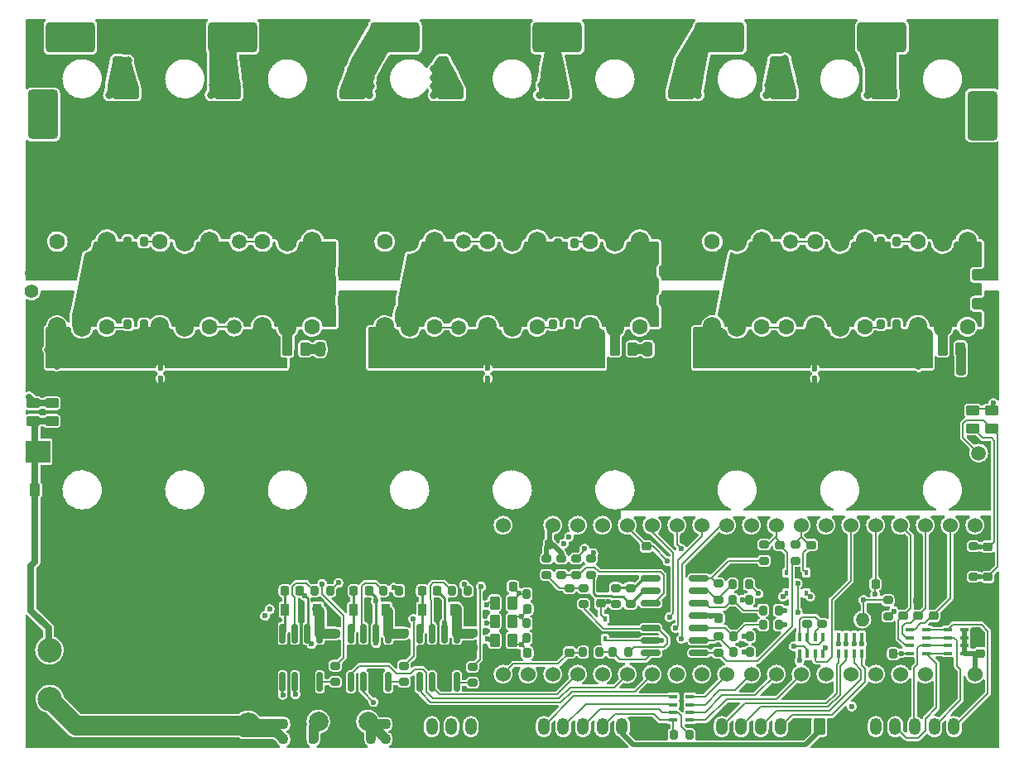
<source format=gbr>
%TF.GenerationSoftware,KiCad,Pcbnew,(6.0.0)*%
%TF.CreationDate,2022-10-23T22:36:45+03:00*%
%TF.ProjectId,CCC_ESC,4343435f-4553-4432-9e6b-696361645f70,rev?*%
%TF.SameCoordinates,Original*%
%TF.FileFunction,Copper,L1,Top*%
%TF.FilePolarity,Positive*%
%FSLAX46Y46*%
G04 Gerber Fmt 4.6, Leading zero omitted, Abs format (unit mm)*
G04 Created by KiCad (PCBNEW (6.0.0)) date 2022-10-23 22:36:45*
%MOMM*%
%LPD*%
G01*
G04 APERTURE LIST*
G04 Aperture macros list*
%AMRoundRect*
0 Rectangle with rounded corners*
0 $1 Rounding radius*
0 $2 $3 $4 $5 $6 $7 $8 $9 X,Y pos of 4 corners*
0 Add a 4 corners polygon primitive as box body*
4,1,4,$2,$3,$4,$5,$6,$7,$8,$9,$2,$3,0*
0 Add four circle primitives for the rounded corners*
1,1,$1+$1,$2,$3*
1,1,$1+$1,$4,$5*
1,1,$1+$1,$6,$7*
1,1,$1+$1,$8,$9*
0 Add four rect primitives between the rounded corners*
20,1,$1+$1,$2,$3,$4,$5,0*
20,1,$1+$1,$4,$5,$6,$7,0*
20,1,$1+$1,$6,$7,$8,$9,0*
20,1,$1+$1,$8,$9,$2,$3,0*%
G04 Aperture macros list end*
%TA.AperFunction,SMDPad,CuDef*%
%ADD10RoundRect,0.225000X0.225000X0.250000X-0.225000X0.250000X-0.225000X-0.250000X0.225000X-0.250000X0*%
%TD*%
%TA.AperFunction,SMDPad,CuDef*%
%ADD11RoundRect,0.200000X0.275000X-0.200000X0.275000X0.200000X-0.275000X0.200000X-0.275000X-0.200000X0*%
%TD*%
%TA.AperFunction,SMDPad,CuDef*%
%ADD12RoundRect,0.225000X-0.250000X0.225000X-0.250000X-0.225000X0.250000X-0.225000X0.250000X0.225000X0*%
%TD*%
%TA.AperFunction,SMDPad,CuDef*%
%ADD13RoundRect,0.128750X1.546250X-1.158750X1.546250X1.158750X-1.546250X1.158750X-1.546250X-1.158750X0*%
%TD*%
%TA.AperFunction,SMDPad,CuDef*%
%ADD14R,0.900000X1.200000*%
%TD*%
%TA.AperFunction,SMDPad,CuDef*%
%ADD15C,0.500000*%
%TD*%
%TA.AperFunction,SMDPad,CuDef*%
%ADD16RoundRect,0.250000X0.262500X0.450000X-0.262500X0.450000X-0.262500X-0.450000X0.262500X-0.450000X0*%
%TD*%
%TA.AperFunction,SMDPad,CuDef*%
%ADD17RoundRect,0.300000X1.200000X-2.200000X1.200000X2.200000X-1.200000X2.200000X-1.200000X-2.200000X0*%
%TD*%
%TA.AperFunction,SMDPad,CuDef*%
%ADD18RoundRect,0.250000X0.450000X-0.262500X0.450000X0.262500X-0.450000X0.262500X-0.450000X-0.262500X0*%
%TD*%
%TA.AperFunction,SMDPad,CuDef*%
%ADD19R,0.450000X0.600000*%
%TD*%
%TA.AperFunction,SMDPad,CuDef*%
%ADD20RoundRect,0.250000X1.100000X-0.325000X1.100000X0.325000X-1.100000X0.325000X-1.100000X-0.325000X0*%
%TD*%
%TA.AperFunction,SMDPad,CuDef*%
%ADD21RoundRect,0.300000X2.200000X1.200000X-2.200000X1.200000X-2.200000X-1.200000X2.200000X-1.200000X0*%
%TD*%
%TA.AperFunction,SMDPad,CuDef*%
%ADD22R,0.900000X0.400000*%
%TD*%
%TA.AperFunction,SMDPad,CuDef*%
%ADD23RoundRect,0.200000X0.200000X0.275000X-0.200000X0.275000X-0.200000X-0.275000X0.200000X-0.275000X0*%
%TD*%
%TA.AperFunction,SMDPad,CuDef*%
%ADD24RoundRect,0.250000X0.325000X1.100000X-0.325000X1.100000X-0.325000X-1.100000X0.325000X-1.100000X0*%
%TD*%
%TA.AperFunction,SMDPad,CuDef*%
%ADD25RoundRect,0.128750X0.759717X-1.776632X1.918467X0.230382X-0.759717X1.776632X-1.918467X-0.230382X0*%
%TD*%
%TA.AperFunction,ComponentPad*%
%ADD26C,2.000000*%
%TD*%
%TA.AperFunction,SMDPad,CuDef*%
%ADD27RoundRect,0.200000X-0.200000X-0.275000X0.200000X-0.275000X0.200000X0.275000X-0.200000X0.275000X0*%
%TD*%
%TA.AperFunction,ComponentPad*%
%ADD28C,4.000000*%
%TD*%
%TA.AperFunction,ComponentPad*%
%ADD29C,2.500000*%
%TD*%
%TA.AperFunction,SMDPad,CuDef*%
%ADD30RoundRect,0.250000X-1.100000X0.325000X-1.100000X-0.325000X1.100000X-0.325000X1.100000X0.325000X0*%
%TD*%
%TA.AperFunction,ComponentPad*%
%ADD31C,1.500000*%
%TD*%
%TA.AperFunction,SMDPad,CuDef*%
%ADD32RoundRect,0.200000X-0.275000X0.200000X-0.275000X-0.200000X0.275000X-0.200000X0.275000X0.200000X0*%
%TD*%
%TA.AperFunction,ComponentPad*%
%ADD33RoundRect,0.250000X0.350000X0.625000X-0.350000X0.625000X-0.350000X-0.625000X0.350000X-0.625000X0*%
%TD*%
%TA.AperFunction,ComponentPad*%
%ADD34O,1.200000X1.750000*%
%TD*%
%TA.AperFunction,SMDPad,CuDef*%
%ADD35RoundRect,0.250000X-0.325000X-1.100000X0.325000X-1.100000X0.325000X1.100000X-0.325000X1.100000X0*%
%TD*%
%TA.AperFunction,ComponentPad*%
%ADD36C,3.000000*%
%TD*%
%TA.AperFunction,SMDPad,CuDef*%
%ADD37RoundRect,0.225000X-0.225000X-0.250000X0.225000X-0.250000X0.225000X0.250000X-0.225000X0.250000X0*%
%TD*%
%TA.AperFunction,SMDPad,CuDef*%
%ADD38RoundRect,0.225000X0.250000X-0.225000X0.250000X0.225000X-0.250000X0.225000X-0.250000X-0.225000X0*%
%TD*%
%TA.AperFunction,SMDPad,CuDef*%
%ADD39RoundRect,0.128750X1.918467X-0.230382X0.759717X1.776632X-1.918467X0.230382X-0.759717X-1.776632X0*%
%TD*%
%TA.AperFunction,SMDPad,CuDef*%
%ADD40RoundRect,0.250000X-0.250000X-0.475000X0.250000X-0.475000X0.250000X0.475000X-0.250000X0.475000X0*%
%TD*%
%TA.AperFunction,SMDPad,CuDef*%
%ADD41R,0.400000X0.900000*%
%TD*%
%TA.AperFunction,ComponentPad*%
%ADD42C,1.600000*%
%TD*%
%TA.AperFunction,ComponentPad*%
%ADD43C,1.400000*%
%TD*%
%TA.AperFunction,ComponentPad*%
%ADD44O,1.400000X1.400000*%
%TD*%
%TA.AperFunction,SMDPad,CuDef*%
%ADD45RoundRect,0.250000X0.250000X0.475000X-0.250000X0.475000X-0.250000X-0.475000X0.250000X-0.475000X0*%
%TD*%
%TA.AperFunction,SMDPad,CuDef*%
%ADD46R,2.500000X2.300000*%
%TD*%
%TA.AperFunction,SMDPad,CuDef*%
%ADD47RoundRect,0.150000X0.825000X0.150000X-0.825000X0.150000X-0.825000X-0.150000X0.825000X-0.150000X0*%
%TD*%
%TA.AperFunction,ComponentPad*%
%ADD48C,1.524000*%
%TD*%
%TA.AperFunction,SMDPad,CuDef*%
%ADD49RoundRect,0.150000X0.150000X-0.825000X0.150000X0.825000X-0.150000X0.825000X-0.150000X-0.825000X0*%
%TD*%
%TA.AperFunction,ComponentPad*%
%ADD50O,1.905000X2.000000*%
%TD*%
%TA.AperFunction,ViaPad*%
%ADD51C,0.600000*%
%TD*%
%TA.AperFunction,ViaPad*%
%ADD52C,0.800000*%
%TD*%
%TA.AperFunction,Conductor*%
%ADD53C,0.250000*%
%TD*%
%TA.AperFunction,Conductor*%
%ADD54C,1.000000*%
%TD*%
%TA.AperFunction,Conductor*%
%ADD55C,0.200000*%
%TD*%
%TA.AperFunction,Conductor*%
%ADD56C,0.500000*%
%TD*%
%TA.AperFunction,Conductor*%
%ADD57C,2.000000*%
%TD*%
%TA.AperFunction,Conductor*%
%ADD58C,0.700000*%
%TD*%
G04 APERTURE END LIST*
%TO.C,NT3*%
G36*
X97750000Y-83000000D02*
G01*
X97250000Y-83000000D01*
X97250000Y-82000000D01*
X97750000Y-82000000D01*
X97750000Y-83000000D01*
G37*
%TO.C,NT6*%
G36*
X131200000Y-85000000D02*
G01*
X130700000Y-85000000D01*
X130700000Y-84000000D01*
X131200000Y-84000000D01*
X131200000Y-85000000D01*
G37*
%TO.C,NT2*%
G36*
X64250000Y-85000000D02*
G01*
X63750000Y-85000000D01*
X63750000Y-84000000D01*
X64250000Y-84000000D01*
X64250000Y-85000000D01*
G37*
%TO.C,NT1*%
G36*
X64250000Y-83000000D02*
G01*
X63750000Y-83000000D01*
X63750000Y-82000000D01*
X64250000Y-82000000D01*
X64250000Y-83000000D01*
G37*
%TO.C,NT4*%
G36*
X97750000Y-85000000D02*
G01*
X97250000Y-85000000D01*
X97250000Y-84000000D01*
X97750000Y-84000000D01*
X97750000Y-85000000D01*
G37*
%TO.C,NT5*%
G36*
X131200000Y-83000000D02*
G01*
X130700000Y-83000000D01*
X130700000Y-82000000D01*
X131200000Y-82000000D01*
X131200000Y-83000000D01*
G37*
%TD*%
D10*
%TO.P,C7,1*%
%TO.N,V3V3*%
X103775000Y-101028260D03*
%TO.P,C7,2*%
%TO.N,GND*%
X102225000Y-101028260D03*
%TD*%
D11*
%TO.P,R33,1*%
%TO.N,Net-(R30-Pad2)*%
X128969000Y-102653260D03*
%TO.P,R33,2*%
%TO.N,A_SHA_AMP*%
X128969000Y-101003260D03*
%TD*%
D12*
%TO.P,C27,1*%
%TO.N,V12V*%
X88919000Y-110078260D03*
%TO.P,C27,2*%
%TO.N,GND*%
X88919000Y-111628260D03*
%TD*%
D13*
%TO.P,SHA2,1*%
%TO.N,GND*%
X74380000Y-85787500D03*
%TO.P,SHA2,2*%
%TO.N,Net-(NT1-Pad1)*%
X74380000Y-81212500D03*
%TD*%
D14*
%TO.P,D3,1,K*%
%TO.N,Net-(C3-Pad1)*%
X90819000Y-107678260D03*
%TO.P,D3,2,A*%
%TO.N,V12V*%
X94119000Y-107678260D03*
%TD*%
D15*
%TO.P,NT3,1,1*%
%TO.N,Net-(NT3-Pad1)*%
X97500000Y-82000000D03*
%TO.P,NT3,2,2*%
%TO.N,A_SHB_V+*%
X97500000Y-83000000D03*
%TD*%
D14*
%TO.P,D1,1,K*%
%TO.N,Net-(C1-Pad1)*%
X76769000Y-107678260D03*
%TO.P,D1,2,A*%
%TO.N,V12V*%
X80069000Y-107678260D03*
%TD*%
D16*
%TO.P,R7,1*%
%TO.N,A_PHB_VSENSE*%
X100019000Y-108878260D03*
%TO.P,R7,2*%
%TO.N,PHASE_B*%
X98194000Y-108878260D03*
%TD*%
D17*
%TO.P,CX1,1*%
%TO.N,VBAT*%
X51995000Y-64495000D03*
%TO.P,CX1,2*%
%TO.N,GND*%
X51995000Y-56995000D03*
%TD*%
D18*
%TO.P,R3,1*%
%TO.N,VSENSE2*%
X149000000Y-89112500D03*
%TO.P,R3,2*%
%TO.N,VBAT*%
X149000000Y-87287500D03*
%TD*%
D19*
%TO.P,D4,1,K*%
%TO.N,VSENSE2*%
X109469000Y-110678260D03*
%TO.P,D4,2,A*%
%TO.N,A_SHC_AMP*%
X109469000Y-108578260D03*
%TD*%
D20*
%TO.P,CX24,1*%
%TO.N,VBAT*%
X93700000Y-57775000D03*
%TO.P,CX24,2*%
%TO.N,GND*%
X93700000Y-54825000D03*
%TD*%
D21*
%TO.P,CX4,1*%
%TO.N,VBAT*%
X95500000Y-49100000D03*
%TO.P,CX4,2*%
%TO.N,GND*%
X88000000Y-49100000D03*
%TD*%
D22*
%TO.P,RN4,1,R1.1*%
%TO.N,V3V3*%
X146219000Y-112128260D03*
%TO.P,RN4,2,R2.1*%
X146219000Y-111328260D03*
%TO.P,RN4,3,R3.1*%
X146219000Y-110528260D03*
%TO.P,RN4,4,R4.1*%
X146219000Y-109728260D03*
%TO.P,RN4,5,R4.2*%
%TO.N,Net-(J3-Pad2)*%
X144519000Y-109728260D03*
%TO.P,RN4,6,R3.2*%
%TO.N,Net-(J3-Pad3)*%
X144519000Y-110528260D03*
%TO.P,RN4,7,R2.2*%
%TO.N,Net-(J3-Pad4)*%
X144519000Y-111328260D03*
%TO.P,RN4,8,R1.2*%
%TO.N,Net-(J3-Pad5)*%
X144519000Y-112128260D03*
%TD*%
D23*
%TO.P,R36,1*%
%TO.N,Net-(R29-Pad2)*%
X108894000Y-112028260D03*
%TO.P,R36,2*%
%TO.N,A_OVERLIMIT*%
X107244000Y-112028260D03*
%TD*%
D12*
%TO.P,C23,1*%
%TO.N,A_SHB_AMP*%
X127369000Y-101053260D03*
%TO.P,C23,2*%
%TO.N,GND*%
X127369000Y-102603260D03*
%TD*%
D24*
%TO.P,CX19,1*%
%TO.N,VBAT*%
X73075000Y-52400000D03*
%TO.P,CX19,2*%
%TO.N,GND*%
X70125000Y-52400000D03*
%TD*%
D25*
%TO.P,SHC1,1*%
%TO.N,GND*%
X138538929Y-85221033D03*
%TO.P,SHC1,2*%
%TO.N,Net-(NT5-Pad1)*%
X140826429Y-81258967D03*
%TD*%
D17*
%TO.P,CX8,1*%
%TO.N,VBAT*%
X148095000Y-64595000D03*
%TO.P,CX8,2*%
%TO.N,GND*%
X148095000Y-57095000D03*
%TD*%
D26*
%TO.P,TpGND3,1,1*%
%TO.N,GND*%
X79000000Y-85000000D03*
%TD*%
D12*
%TO.P,C19,1*%
%TO.N,VSENSE*%
X148644000Y-101228260D03*
%TO.P,C19,2*%
%TO.N,GND*%
X148644000Y-102778260D03*
%TD*%
D14*
%TO.P,D2,1,K*%
%TO.N,Net-(C2-Pad1)*%
X83769000Y-107678260D03*
%TO.P,D2,2,A*%
%TO.N,V12V*%
X87069000Y-107678260D03*
%TD*%
D27*
%TO.P,R20,1*%
%TO.N,Net-(R20-Pad1)*%
X122644000Y-112028260D03*
%TO.P,R20,2*%
%TO.N,A_SHA_V-*%
X124294000Y-112028260D03*
%TD*%
%TO.P,R23,1*%
%TO.N,Net-(R23-Pad1)*%
X122544000Y-105028260D03*
%TO.P,R23,2*%
%TO.N,A_SHB_V-*%
X124194000Y-105028260D03*
%TD*%
D28*
%TO.P,PH9,1,1*%
%TO.N,PHASE_C*%
X144400000Y-74500000D03*
%TD*%
D29*
%TO.P,U6,1,VIN*%
%TO.N,Net-(C5-Pad1)*%
X52654000Y-111813260D03*
%TO.P,U6,2,GND_IN*%
%TO.N,GND*%
X52654000Y-106733260D03*
%TO.P,U6,3,GND_OUT*%
X72974000Y-99113260D03*
%TO.P,U6,4,VOUT*%
%TO.N,V12V*%
X72974000Y-119433260D03*
%TD*%
D13*
%TO.P,SHB1,1*%
%TO.N,GND*%
X107780000Y-85787500D03*
%TO.P,SHB1,2*%
%TO.N,Net-(NT3-Pad1)*%
X107780000Y-81212500D03*
%TD*%
D20*
%TO.P,CX26,1*%
%TO.N,VBAT*%
X104500000Y-57775000D03*
%TO.P,CX26,2*%
%TO.N,GND*%
X104500000Y-54825000D03*
%TD*%
D23*
%TO.P,RG1,1*%
%TO.N,/AU_GATESIG*%
X81394000Y-105728260D03*
%TO.P,RG1,2*%
%TO.N,Net-(RG1-Pad2)*%
X79744000Y-105728260D03*
%TD*%
D30*
%TO.P,CX13,1*%
%TO.N,VBAT*%
X83500000Y-73075000D03*
%TO.P,CX13,2*%
%TO.N,GND*%
X83500000Y-76025000D03*
%TD*%
D28*
%TO.P,PH4,1,1*%
%TO.N,PHASE_B*%
X90800000Y-74500000D03*
%TD*%
D13*
%TO.P,SHB2,1*%
%TO.N,GND*%
X97480000Y-85787500D03*
%TO.P,SHB2,2*%
%TO.N,Net-(NT3-Pad1)*%
X97480000Y-81212500D03*
%TD*%
D16*
%TO.P,RS3,1*%
%TO.N,Net-(CS3-Pad2)*%
X145842500Y-81000000D03*
%TO.P,RS3,2*%
%TO.N,PHASE_C*%
X144017500Y-81000000D03*
%TD*%
D11*
%TO.P,R17,1*%
%TO.N,GND*%
X105819000Y-107103260D03*
%TO.P,R17,2*%
%TO.N,Net-(R16-Pad1)*%
X105819000Y-105453260D03*
%TD*%
D31*
%TO.P,TpGS1,1,1*%
%TO.N,/AU_GATESIG*%
X72050000Y-70000000D03*
%TD*%
D32*
%TO.P,R35,1*%
%TO.N,Net-(R32-Pad2)*%
X110570000Y-105445000D03*
%TO.P,R35,2*%
%TO.N,A_SHC_AMP*%
X110570000Y-107095000D03*
%TD*%
D10*
%TO.P,C31,1*%
%TO.N,A_PHC_VSENSE*%
X100081500Y-105278260D03*
%TO.P,C31,2*%
%TO.N,GND*%
X98531500Y-105278260D03*
%TD*%
D33*
%TO.P,J4,1,Pin_1*%
%TO.N,GND*%
X113219000Y-119628260D03*
D34*
%TO.P,J4,2,Pin_2*%
%TO.N,Vaux*%
X111219000Y-119628260D03*
%TO.P,J4,3,Pin_3*%
%TO.N,PB5 MOSI TIM3 CH2*%
X109219000Y-119628260D03*
%TO.P,J4,4,Pin_4*%
%TO.N,PB4 MISO TIM3 CH1*%
X107219000Y-119628260D03*
%TO.P,J4,5,Pin_5*%
%TO.N,PB3 SCK TIM2CH2*%
X105219000Y-119628260D03*
%TO.P,J4,6,Pin_6*%
%TO.N,PA15 TIM2 CH1*%
X103219000Y-119628260D03*
%TD*%
D35*
%TO.P,CX21,1*%
%TO.N,VBAT*%
X81525000Y-52400000D03*
%TO.P,CX21,2*%
%TO.N,GND*%
X84475000Y-52400000D03*
%TD*%
D11*
%TO.P,R27,1*%
%TO.N,Net-(R27-Pad1)*%
X107319000Y-107103260D03*
%TO.P,R27,2*%
%TO.N,Net-(R16-Pad1)*%
X107319000Y-105453260D03*
%TD*%
%TO.P,R32,1*%
%TO.N,Net-(R26-Pad1)*%
X112080000Y-107095000D03*
%TO.P,R32,2*%
%TO.N,Net-(R32-Pad2)*%
X112080000Y-105445000D03*
%TD*%
D13*
%TO.P,SHC3,1*%
%TO.N,GND*%
X130930000Y-85800000D03*
%TO.P,SHC3,2*%
%TO.N,Net-(NT5-Pad1)*%
X130930000Y-81225000D03*
%TD*%
D21*
%TO.P,CX5,1*%
%TO.N,VBAT*%
X112100000Y-49100000D03*
%TO.P,CX5,2*%
%TO.N,GND*%
X104600000Y-49100000D03*
%TD*%
D27*
%TO.P,R22,1*%
%TO.N,Net-(R21-Pad1)*%
X122544000Y-106628260D03*
%TO.P,R22,2*%
%TO.N,A_SHB_V+*%
X124194000Y-106628260D03*
%TD*%
D21*
%TO.P,CX7,1*%
%TO.N,VBAT*%
X145300000Y-49100000D03*
%TO.P,CX7,2*%
%TO.N,GND*%
X137800000Y-49100000D03*
%TD*%
D36*
%TO.P,TpGND4,1,1*%
%TO.N,GND*%
X72569000Y-106778260D03*
%TD*%
D37*
%TO.P,C29,1*%
%TO.N,A_PHA_VSENSE*%
X101531500Y-112078260D03*
%TO.P,C29,2*%
%TO.N,GND*%
X103081500Y-112078260D03*
%TD*%
D18*
%TO.P,R14,1*%
%TO.N,VSENSE*%
X147100000Y-89112500D03*
%TO.P,R14,2*%
%TO.N,VBAT*%
X147100000Y-87287500D03*
%TD*%
D22*
%TO.P,RN2,1,R1.1*%
%TO.N,Net-(RN2-Pad1)*%
X118169000Y-118978260D03*
%TO.P,RN2,2,R2.1*%
%TO.N,Net-(RN2-Pad2)*%
X118169000Y-118178260D03*
%TO.P,RN2,3,R3.1*%
%TO.N,Net-(RN2-Pad3)*%
X118169000Y-117378260D03*
%TO.P,RN2,4,R4.1*%
%TO.N,Net-(RN2-Pad4)*%
X118169000Y-116578260D03*
%TO.P,RN2,5,R4.2*%
%TO.N,PA15 TIM2 CH1*%
X116469000Y-116578260D03*
%TO.P,RN2,6,R3.2*%
%TO.N,PB3 SCK TIM2CH2*%
X116469000Y-117378260D03*
%TO.P,RN2,7,R2.2*%
%TO.N,PB4 MISO TIM3 CH1*%
X116469000Y-118178260D03*
%TO.P,RN2,8,R1.2*%
%TO.N,PB5 MOSI TIM3 CH2*%
X116469000Y-118978260D03*
%TD*%
D38*
%TO.P,C6,1*%
%TO.N,V3V3*%
X147869000Y-112153260D03*
%TO.P,C6,2*%
%TO.N,GND*%
X147869000Y-110603260D03*
%TD*%
D23*
%TO.P,R29,1*%
%TO.N,Net-(R27-Pad1)*%
X111894000Y-112028260D03*
%TO.P,R29,2*%
%TO.N,Net-(R29-Pad2)*%
X110244000Y-112028260D03*
%TD*%
D11*
%TO.P,R34,1*%
%TO.N,Net-(R31-Pad2)*%
X125769000Y-102653260D03*
%TO.P,R34,2*%
%TO.N,A_SHB_AMP*%
X125769000Y-101003260D03*
%TD*%
D39*
%TO.P,SHA1,1*%
%TO.N,GND*%
X56426429Y-85191033D03*
%TO.P,SHA1,2*%
%TO.N,Net-(NT1-Pad1)*%
X54138929Y-81228967D03*
%TD*%
D12*
%TO.P,C18,1*%
%TO.N,Net-(C18-Pad1)*%
X113719000Y-101203260D03*
%TO.P,C18,2*%
%TO.N,GND*%
X113719000Y-102753260D03*
%TD*%
D40*
%TO.P,CS3,1*%
%TO.N,GND*%
X143990000Y-82970000D03*
%TO.P,CS3,2*%
%TO.N,Net-(CS3-Pad2)*%
X145890000Y-82970000D03*
%TD*%
D15*
%TO.P,NT6,1,1*%
%TO.N,GND*%
X130950000Y-85000000D03*
%TO.P,NT6,2,2*%
%TO.N,A_SHC_V-*%
X130950000Y-84000000D03*
%TD*%
D23*
%TO.P,R48,1*%
%TO.N,Net-(NT1-Pad1)*%
X62325000Y-78500000D03*
%TO.P,R48,2*%
%TO.N,/AL_GATESIG*%
X60675000Y-78500000D03*
%TD*%
D37*
%TO.P,C10,1*%
%TO.N,V5V*%
X87044000Y-120928260D03*
%TO.P,C10,2*%
%TO.N,GND*%
X88594000Y-120928260D03*
%TD*%
D41*
%TO.P,RN3,1,R1.1*%
%TO.N,Net-(RN3-Pad1)*%
X135769000Y-110478260D03*
%TO.P,RN3,2,R2.1*%
%TO.N,Net-(RN3-Pad2)*%
X134969000Y-110478260D03*
%TO.P,RN3,3,R3.1*%
%TO.N,Net-(RN3-Pad3)*%
X134169000Y-110478260D03*
%TO.P,RN3,4,R4.1*%
%TO.N,Net-(RN3-Pad4)*%
X133369000Y-110478260D03*
%TO.P,RN3,5,R4.2*%
%TO.N,PB6 D_UART1_TX I2C1_SCL TIM4_CH1*%
X133369000Y-112178260D03*
%TO.P,RN3,6,R3.2*%
%TO.N,PB7 D_UART1_RX I2C1_SDA TIM4_CH2*%
X134169000Y-112178260D03*
%TO.P,RN3,7,R2.2*%
%TO.N,PB8 DI2C1_SCL TIM4_CH3*%
X134969000Y-112178260D03*
%TO.P,RN3,8,R1.2*%
%TO.N,PB9 DI2C1_SDA TIM4_CH4*%
X135769000Y-112178260D03*
%TD*%
D23*
%TO.P,R50,1*%
%TO.N,Net-(NT3-Pad1)*%
X105825000Y-78500000D03*
%TO.P,R50,2*%
%TO.N,/BL_GATESIG*%
X104175000Y-78500000D03*
%TD*%
D42*
%TO.P,TpGS6,1,1*%
%TO.N,/CL_GATESIG*%
X128000000Y-78750000D03*
%TD*%
D11*
%TO.P,R16,1*%
%TO.N,Net-(R16-Pad1)*%
X103519000Y-104103260D03*
%TO.P,R16,2*%
%TO.N,V3V3*%
X103519000Y-102453260D03*
%TD*%
D28*
%TO.P,PH5,1,1*%
%TO.N,PHASE_B*%
X112250000Y-74450000D03*
%TD*%
D11*
%TO.P,R25,1*%
%TO.N,Net-(R24-Pad1)*%
X106519000Y-104103260D03*
%TO.P,R25,2*%
%TO.N,A_SHC_V+*%
X106519000Y-102453260D03*
%TD*%
D19*
%TO.P,D5,1,K*%
%TO.N,VSENSE2*%
X128069000Y-105978260D03*
%TO.P,D5,2,A*%
%TO.N,A_SHB_AMP*%
X128069000Y-103878260D03*
%TD*%
D11*
%TO.P,R24,1*%
%TO.N,Net-(R24-Pad1)*%
X105019000Y-104103260D03*
%TO.P,R24,2*%
%TO.N,V3V3*%
X105019000Y-102453260D03*
%TD*%
D16*
%TO.P,R5,1*%
%TO.N,A_PHA_VSENSE*%
X100019000Y-110778260D03*
%TO.P,R5,2*%
%TO.N,PHASE_A*%
X98194000Y-110778260D03*
%TD*%
D20*
%TO.P,CX28,1*%
%TO.N,VBAT*%
X117300000Y-57775000D03*
%TO.P,CX28,2*%
%TO.N,GND*%
X117300000Y-54825000D03*
%TD*%
D15*
%TO.P,NT2,1,1*%
%TO.N,GND*%
X64000000Y-85000000D03*
%TO.P,NT2,2,2*%
%TO.N,A_SHA_V-*%
X64000000Y-84000000D03*
%TD*%
D43*
%TO.P,SW1,1,Pin_1*%
%TO.N,Net-(R1-Pad2)*%
X50850000Y-75105000D03*
D44*
%TO.P,SW1,2,Pin_2*%
%TO.N,VBAT*%
X50850000Y-73205000D03*
%TD*%
D11*
%TO.P,R28,1*%
%TO.N,Net-(R28-Pad1)*%
X131669000Y-109115760D03*
%TO.P,R28,2*%
%TO.N,GND*%
X131669000Y-107465760D03*
%TD*%
D22*
%TO.P,RN1,1,R1.1*%
%TO.N,HALL_A*%
X140669000Y-109728260D03*
%TO.P,RN1,2,R2.1*%
%TO.N,HALL_B*%
X140669000Y-110528260D03*
%TO.P,RN1,3,R3.1*%
%TO.N,HALL_C*%
X140669000Y-111328260D03*
%TO.P,RN1,4,R4.1*%
%TO.N,MOTOR_TEMP*%
X140669000Y-112128260D03*
%TO.P,RN1,5,R4.2*%
%TO.N,Net-(J3-Pad5)*%
X142369000Y-112128260D03*
%TO.P,RN1,6,R3.2*%
%TO.N,Net-(J3-Pad4)*%
X142369000Y-111328260D03*
%TO.P,RN1,7,R2.2*%
%TO.N,Net-(J3-Pad3)*%
X142369000Y-110528260D03*
%TO.P,RN1,8,R1.2*%
%TO.N,Net-(J3-Pad2)*%
X142369000Y-109728260D03*
%TD*%
D11*
%TO.P,R31,1*%
%TO.N,Net-(R23-Pad1)*%
X121069000Y-106653260D03*
%TO.P,R31,2*%
%TO.N,Net-(R31-Pad2)*%
X121069000Y-105003260D03*
%TD*%
D38*
%TO.P,C15,1*%
%TO.N,HALL_B*%
X141519000Y-108303260D03*
%TO.P,C15,2*%
%TO.N,GND*%
X141519000Y-106753260D03*
%TD*%
D13*
%TO.P,SHA3,1*%
%TO.N,GND*%
X63980000Y-85787500D03*
%TO.P,SHA3,2*%
%TO.N,Net-(NT1-Pad1)*%
X63980000Y-81212500D03*
%TD*%
D30*
%TO.P,CX14,1*%
%TO.N,VBAT*%
X119600000Y-73025000D03*
%TO.P,CX14,2*%
%TO.N,GND*%
X119600000Y-75975000D03*
%TD*%
D45*
%TO.P,CS1,1*%
%TO.N,GND*%
X82250000Y-81000000D03*
%TO.P,CS1,2*%
%TO.N,Net-(CS1-Pad2)*%
X80350000Y-81000000D03*
%TD*%
D26*
%TO.P,TpGND2,1,1*%
%TO.N,GND*%
X89600000Y-100000000D03*
%TD*%
D27*
%TO.P,R19,1*%
%TO.N,Net-(R18-Pad1)*%
X122644000Y-110428260D03*
%TO.P,R19,2*%
%TO.N,A_SHA_V+*%
X124294000Y-110428260D03*
%TD*%
D20*
%TO.P,CX30,1*%
%TO.N,VBAT*%
X127700000Y-57775000D03*
%TO.P,CX30,2*%
%TO.N,GND*%
X127700000Y-54825000D03*
%TD*%
D23*
%TO.P,R6,1*%
%TO.N,GND*%
X103131500Y-110578260D03*
%TO.P,R6,2*%
%TO.N,A_PHA_VSENSE*%
X101481500Y-110578260D03*
%TD*%
D38*
%TO.P,C14,1*%
%TO.N,HALL_C*%
X139969000Y-108303260D03*
%TO.P,C14,2*%
%TO.N,GND*%
X139969000Y-106753260D03*
%TD*%
D32*
%TO.P,RG6,1*%
%TO.N,/CL_GATESIG*%
X95919000Y-113503260D03*
%TO.P,RG6,2*%
%TO.N,Net-(RG6-Pad2)*%
X95919000Y-115153260D03*
%TD*%
D37*
%TO.P,C20,1*%
%TO.N,V3V3*%
X121094000Y-108528260D03*
%TO.P,C20,2*%
%TO.N,GND*%
X122644000Y-108528260D03*
%TD*%
D28*
%TO.P,PH8,1,1*%
%TO.N,PHASE_C*%
X123800000Y-74500000D03*
%TD*%
D23*
%TO.P,R52,1*%
%TO.N,Net-(NT5-Pad1)*%
X139325000Y-78500000D03*
%TO.P,R52,2*%
%TO.N,/CL_GATESIG*%
X137675000Y-78500000D03*
%TD*%
D33*
%TO.P,J2,1,Pin_1*%
%TO.N,Vaux*%
X131419000Y-119628260D03*
D34*
%TO.P,J2,2,Pin_2*%
%TO.N,GND*%
X129419000Y-119628260D03*
%TO.P,J2,3,Pin_3*%
%TO.N,PB9 DI2C1_SDA TIM4_CH4*%
X127419000Y-119628260D03*
%TO.P,J2,4,Pin_4*%
%TO.N,PB8 DI2C1_SCL TIM4_CH3*%
X125419000Y-119628260D03*
%TO.P,J2,5,Pin_5*%
%TO.N,PB7 D_UART1_RX I2C1_SDA TIM4_CH2*%
X123419000Y-119628260D03*
%TO.P,J2,6,Pin_6*%
%TO.N,PB6 D_UART1_TX I2C1_SCL TIM4_CH1*%
X121419000Y-119628260D03*
%TD*%
D10*
%TO.P,C17,1*%
%TO.N,MOTOR_TEMP*%
X138975000Y-112200000D03*
%TO.P,C17,2*%
%TO.N,GND*%
X137425000Y-112200000D03*
%TD*%
D12*
%TO.P,C26,1*%
%TO.N,V12V*%
X81919000Y-110103260D03*
%TO.P,C26,2*%
%TO.N,GND*%
X81919000Y-111653260D03*
%TD*%
D37*
%TO.P,C30,1*%
%TO.N,A_PHB_VSENSE*%
X101531500Y-107578260D03*
%TO.P,C30,2*%
%TO.N,GND*%
X103081500Y-107578260D03*
%TD*%
D15*
%TO.P,NT1,1,1*%
%TO.N,Net-(NT1-Pad1)*%
X64000000Y-82000000D03*
%TO.P,NT1,2,2*%
%TO.N,A_SHA_V+*%
X64000000Y-83000000D03*
%TD*%
D26*
%TO.P,U7,1,VIN*%
%TO.N,V12V*%
X80164000Y-119123260D03*
%TO.P,U7,2,GND*%
%TO.N,GND*%
X82704000Y-119123260D03*
%TO.P,U7,3,VOUT*%
%TO.N,V5V*%
X85244000Y-119123260D03*
%TD*%
D38*
%TO.P,C24,1*%
%TO.N,A_SHC_AMP*%
X109070000Y-107045000D03*
%TO.P,C24,2*%
%TO.N,GND*%
X109070000Y-105495000D03*
%TD*%
D11*
%TO.P,R15,1*%
%TO.N,GND*%
X147144000Y-102828260D03*
%TO.P,R15,2*%
%TO.N,VSENSE*%
X147144000Y-101178260D03*
%TD*%
D20*
%TO.P,CX22,1*%
%TO.N,VBAT*%
X83700000Y-57775000D03*
%TO.P,CX22,2*%
%TO.N,GND*%
X83700000Y-54825000D03*
%TD*%
D32*
%TO.P,R30,1*%
%TO.N,Net-(R20-Pad1)*%
X121069000Y-110403260D03*
%TO.P,R30,2*%
%TO.N,Net-(R30-Pad2)*%
X121069000Y-112053260D03*
%TD*%
D46*
%TO.P,D7,1,A1*%
%TO.N,Net-(C5-Pad1)*%
X51500000Y-91500000D03*
%TO.P,D7,2,A2*%
%TO.N,GND*%
X55800000Y-91500000D03*
%TD*%
D38*
%TO.P,C25,1*%
%TO.N,A_OVERLIMIT*%
X105819000Y-112053260D03*
%TO.P,C25,2*%
%TO.N,GND*%
X105819000Y-110503260D03*
%TD*%
D28*
%TO.P,PH3,1,1*%
%TO.N,PHASE_A*%
X68350000Y-74550000D03*
%TD*%
D32*
%TO.P,R9,1*%
%TO.N,GND*%
X130169000Y-107465760D03*
%TO.P,R9,2*%
%TO.N,Net-(R9-Pad2)*%
X130169000Y-109115760D03*
%TD*%
D37*
%TO.P,C3,1*%
%TO.N,Net-(C3-Pad1)*%
X90794000Y-105728260D03*
%TO.P,C3,2*%
%TO.N,PHASE_C*%
X92344000Y-105728260D03*
%TD*%
D24*
%TO.P,CX31,1*%
%TO.N,VBAT*%
X140175000Y-52400000D03*
%TO.P,CX31,2*%
%TO.N,GND*%
X137225000Y-52400000D03*
%TD*%
D32*
%TO.P,RG4,1*%
%TO.N,/BL_GATESIG*%
X88919000Y-113403260D03*
%TO.P,RG4,2*%
%TO.N,Net-(RG4-Pad2)*%
X88919000Y-115053260D03*
%TD*%
D27*
%TO.P,R21,1*%
%TO.N,Net-(R21-Pad1)*%
X125644000Y-107728260D03*
%TO.P,R21,2*%
%TO.N,V3V3*%
X127294000Y-107728260D03*
%TD*%
D21*
%TO.P,CX6,1*%
%TO.N,VBAT*%
X128700000Y-49100000D03*
%TO.P,CX6,2*%
%TO.N,GND*%
X121200000Y-49100000D03*
%TD*%
D19*
%TO.P,D6,1,K*%
%TO.N,VSENSE2*%
X130069000Y-105978260D03*
%TO.P,D6,2,A*%
%TO.N,A_SHA_AMP*%
X130069000Y-103878260D03*
%TD*%
D28*
%TO.P,PH2,1,1*%
%TO.N,PHASE_A*%
X57800000Y-74500000D03*
%TD*%
D30*
%TO.P,CX12,1*%
%TO.N,VBAT*%
X86750000Y-73075000D03*
%TO.P,CX12,2*%
%TO.N,GND*%
X86750000Y-76025000D03*
%TD*%
D28*
%TO.P,PH1,1,1*%
%TO.N,PHASE_A*%
X79250000Y-74500000D03*
%TD*%
D37*
%TO.P,C8,1*%
%TO.N,V5V*%
X87044000Y-119378260D03*
%TO.P,C8,2*%
%TO.N,GND*%
X88594000Y-119378260D03*
%TD*%
D28*
%TO.P,PH6,1,1*%
%TO.N,PHASE_B*%
X101250000Y-74500000D03*
%TD*%
D30*
%TO.P,CX15,1*%
%TO.N,VBAT*%
X116350000Y-73025000D03*
%TO.P,CX15,2*%
%TO.N,GND*%
X116350000Y-75975000D03*
%TD*%
D23*
%TO.P,RG3,1*%
%TO.N,/BU_GATESIG*%
X88444000Y-105728260D03*
%TO.P,RG3,2*%
%TO.N,Net-(RG3-Pad2)*%
X86794000Y-105728260D03*
%TD*%
D37*
%TO.P,C1,1*%
%TO.N,Net-(C1-Pad1)*%
X76744000Y-105728260D03*
%TO.P,C1,2*%
%TO.N,PHASE_A*%
X78294000Y-105728260D03*
%TD*%
%TO.P,C12,1*%
%TO.N,V12V*%
X79644000Y-120928260D03*
%TO.P,C12,2*%
%TO.N,GND*%
X81194000Y-120928260D03*
%TD*%
D31*
%TO.P,TpVS1,1,1*%
%TO.N,VSENSE2*%
X147700000Y-91650000D03*
%TD*%
D16*
%TO.P,RS1,1*%
%TO.N,Net-(CS1-Pad2)*%
X78812500Y-81000000D03*
%TO.P,RS1,2*%
%TO.N,PHASE_A*%
X76987500Y-81000000D03*
%TD*%
D27*
%TO.P,R49,1*%
%TO.N,PHASE_B*%
X104675000Y-70200000D03*
%TO.P,R49,2*%
%TO.N,/BU_GATESIG*%
X106325000Y-70200000D03*
%TD*%
D37*
%TO.P,C2,1*%
%TO.N,Net-(C2-Pad1)*%
X83794000Y-105728260D03*
%TO.P,C2,2*%
%TO.N,PHASE_B*%
X85344000Y-105728260D03*
%TD*%
D11*
%TO.P,R26,1*%
%TO.N,Net-(R26-Pad1)*%
X108019000Y-104115000D03*
%TO.P,R26,2*%
%TO.N,A_SHC_V-*%
X108019000Y-102465000D03*
%TD*%
D24*
%TO.P,CX25,1*%
%TO.N,VBAT*%
X106675000Y-52400000D03*
%TO.P,CX25,2*%
%TO.N,GND*%
X103725000Y-52400000D03*
%TD*%
D31*
%TO.P,TpGS4,1,1*%
%TO.N,/BL_GATESIG*%
X94500000Y-78800000D03*
%TD*%
D12*
%TO.P,C22,1*%
%TO.N,A_SHA_AMP*%
X130569000Y-101053260D03*
%TO.P,C22,2*%
%TO.N,GND*%
X130569000Y-102603260D03*
%TD*%
D40*
%TO.P,C5,1*%
%TO.N,Net-(C5-Pad1)*%
X51200000Y-95400000D03*
%TO.P,C5,2*%
%TO.N,GND*%
X53100000Y-95400000D03*
%TD*%
D15*
%TO.P,NT4,1,1*%
%TO.N,GND*%
X97500000Y-85000000D03*
%TO.P,NT4,2,2*%
%TO.N,A_SHB_V-*%
X97500000Y-84000000D03*
%TD*%
D28*
%TO.P,PH7,1,1*%
%TO.N,PHASE_C*%
X134300000Y-74500000D03*
%TD*%
D47*
%TO.P,U4,1*%
%TO.N,Net-(R30-Pad2)*%
X119094000Y-112088260D03*
%TO.P,U4,2,-*%
%TO.N,Net-(R20-Pad1)*%
X119094000Y-110818260D03*
%TO.P,U4,3,+*%
%TO.N,Net-(R18-Pad1)*%
X119094000Y-109548260D03*
%TO.P,U4,4,V+*%
%TO.N,V3V3*%
X119094000Y-108278260D03*
%TO.P,U4,5,+*%
%TO.N,Net-(R21-Pad1)*%
X119094000Y-107008260D03*
%TO.P,U4,6,-*%
%TO.N,Net-(R23-Pad1)*%
X119094000Y-105738260D03*
%TO.P,U4,7*%
%TO.N,Net-(R31-Pad2)*%
X119094000Y-104468260D03*
%TO.P,U4,8*%
%TO.N,Net-(R32-Pad2)*%
X114144000Y-104468260D03*
%TO.P,U4,9,-*%
%TO.N,Net-(R26-Pad1)*%
X114144000Y-105738260D03*
%TO.P,U4,10,+*%
%TO.N,Net-(R24-Pad1)*%
X114144000Y-107008260D03*
%TO.P,U4,11,V-*%
%TO.N,GND*%
X114144000Y-108278260D03*
%TO.P,U4,12,+*%
%TO.N,Net-(R27-Pad1)*%
X114144000Y-109548260D03*
%TO.P,U4,13,-*%
%TO.N,VSENSE2*%
X114144000Y-110818260D03*
%TO.P,U4,14*%
%TO.N,Net-(R29-Pad2)*%
X114144000Y-112088260D03*
%TD*%
D23*
%TO.P,R11,1*%
%TO.N,GND*%
X103131500Y-106078260D03*
%TO.P,R11,2*%
%TO.N,A_PHC_VSENSE*%
X101481500Y-106078260D03*
%TD*%
D24*
%TO.P,CX17,1*%
%TO.N,VBAT*%
X62675000Y-52400000D03*
%TO.P,CX17,2*%
%TO.N,GND*%
X59725000Y-52400000D03*
%TD*%
D37*
%TO.P,C13,1*%
%TO.N,V12V*%
X76594000Y-120928260D03*
%TO.P,C13,2*%
%TO.N,GND*%
X78144000Y-120928260D03*
%TD*%
D24*
%TO.P,CX23,1*%
%TO.N,VBAT*%
X95875000Y-52400000D03*
%TO.P,CX23,2*%
%TO.N,GND*%
X92925000Y-52400000D03*
%TD*%
D21*
%TO.P,CX2,1*%
%TO.N,VBAT*%
X62300000Y-49100000D03*
%TO.P,CX2,2*%
%TO.N,GND*%
X54800000Y-49100000D03*
%TD*%
%TO.P,CX3,1*%
%TO.N,VBAT*%
X78895000Y-49100000D03*
%TO.P,CX3,2*%
%TO.N,GND*%
X71395000Y-49100000D03*
%TD*%
D27*
%TO.P,R18,1*%
%TO.N,Net-(R18-Pad1)*%
X125644000Y-109228260D03*
%TO.P,R18,2*%
%TO.N,V3V3*%
X127294000Y-109228260D03*
%TD*%
D11*
%TO.P,R4,1*%
%TO.N,GND*%
X147144000Y-105928260D03*
%TO.P,R4,2*%
%TO.N,VSENSE2*%
X147144000Y-104278260D03*
%TD*%
D23*
%TO.P,RG5,1*%
%TO.N,/CU_GATESIG*%
X95444000Y-105728260D03*
%TO.P,RG5,2*%
%TO.N,Net-(RG5-Pad2)*%
X93794000Y-105728260D03*
%TD*%
D12*
%TO.P,C28,1*%
%TO.N,V12V*%
X95919000Y-110053260D03*
%TO.P,C28,2*%
%TO.N,GND*%
X95919000Y-111603260D03*
%TD*%
D37*
%TO.P,C11,1*%
%TO.N,V12V*%
X76594000Y-119378260D03*
%TO.P,C11,2*%
%TO.N,GND*%
X78144000Y-119378260D03*
%TD*%
D38*
%TO.P,C16,1*%
%TO.N,HALL_A*%
X143069000Y-108303260D03*
%TO.P,C16,2*%
%TO.N,GND*%
X143069000Y-106753260D03*
%TD*%
D32*
%TO.P,RG2,1*%
%TO.N,/AL_GATESIG*%
X81919000Y-113403260D03*
%TO.P,RG2,2*%
%TO.N,Net-(RG2-Pad2)*%
X81919000Y-115053260D03*
%TD*%
D30*
%TO.P,CX11,1*%
%TO.N,VBAT*%
X53400000Y-73025000D03*
%TO.P,CX11,2*%
%TO.N,GND*%
X53400000Y-75975000D03*
%TD*%
D43*
%TO.P,NTC1,1,Pin_1*%
%TO.N,GND*%
X133914000Y-108678260D03*
D44*
%TO.P,NTC1,2,Pin_2*%
%TO.N,FET_TEMP*%
X135814000Y-108678260D03*
%TD*%
D15*
%TO.P,NT5,1,1*%
%TO.N,Net-(NT5-Pad1)*%
X130950000Y-82000000D03*
%TO.P,NT5,2,2*%
%TO.N,A_SHC_V+*%
X130950000Y-83000000D03*
%TD*%
D27*
%TO.P,R47,1*%
%TO.N,PHASE_A*%
X60675000Y-70000000D03*
%TO.P,R47,2*%
%TO.N,/AU_GATESIG*%
X62325000Y-70000000D03*
%TD*%
D48*
%TO.P,U5,1,VBAT*%
%TO.N,unconnected-(U5-Pad1)*%
X147329000Y-99028260D03*
%TO.P,U5,2,PC13*%
%TO.N,HALL_A*%
X144789000Y-99028260D03*
%TO.P,U5,3,PC14*%
%TO.N,HALL_B*%
X142249000Y-99028260D03*
%TO.P,U5,4,PC15*%
%TO.N,HALL_C*%
X139709000Y-99028260D03*
%TO.P,U5,5,NRST*%
%TO.N,Net-(C21-Pad1)*%
X137169000Y-99028260D03*
%TO.P,U5,6,PA0*%
%TO.N,A_THROTTLE*%
X134629000Y-99028260D03*
%TO.P,U5,7,PA1*%
%TO.N,VSENSE*%
X132089000Y-99028260D03*
%TO.P,U5,8,PA2*%
%TO.N,A_SHA_AMP*%
X129549000Y-99028260D03*
%TO.P,U5,9,PA3*%
%TO.N,A_SHB_AMP*%
X127009000Y-99028260D03*
%TO.P,U5,10,PA4*%
%TO.N,A_SHC_AMP*%
X124469000Y-99028260D03*
%TO.P,U5,11,PA5*%
%TO.N,A_PHA_VSENSE*%
X121929000Y-99028260D03*
%TO.P,U5,12,PA6*%
%TO.N,A_PHB_VSENSE*%
X119389000Y-99028260D03*
%TO.P,U5,13,PA7*%
%TO.N,Net-(JP2-Pad2)*%
X116849000Y-99028260D03*
%TO.P,U5,14,PB0*%
%TO.N,A_PHC_VSENSE*%
X114309000Y-99028260D03*
%TO.P,U5,15,PB1*%
%TO.N,Net-(C18-Pad1)*%
X111769000Y-99028260D03*
%TO.P,U5,16,PB2*%
%TO.N,PB2 D_GPIO*%
X109229000Y-99028260D03*
%TO.P,U5,17,PB10*%
%TO.N,PB10 D_GPIO*%
X106689000Y-99028260D03*
%TO.P,U5,18,3V3*%
%TO.N,V3V3*%
X104149000Y-99028260D03*
%TO.P,U5,19,GND*%
%TO.N,GND*%
X101609000Y-99028260D03*
%TO.P,U5,20,5V*%
%TO.N,unconnected-(U5-Pad20)*%
X99069000Y-99028260D03*
%TO.P,U5,21,PB12*%
%TO.N,A_OVERLIMIT*%
X99069000Y-114268260D03*
%TO.P,U5,22,PB13*%
%TO.N,LIN_A*%
X101609000Y-114268260D03*
%TO.P,U5,23,PB14*%
%TO.N,LIN_B*%
X104149000Y-114268260D03*
%TO.P,U5,24,PB15*%
%TO.N,LIN_C*%
X106689000Y-114268260D03*
%TO.P,U5,25,PA8*%
%TO.N,HIN_A*%
X109229000Y-114268260D03*
%TO.P,U5,26,PA9*%
%TO.N,HIN_B*%
X111769000Y-114268260D03*
%TO.P,U5,27,PA10*%
%TO.N,HIN_C*%
X114285395Y-114278253D03*
%TO.P,U5,28,PA11*%
%TO.N,unconnected-(U5-Pad28)*%
X116849000Y-114268260D03*
%TO.P,U5,29,PA12*%
%TO.N,unconnected-(U5-Pad29)*%
X119389000Y-114268260D03*
%TO.P,U5,30,PA15*%
%TO.N,Net-(RN2-Pad4)*%
X121929000Y-114268260D03*
%TO.P,U5,31,PB3*%
%TO.N,Net-(RN2-Pad3)*%
X124469000Y-114268260D03*
%TO.P,U5,32,PB4*%
%TO.N,Net-(RN2-Pad2)*%
X127009000Y-114268260D03*
%TO.P,U5,33,PB5*%
%TO.N,Net-(RN2-Pad1)*%
X129549000Y-114268260D03*
%TO.P,U5,34,PB6*%
%TO.N,Net-(RN3-Pad4)*%
X132089000Y-114268260D03*
%TO.P,U5,35,PB7*%
%TO.N,Net-(RN3-Pad3)*%
X134629000Y-114268260D03*
%TO.P,U5,36,PB8*%
%TO.N,Net-(RN3-Pad2)*%
X137169000Y-114268260D03*
%TO.P,U5,37,PB9*%
%TO.N,Net-(RN3-Pad1)*%
X139709000Y-114268260D03*
%TO.P,U5,38,5V*%
%TO.N,V5V*%
X142249000Y-114268260D03*
%TO.P,U5,39,GND*%
%TO.N,GND*%
X144789000Y-114268260D03*
%TO.P,U5,40,3V3*%
%TO.N,V3V3*%
X147329000Y-114268260D03*
%TD*%
D31*
%TO.P,TpGS5,1,1*%
%TO.N,/CU_GATESIG*%
X128450000Y-70000000D03*
%TD*%
D20*
%TO.P,CX20,1*%
%TO.N,VBAT*%
X70900000Y-57775000D03*
%TO.P,CX20,2*%
%TO.N,GND*%
X70900000Y-54825000D03*
%TD*%
D32*
%TO.P,R12,1*%
%TO.N,FET_TEMP*%
X138419000Y-106703260D03*
%TO.P,R12,2*%
%TO.N,V3V3*%
X138419000Y-108353260D03*
%TD*%
D49*
%TO.P,U1,1,HIN*%
%TO.N,HIN_A*%
X76514000Y-115053260D03*
%TO.P,U1,2,LIN*%
%TO.N,LIN_A*%
X77784000Y-115053260D03*
%TO.P,U1,3,GND*%
%TO.N,GND*%
X79054000Y-115053260D03*
%TO.P,U1,4,DRVL*%
%TO.N,Net-(RG2-Pad2)*%
X80324000Y-115053260D03*
%TO.P,U1,5,VCC*%
%TO.N,V12V*%
X80324000Y-110103260D03*
%TO.P,U1,6,HB*%
%TO.N,PHASE_A*%
X79054000Y-110103260D03*
%TO.P,U1,7,DRVH*%
%TO.N,Net-(RG1-Pad2)*%
X77784000Y-110103260D03*
%TO.P,U1,8,VB*%
%TO.N,Net-(C1-Pad1)*%
X76514000Y-110103260D03*
%TD*%
D13*
%TO.P,SHC2,1*%
%TO.N,GND*%
X120580000Y-85787500D03*
%TO.P,SHC2,2*%
%TO.N,Net-(NT5-Pad1)*%
X120580000Y-81212500D03*
%TD*%
D12*
%TO.P,C4,1*%
%TO.N,VSENSE2*%
X148644000Y-104328260D03*
%TO.P,C4,2*%
%TO.N,GND*%
X148644000Y-105878260D03*
%TD*%
D49*
%TO.P,U2,1,HIN*%
%TO.N,HIN_B*%
X83514000Y-115053260D03*
%TO.P,U2,2,LIN*%
%TO.N,LIN_B*%
X84784000Y-115053260D03*
%TO.P,U2,3,GND*%
%TO.N,GND*%
X86054000Y-115053260D03*
%TO.P,U2,4,DRVL*%
%TO.N,Net-(RG4-Pad2)*%
X87324000Y-115053260D03*
%TO.P,U2,5,VCC*%
%TO.N,V12V*%
X87324000Y-110103260D03*
%TO.P,U2,6,HB*%
%TO.N,PHASE_B*%
X86054000Y-110103260D03*
%TO.P,U2,7,DRVH*%
%TO.N,Net-(RG3-Pad2)*%
X84784000Y-110103260D03*
%TO.P,U2,8,VB*%
%TO.N,Net-(C2-Pad1)*%
X83514000Y-110103260D03*
%TD*%
D31*
%TO.P,TpGS3,1,1*%
%TO.N,/BU_GATESIG*%
X95000000Y-70000000D03*
%TD*%
D24*
%TO.P,CX29,1*%
%TO.N,VBAT*%
X129875000Y-52400000D03*
%TO.P,CX29,2*%
%TO.N,GND*%
X126925000Y-52400000D03*
%TD*%
D10*
%TO.P,C9,1*%
%TO.N,V5V*%
X85575000Y-120930000D03*
%TO.P,C9,2*%
%TO.N,GND*%
X84025000Y-120930000D03*
%TD*%
D30*
%TO.P,CX16,1*%
%TO.N,VBAT*%
X148400000Y-73425000D03*
%TO.P,CX16,2*%
%TO.N,GND*%
X148400000Y-76375000D03*
%TD*%
D26*
%TO.P,TpGND1,1,1*%
%TO.N,GND*%
X116250000Y-85500000D03*
%TD*%
D41*
%TO.P,RN5,1,R1.1*%
%TO.N,Net-(J1-Pad2)*%
X129369000Y-112190760D03*
%TO.P,RN5,2,R2.1*%
%TO.N,Net-(J1-Pad3)*%
X130169000Y-112190760D03*
%TO.P,RN5,3,R3.1*%
%TO.N,A_THROTTLE*%
X130969000Y-112190760D03*
%TO.P,RN5,4,R4.1*%
%TO.N,A_BRAKE*%
X131769000Y-112190760D03*
%TO.P,RN5,5,R4.2*%
%TO.N,Net-(R9-Pad2)*%
X131769000Y-110490760D03*
%TO.P,RN5,6,R3.2*%
%TO.N,Net-(R28-Pad1)*%
X130969000Y-110490760D03*
%TO.P,RN5,7,R2.2*%
%TO.N,Net-(R9-Pad2)*%
X130169000Y-110490760D03*
%TO.P,RN5,8,R1.2*%
%TO.N,Net-(R28-Pad1)*%
X129369000Y-110490760D03*
%TD*%
D20*
%TO.P,CX32,1*%
%TO.N,VBAT*%
X138000000Y-57775000D03*
%TO.P,CX32,2*%
%TO.N,GND*%
X138000000Y-54825000D03*
%TD*%
%TO.P,CX18,1*%
%TO.N,VBAT*%
X60500000Y-57775000D03*
%TO.P,CX18,2*%
%TO.N,GND*%
X60500000Y-54825000D03*
%TD*%
D33*
%TO.P,J1,1,Pin_1*%
%TO.N,GND*%
X97769000Y-119628260D03*
D34*
%TO.P,J1,2,Pin_2*%
%TO.N,Net-(J1-Pad2)*%
X95769000Y-119628260D03*
%TO.P,J1,3,Pin_3*%
%TO.N,Net-(J1-Pad3)*%
X93769000Y-119628260D03*
%TO.P,J1,4,Pin_4*%
%TO.N,V5V*%
X91769000Y-119628260D03*
%TD*%
D33*
%TO.P,J3,1,Pin_1*%
%TO.N,GND*%
X147169000Y-119628260D03*
D34*
%TO.P,J3,2,Pin_2*%
%TO.N,Net-(J3-Pad2)*%
X145169000Y-119628260D03*
%TO.P,J3,3,Pin_3*%
%TO.N,Net-(J3-Pad3)*%
X143169000Y-119628260D03*
%TO.P,J3,4,Pin_4*%
%TO.N,Net-(J3-Pad4)*%
X141169000Y-119628260D03*
%TO.P,J3,5,Pin_5*%
%TO.N,Net-(J3-Pad5)*%
X139169000Y-119628260D03*
%TO.P,J3,6,Pin_6*%
%TO.N,V5V*%
X137169000Y-119628260D03*
%TD*%
D27*
%TO.P,R51,1*%
%TO.N,PHASE_C*%
X137675000Y-70000000D03*
%TO.P,R51,2*%
%TO.N,/CU_GATESIG*%
X139325000Y-70000000D03*
%TD*%
D10*
%TO.P,C21,1*%
%TO.N,Net-(C21-Pad1)*%
X137144000Y-105028260D03*
%TO.P,C21,2*%
%TO.N,GND*%
X135594000Y-105028260D03*
%TD*%
D45*
%TO.P,CS2,1*%
%TO.N,GND*%
X115750000Y-81000000D03*
%TO.P,CS2,2*%
%TO.N,Net-(CS2-Pad2)*%
X113850000Y-81000000D03*
%TD*%
D18*
%TO.P,R1,1*%
%TO.N,Net-(C5-Pad1)*%
X51000000Y-88362500D03*
%TO.P,R1,2*%
%TO.N,Net-(R1-Pad2)*%
X51000000Y-86537500D03*
%TD*%
D13*
%TO.P,SHB3,1*%
%TO.N,GND*%
X87180000Y-85787500D03*
%TO.P,SHB3,2*%
%TO.N,Net-(NT3-Pad1)*%
X87180000Y-81212500D03*
%TD*%
D16*
%TO.P,RS2,1*%
%TO.N,Net-(CS2-Pad2)*%
X112312500Y-81000000D03*
%TO.P,RS2,2*%
%TO.N,PHASE_B*%
X110487500Y-81000000D03*
%TD*%
D49*
%TO.P,U3,1,HIN*%
%TO.N,HIN_C*%
X90514000Y-115053260D03*
%TO.P,U3,2,LIN*%
%TO.N,LIN_C*%
X91784000Y-115053260D03*
%TO.P,U3,3,GND*%
%TO.N,GND*%
X93054000Y-115053260D03*
%TO.P,U3,4,DRVL*%
%TO.N,Net-(RG6-Pad2)*%
X94324000Y-115053260D03*
%TO.P,U3,5,VCC*%
%TO.N,V12V*%
X94324000Y-110103260D03*
%TO.P,U3,6,HB*%
%TO.N,PHASE_C*%
X93054000Y-110103260D03*
%TO.P,U3,7,DRVH*%
%TO.N,Net-(RG5-Pad2)*%
X91784000Y-110103260D03*
%TO.P,U3,8,VB*%
%TO.N,Net-(C3-Pad1)*%
X90514000Y-110103260D03*
%TD*%
D23*
%TO.P,R13,1*%
%TO.N,PB4 MISO TIM3 CH1*%
X118144000Y-120478260D03*
%TO.P,R13,2*%
%TO.N,PB5 MOSI TIM3 CH2*%
X116494000Y-120478260D03*
%TD*%
D31*
%TO.P,TpGS2,1,1*%
%TO.N,/AL_GATESIG*%
X71550000Y-78750000D03*
%TD*%
D16*
%TO.P,R10,1*%
%TO.N,A_PHC_VSENSE*%
X100019000Y-106978260D03*
%TO.P,R10,2*%
%TO.N,PHASE_C*%
X98194000Y-106978260D03*
%TD*%
D35*
%TO.P,CX27,1*%
%TO.N,VBAT*%
X115125000Y-52400000D03*
%TO.P,CX27,2*%
%TO.N,GND*%
X118075000Y-52400000D03*
%TD*%
D29*
%TO.P,12V1,1,1*%
%TO.N,V12V*%
X52700000Y-116800000D03*
%TD*%
D18*
%TO.P,R2,1*%
%TO.N,Net-(C5-Pad1)*%
X52900000Y-88362500D03*
%TO.P,R2,2*%
%TO.N,Net-(R1-Pad2)*%
X52900000Y-86537500D03*
%TD*%
D23*
%TO.P,R8,1*%
%TO.N,GND*%
X103131500Y-109078260D03*
%TO.P,R8,2*%
%TO.N,A_PHB_VSENSE*%
X101481500Y-109078260D03*
%TD*%
D42*
%TO.P,QB4,1*%
%TO.N,/BL_GATESIG*%
X102540000Y-78750000D03*
D50*
%TO.P,QB4,2*%
%TO.N,PHASE_B*%
X100000000Y-78750000D03*
%TO.P,QB4,3*%
%TO.N,Net-(NT3-Pad1)*%
X97460000Y-78750000D03*
%TD*%
D42*
%TO.P,QB5,1*%
%TO.N,/BU_GATESIG*%
X86960000Y-70000000D03*
D50*
%TO.P,QB5,2*%
%TO.N,VBAT*%
X89500000Y-70000000D03*
%TO.P,QB5,3*%
%TO.N,PHASE_B*%
X92040000Y-70000000D03*
%TD*%
D42*
%TO.P,QA3,1*%
%TO.N,/AU_GATESIG*%
X63960000Y-70000000D03*
D50*
%TO.P,QA3,2*%
%TO.N,VBAT*%
X66500000Y-70000000D03*
%TO.P,QA3,3*%
%TO.N,PHASE_A*%
X69040000Y-70000000D03*
%TD*%
D42*
%TO.P,QC6,1*%
%TO.N,/CL_GATESIG*%
X125540000Y-78750000D03*
D50*
%TO.P,QC6,2*%
%TO.N,PHASE_C*%
X123000000Y-78750000D03*
%TO.P,QC6,3*%
%TO.N,Net-(NT5-Pad1)*%
X120460000Y-78750000D03*
%TD*%
D42*
%TO.P,QC5,1*%
%TO.N,/CU_GATESIG*%
X141460000Y-70000000D03*
D50*
%TO.P,QC5,2*%
%TO.N,VBAT*%
X144000000Y-70000000D03*
%TO.P,QC5,3*%
%TO.N,PHASE_C*%
X146540000Y-70000000D03*
%TD*%
D42*
%TO.P,QC4,1*%
%TO.N,/CL_GATESIG*%
X146540000Y-78750000D03*
D50*
%TO.P,QC4,2*%
%TO.N,PHASE_C*%
X144000000Y-78750000D03*
%TO.P,QC4,3*%
%TO.N,Net-(NT5-Pad1)*%
X141460000Y-78750000D03*
%TD*%
D42*
%TO.P,QA6,1*%
%TO.N,/AL_GATESIG*%
X58540000Y-78750000D03*
D50*
%TO.P,QA6,2*%
%TO.N,PHASE_A*%
X56000000Y-78750000D03*
%TO.P,QA6,3*%
%TO.N,Net-(NT1-Pad1)*%
X53460000Y-78750000D03*
%TD*%
D42*
%TO.P,QB6,1*%
%TO.N,/BL_GATESIG*%
X92040000Y-78750000D03*
D50*
%TO.P,QB6,2*%
%TO.N,PHASE_B*%
X89500000Y-78750000D03*
%TO.P,QB6,3*%
%TO.N,Net-(NT3-Pad1)*%
X86960000Y-78750000D03*
%TD*%
D42*
%TO.P,QB2,1*%
%TO.N,/BL_GATESIG*%
X113040000Y-78750000D03*
D50*
%TO.P,QB2,2*%
%TO.N,PHASE_B*%
X110500000Y-78750000D03*
%TO.P,QB2,3*%
%TO.N,Net-(NT3-Pad1)*%
X107960000Y-78750000D03*
%TD*%
D42*
%TO.P,QA5,1*%
%TO.N,/AU_GATESIG*%
X74460000Y-70000000D03*
D50*
%TO.P,QA5,2*%
%TO.N,VBAT*%
X77000000Y-70000000D03*
%TO.P,QA5,3*%
%TO.N,PHASE_A*%
X79540000Y-70000000D03*
%TD*%
D42*
%TO.P,QA1,1*%
%TO.N,/AU_GATESIG*%
X53460000Y-70000000D03*
D50*
%TO.P,QA1,2*%
%TO.N,VBAT*%
X56000000Y-70000000D03*
%TO.P,QA1,3*%
%TO.N,PHASE_A*%
X58540000Y-70000000D03*
%TD*%
D42*
%TO.P,QB3,1*%
%TO.N,/BU_GATESIG*%
X97460000Y-70000000D03*
D50*
%TO.P,QB3,2*%
%TO.N,VBAT*%
X100000000Y-70000000D03*
%TO.P,QB3,3*%
%TO.N,PHASE_B*%
X102540000Y-70000000D03*
%TD*%
D42*
%TO.P,QC3,1*%
%TO.N,/CU_GATESIG*%
X130960000Y-70000000D03*
D50*
%TO.P,QC3,2*%
%TO.N,VBAT*%
X133500000Y-70000000D03*
%TO.P,QC3,3*%
%TO.N,PHASE_C*%
X136040000Y-70000000D03*
%TD*%
D42*
%TO.P,QA4,1*%
%TO.N,/AL_GATESIG*%
X69040000Y-78750000D03*
D50*
%TO.P,QA4,2*%
%TO.N,PHASE_A*%
X66500000Y-78750000D03*
%TO.P,QA4,3*%
%TO.N,Net-(NT1-Pad1)*%
X63960000Y-78750000D03*
%TD*%
D42*
%TO.P,QC2,1*%
%TO.N,/CL_GATESIG*%
X136040000Y-78750000D03*
D50*
%TO.P,QC2,2*%
%TO.N,PHASE_C*%
X133500000Y-78750000D03*
%TO.P,QC2,3*%
%TO.N,Net-(NT5-Pad1)*%
X130960000Y-78750000D03*
%TD*%
D42*
%TO.P,QC1,1*%
%TO.N,/CU_GATESIG*%
X120460000Y-70000000D03*
D50*
%TO.P,QC1,2*%
%TO.N,VBAT*%
X123000000Y-70000000D03*
%TO.P,QC1,3*%
%TO.N,PHASE_C*%
X125540000Y-70000000D03*
%TD*%
D42*
%TO.P,QA2,1*%
%TO.N,/AL_GATESIG*%
X79540000Y-78750000D03*
D50*
%TO.P,QA2,2*%
%TO.N,PHASE_A*%
X77000000Y-78750000D03*
%TO.P,QA2,3*%
%TO.N,Net-(NT1-Pad1)*%
X74460000Y-78750000D03*
%TD*%
D42*
%TO.P,QB1,1*%
%TO.N,/BU_GATESIG*%
X107960000Y-70000000D03*
D50*
%TO.P,QB1,2*%
%TO.N,VBAT*%
X110500000Y-70000000D03*
%TO.P,QB1,3*%
%TO.N,PHASE_B*%
X113040000Y-70000000D03*
%TD*%
D51*
%TO.N,V12V*%
X88119000Y-110078260D03*
X81094000Y-110103260D03*
X80319000Y-108928260D03*
X87319000Y-108678260D03*
X94319000Y-108778260D03*
X95094000Y-110103260D03*
%TO.N,VSENSE2*%
X115269000Y-110827760D03*
X127669000Y-106328260D03*
X147869000Y-104328260D03*
X130469000Y-106328260D03*
%TO.N,V3V3*%
X120369000Y-108328260D03*
X134719000Y-117578260D03*
X127869000Y-109228260D03*
X139019000Y-107828260D03*
X127869000Y-107728260D03*
%TO.N,A_SHA_V+*%
X123693908Y-110424369D03*
X64000000Y-83000000D03*
X75183701Y-107627678D03*
D52*
%TO.N,GND*%
X105700000Y-49100000D03*
X119000000Y-55000000D03*
X124500000Y-87000000D03*
X83550000Y-77000000D03*
X115500000Y-88500000D03*
D51*
X131169000Y-116028260D03*
D52*
X115500000Y-90000000D03*
X92250000Y-85500000D03*
X88000000Y-50100000D03*
D51*
X97906500Y-105378260D03*
D52*
X106800000Y-91600000D03*
X145200000Y-90050000D03*
X69400000Y-54000000D03*
X96600000Y-88500000D03*
D51*
X89369000Y-119328260D03*
D52*
X127900000Y-51300000D03*
X73500000Y-88500000D03*
D51*
X89000000Y-108600000D03*
D52*
X77000000Y-93000000D03*
X56800000Y-48100000D03*
D51*
X139969000Y-106078260D03*
D52*
X83500000Y-90000000D03*
D51*
X80000000Y-104300000D03*
D52*
X103000000Y-88500000D03*
X137800000Y-50100000D03*
X135800000Y-50100000D03*
X123000000Y-87000000D03*
X136500000Y-54000000D03*
X86600000Y-88500000D03*
X102800000Y-55000000D03*
D51*
X114200000Y-79600000D03*
D52*
X81500000Y-90000000D03*
X124500000Y-93000000D03*
X142500000Y-87050000D03*
D51*
X127069000Y-103228260D03*
D52*
X121500000Y-93000000D03*
X64500000Y-90000000D03*
D51*
X96200500Y-104500000D03*
D52*
X117000000Y-93000000D03*
X120250000Y-77000000D03*
X147100000Y-57100000D03*
X57000000Y-91500000D03*
X78500000Y-87000000D03*
D51*
X137300000Y-110480000D03*
D52*
X120000000Y-93000000D03*
X133500000Y-91500000D03*
X117100000Y-53300000D03*
D51*
X147844000Y-106203260D03*
D52*
X123000000Y-90000000D03*
X102600000Y-50100000D03*
X104500000Y-91500000D03*
X101500000Y-88500000D03*
X53000000Y-55000000D03*
X132000000Y-88500000D03*
X142500000Y-90000000D03*
X124500000Y-85500000D03*
X109900000Y-85500000D03*
X106800000Y-93000000D03*
X93500000Y-88500000D03*
X83500000Y-88500000D03*
X138000000Y-91500000D03*
X96600469Y-93000000D03*
X94400000Y-98000000D03*
X77000000Y-85500000D03*
X60700000Y-51500000D03*
X147100000Y-59100000D03*
X58500000Y-90000000D03*
X72000000Y-93000000D03*
X144000000Y-85500000D03*
X58500000Y-87000000D03*
D51*
X73900000Y-108500000D03*
D52*
X104700000Y-48100000D03*
X100000000Y-93000000D03*
X71200000Y-52400000D03*
X88000000Y-93000000D03*
D51*
X136319000Y-102178260D03*
D52*
X70500000Y-90000000D03*
X92600000Y-94400000D03*
X84799020Y-87000000D03*
X71200000Y-51500000D03*
D51*
X51600000Y-76600000D03*
D52*
X58800000Y-55000000D03*
X84799020Y-90000000D03*
X100000000Y-85500000D03*
D51*
X118069000Y-103428260D03*
D52*
X114000000Y-90000000D03*
X129000000Y-88500000D03*
D51*
X85669000Y-114028260D03*
D52*
X142500000Y-93000000D03*
X92000000Y-52300000D03*
X145200000Y-88500000D03*
X149100000Y-57100000D03*
X69000000Y-85500000D03*
X141000000Y-93000000D03*
X52000000Y-58000000D03*
X141000000Y-85500000D03*
X111000000Y-88500000D03*
X70500000Y-87000000D03*
X104700000Y-52900000D03*
X66000000Y-91500000D03*
X84799020Y-85500000D03*
X66000000Y-93000000D03*
X138000000Y-93000000D03*
X93900000Y-52900000D03*
X111000000Y-91500000D03*
X64500000Y-91500000D03*
D51*
X125900000Y-105700000D03*
D52*
X85500000Y-53200000D03*
D51*
X148569000Y-99828260D03*
D52*
X104600000Y-50100000D03*
D51*
X115619000Y-115128260D03*
X115100000Y-81600000D03*
X53500000Y-77050000D03*
D52*
X112500000Y-88500000D03*
X117100000Y-52400000D03*
X102600000Y-48100000D03*
D51*
X84921704Y-117078297D03*
D52*
X96199500Y-95600000D03*
X106750000Y-88500000D03*
X54900000Y-48100000D03*
X145500000Y-91500000D03*
X61500000Y-88500000D03*
X70500000Y-85500000D03*
X126200000Y-54000000D03*
X106750000Y-90000000D03*
X60000000Y-85500000D03*
X124450000Y-90000000D03*
D51*
X52400000Y-77050000D03*
D52*
X118500000Y-91500000D03*
D51*
X126900000Y-106000000D03*
X72069000Y-112228260D03*
D52*
X135000000Y-93000000D03*
X96200000Y-96800000D03*
X71400000Y-50100000D03*
X58600000Y-84350000D03*
D51*
X107969000Y-113478260D03*
D52*
X98500000Y-88500000D03*
X73400000Y-50100000D03*
X125950000Y-90000000D03*
X138000000Y-87000000D03*
X57000000Y-93000000D03*
D51*
X109069000Y-104928260D03*
X94700000Y-83600000D03*
D52*
X72000000Y-87000000D03*
D51*
X97300000Y-109900000D03*
D52*
X136300000Y-55000000D03*
X141000000Y-94500000D03*
X71200000Y-53300000D03*
X118500000Y-93000000D03*
X112500000Y-90000000D03*
X51000000Y-55000000D03*
D51*
X129983153Y-104856287D03*
D52*
X124500000Y-88500000D03*
X130500000Y-88500000D03*
X127500000Y-85500000D03*
X121500000Y-90000000D03*
X132000000Y-93000000D03*
D51*
X79469000Y-114028260D03*
X54500000Y-77050000D03*
D52*
X92000000Y-53200000D03*
X85500000Y-54100000D03*
D51*
X81689000Y-108378260D03*
D52*
X145450000Y-85500000D03*
X84500000Y-77000000D03*
X63000000Y-93000000D03*
X144000000Y-93000000D03*
X103000000Y-93000000D03*
X136450000Y-84300000D03*
X90000000Y-50100000D03*
X83500000Y-91500000D03*
X139500000Y-93000000D03*
X127500000Y-93000000D03*
X64500000Y-88500000D03*
X144000000Y-91500000D03*
X124500000Y-91500000D03*
X54800000Y-50100000D03*
D51*
X76300000Y-117300000D03*
D52*
X135800000Y-48100000D03*
X121500000Y-91500000D03*
D51*
X130919000Y-107478260D03*
D52*
X69000000Y-91500000D03*
D51*
X136019000Y-104428260D03*
D52*
X83500000Y-52400000D03*
X127500000Y-88500000D03*
X71800000Y-53800000D03*
D51*
X131197779Y-105999500D03*
D52*
X142500000Y-85500000D03*
X93500000Y-90000000D03*
D51*
X104600000Y-100300000D03*
D52*
X90800000Y-85500000D03*
X60700000Y-52400000D03*
X61500000Y-90000000D03*
X123000000Y-91500000D03*
X69400000Y-50100000D03*
X103000000Y-54000000D03*
X115500000Y-93000000D03*
X70500000Y-91500000D03*
X104700000Y-52000000D03*
D51*
X101100000Y-105100000D03*
D52*
X94800000Y-85500000D03*
D51*
X146769000Y-107828260D03*
D52*
X96600000Y-91500000D03*
X88100000Y-48100000D03*
X120000000Y-88500000D03*
X78500000Y-91500000D03*
D51*
X118219000Y-115028260D03*
D52*
X120200000Y-49100000D03*
X86000000Y-50100000D03*
D51*
X94500500Y-104460398D03*
D52*
X69200000Y-55000000D03*
X138000000Y-88500000D03*
X136500000Y-91500000D03*
X80000000Y-93000000D03*
X129000000Y-85500000D03*
X89400000Y-90000000D03*
X139800000Y-48100000D03*
X92200000Y-87000000D03*
X117050000Y-77072875D03*
X89400000Y-87000000D03*
X60000000Y-90000000D03*
D51*
X130869000Y-103228260D03*
D52*
X105600000Y-87000000D03*
X78500000Y-90000000D03*
D51*
X92669000Y-114028260D03*
X117800000Y-100800000D03*
D52*
X72000000Y-90000000D03*
X127500000Y-87000000D03*
X103000000Y-91500000D03*
X83500000Y-87000000D03*
D51*
X83300000Y-104300000D03*
D52*
X126000000Y-55000000D03*
X56800000Y-50100000D03*
X94800000Y-87000000D03*
X92600000Y-98000000D03*
D51*
X117725806Y-111324337D03*
D52*
X144000000Y-87050000D03*
X94800000Y-93000000D03*
X111000000Y-93000000D03*
X142500000Y-91500000D03*
X148850000Y-75400000D03*
X149100000Y-55100000D03*
D51*
X61419000Y-100978260D03*
D52*
X60000000Y-93000000D03*
X130500000Y-91500000D03*
X98500000Y-93000000D03*
X122300000Y-49100000D03*
X137950000Y-90000000D03*
X112500000Y-93000000D03*
X117000000Y-87000000D03*
X63000000Y-90000000D03*
X133500000Y-87000000D03*
X75500000Y-90000000D03*
X109500000Y-90000000D03*
X132000000Y-91500000D03*
X138200000Y-51500000D03*
X130500000Y-93000000D03*
X81500000Y-91500000D03*
X114000000Y-91500000D03*
X77000000Y-91500000D03*
X94800000Y-90000000D03*
X60000000Y-91500000D03*
X94400000Y-94400000D03*
X136800000Y-49100000D03*
D51*
X138199000Y-115798260D03*
D52*
X69400000Y-48100000D03*
D51*
X122669000Y-109228260D03*
D52*
X52000000Y-56000000D03*
X81500000Y-88550000D03*
D51*
X139817023Y-112926319D03*
D52*
X141000000Y-91500000D03*
X67500000Y-87000000D03*
X125950000Y-88500000D03*
X64500000Y-93000000D03*
X61500000Y-93000000D03*
X138200000Y-53300000D03*
X114000000Y-93000000D03*
X88000000Y-91500000D03*
X112500000Y-91500000D03*
X92000000Y-54100000D03*
X90800000Y-87000000D03*
X59000000Y-54000000D03*
X103600000Y-49100000D03*
X135000000Y-88500000D03*
D51*
X78500000Y-117000000D03*
D52*
X51000000Y-58900000D03*
D51*
X100500000Y-112000000D03*
X115800000Y-103600000D03*
D52*
X73500000Y-91500000D03*
X139500000Y-91500000D03*
X75500000Y-93000000D03*
X67500000Y-90000000D03*
X73500000Y-90000000D03*
D51*
X143069000Y-106078260D03*
D52*
X149100000Y-59100000D03*
D51*
X125869000Y-110628260D03*
D52*
X54650000Y-86800000D03*
D51*
X136559958Y-111061687D03*
D52*
X72000000Y-88500000D03*
X92200000Y-91500000D03*
D51*
X78169000Y-120128260D03*
X115896460Y-109496460D03*
X53669000Y-120878260D03*
D52*
X89400000Y-85500000D03*
X85400000Y-55000000D03*
X67500000Y-88500000D03*
D51*
X147844000Y-103203260D03*
D52*
X100000000Y-91500000D03*
X144000000Y-88500000D03*
X148800000Y-77350000D03*
X60000000Y-87000000D03*
D51*
X85300000Y-107100000D03*
D52*
X92600000Y-95600000D03*
X145500000Y-87050000D03*
D51*
X128239134Y-110834741D03*
D52*
X90800000Y-88500000D03*
X86000000Y-48100000D03*
D51*
X128700239Y-113316394D03*
D52*
X83500000Y-53300000D03*
D51*
X74919000Y-121328260D03*
D52*
X104500000Y-93000000D03*
X139800000Y-50100000D03*
X81500000Y-85500000D03*
X114000000Y-85500000D03*
X58500000Y-88500000D03*
X133500000Y-93000000D03*
D51*
X51450000Y-79400000D03*
D52*
X84800000Y-91500000D03*
X118500000Y-87000000D03*
X98500000Y-90000000D03*
X67500000Y-85500000D03*
X97600000Y-96800000D03*
X72000000Y-91500000D03*
X92200000Y-88500000D03*
X90800000Y-91500000D03*
X100000000Y-88500000D03*
X78500000Y-88500000D03*
X94400000Y-96800000D03*
D51*
X143569000Y-99528760D03*
D52*
X75500000Y-88450000D03*
D51*
X78669000Y-114028260D03*
D52*
X86600000Y-90000000D03*
X73500000Y-93000000D03*
X94800000Y-91500000D03*
X63000000Y-88500000D03*
X106600000Y-48100000D03*
X92200000Y-93000000D03*
D51*
X97300000Y-108000000D03*
X51550000Y-78300000D03*
D52*
X104500000Y-88500000D03*
D51*
X106594988Y-101345385D03*
D52*
X121300000Y-48100000D03*
X114000000Y-88500000D03*
X104021754Y-85478246D03*
X87000000Y-49100000D03*
X118500000Y-88500000D03*
X115500000Y-91500000D03*
X85500000Y-52300000D03*
X115500000Y-87000000D03*
X61500000Y-85500000D03*
X127900000Y-53100000D03*
X67500000Y-93000000D03*
X120000000Y-90000000D03*
X119000000Y-54100000D03*
X132000000Y-90000000D03*
X84800000Y-88500000D03*
X57000000Y-90000000D03*
D51*
X138769000Y-102728260D03*
D52*
X72500000Y-49100000D03*
X104500000Y-90000000D03*
X98500000Y-91500000D03*
X53000000Y-57000000D03*
X112500000Y-85500000D03*
X133500000Y-85500000D03*
X75500000Y-91500000D03*
X127500000Y-91500000D03*
X80000000Y-90000000D03*
X104700000Y-53800000D03*
D51*
X106549251Y-100502673D03*
D52*
X145500000Y-93000000D03*
X89400000Y-91500000D03*
X119000000Y-53200000D03*
X77000000Y-90000000D03*
X109500000Y-93000000D03*
X96199500Y-94382595D03*
D51*
X85169000Y-103828260D03*
D52*
X55500000Y-90000000D03*
X92000000Y-55000000D03*
X121200000Y-50100000D03*
X83500000Y-93000000D03*
X60000000Y-88500000D03*
X100000000Y-90000000D03*
D51*
X108945226Y-101436516D03*
D52*
X58500000Y-91500000D03*
X135000000Y-87000000D03*
X70500000Y-93000000D03*
X126000000Y-87000000D03*
X66000000Y-90000000D03*
X138900000Y-49100000D03*
D51*
X141519000Y-106078260D03*
D52*
X117100000Y-51500000D03*
X117000000Y-90000000D03*
D51*
X93469000Y-114028260D03*
D52*
X136500000Y-88500000D03*
X118500000Y-90000000D03*
X80000000Y-87000000D03*
D51*
X83000000Y-113600000D03*
D52*
X60700000Y-53300000D03*
X141000000Y-87000000D03*
X69000000Y-87000000D03*
X133500000Y-90000000D03*
X127900000Y-52200000D03*
X126000000Y-91500000D03*
X101500000Y-90000000D03*
X139500000Y-87500000D03*
X52800000Y-50100000D03*
D51*
X137819000Y-121278260D03*
D52*
X119200000Y-50100000D03*
X138900000Y-53800000D03*
X129000000Y-90000000D03*
D51*
X61969000Y-105928260D03*
D52*
X117000000Y-91500000D03*
X136500000Y-93000000D03*
D51*
X87969000Y-120128260D03*
D52*
X129000000Y-91500000D03*
X81500000Y-87000000D03*
D51*
X100469000Y-119628260D03*
D52*
X101500000Y-93000000D03*
X93500000Y-91500000D03*
X92200000Y-90000000D03*
D51*
X147369000Y-116678260D03*
D52*
X97600000Y-95600000D03*
X141000000Y-90000000D03*
X130500000Y-90000000D03*
X77000000Y-88500000D03*
D51*
X123304366Y-108528260D03*
D52*
X106600000Y-50100000D03*
X119200000Y-48100000D03*
X92600000Y-96800000D03*
X70500000Y-88450000D03*
X126000000Y-93000000D03*
X63000000Y-91500000D03*
X90000000Y-48100000D03*
X103000000Y-90000000D03*
D51*
X103769000Y-107578260D03*
X75859366Y-106882713D03*
X61069000Y-115028260D03*
D52*
X148100000Y-56000000D03*
X93500000Y-85500000D03*
X89400000Y-93000000D03*
X86600000Y-91500000D03*
X123000000Y-85500000D03*
X109500000Y-91500000D03*
D51*
X113269000Y-99778260D03*
X105819000Y-108928260D03*
X123500000Y-111200000D03*
X112969000Y-108428260D03*
X114319000Y-102328260D03*
D52*
X57000000Y-88500000D03*
X89100000Y-49100000D03*
X61500000Y-91500000D03*
X135000000Y-90000000D03*
X87250000Y-77000000D03*
X69000000Y-93000000D03*
X127500000Y-90000000D03*
X121500000Y-88500000D03*
X80000000Y-88500000D03*
X144000000Y-90000000D03*
X101500000Y-91500000D03*
D51*
X115669000Y-100028260D03*
D52*
X89400000Y-88500000D03*
X112500000Y-87000000D03*
X52800000Y-48100000D03*
X120000000Y-91500000D03*
X78500000Y-93000000D03*
X66000000Y-88500000D03*
X117000000Y-88500000D03*
X51000000Y-57000000D03*
X53000000Y-59000000D03*
X109500000Y-88500000D03*
X100000000Y-87000000D03*
X94800000Y-88500000D03*
X129000000Y-93000000D03*
X123200000Y-50100000D03*
X61300000Y-53900000D03*
X55900000Y-49100000D03*
X135000000Y-85500000D03*
X69000000Y-88450000D03*
X93500000Y-93000000D03*
X80000000Y-91500000D03*
X105600000Y-85500000D03*
X136500000Y-90000000D03*
X83500000Y-85500000D03*
X111000000Y-87000000D03*
X88000000Y-88500000D03*
D51*
X123400000Y-105800000D03*
X88700000Y-104500000D03*
D52*
X77000000Y-87000000D03*
X135000000Y-91500000D03*
X90800000Y-90000000D03*
X69000000Y-90000000D03*
X128400000Y-53800000D03*
D51*
X119749000Y-102658260D03*
D52*
X96600000Y-90000000D03*
D51*
X79102621Y-111888873D03*
X126769000Y-112528260D03*
D52*
X70400000Y-49100000D03*
X139500000Y-94500000D03*
X61500000Y-87000000D03*
D51*
X147869000Y-109928260D03*
X121769000Y-117828260D03*
X113119000Y-113628260D03*
D52*
X73400000Y-48100000D03*
X101500000Y-87000000D03*
X93900000Y-53800000D03*
X53800000Y-49100000D03*
X133500000Y-88500000D03*
D51*
X131300000Y-104600000D03*
D52*
X123200000Y-48100000D03*
X88000000Y-90000000D03*
X84799020Y-93000000D03*
X101500000Y-85500000D03*
X81500000Y-93000000D03*
D51*
X86469000Y-114028260D03*
X115269000Y-108428260D03*
X81600000Y-100100000D03*
D52*
X136500000Y-87000000D03*
X141000000Y-88500000D03*
X137900000Y-48100000D03*
X71500000Y-48100000D03*
X111000000Y-90000000D03*
X114000000Y-87000000D03*
D51*
X97369000Y-114528260D03*
D52*
X94400000Y-95600000D03*
X67500000Y-91500000D03*
X97600000Y-94300000D03*
X123000000Y-93000000D03*
X58500000Y-93000000D03*
X86600000Y-93000000D03*
X139500000Y-90000000D03*
X104700000Y-51100000D03*
X55500000Y-88500000D03*
X139500000Y-88500000D03*
X115650000Y-77100000D03*
X118500000Y-85500000D03*
X142500000Y-88500000D03*
X138200000Y-52400000D03*
X123000000Y-88500000D03*
X129000000Y-87000000D03*
X57000000Y-87000000D03*
X148100000Y-58000000D03*
D51*
X92400000Y-108500000D03*
D52*
X147100000Y-55100000D03*
X96200000Y-98000000D03*
X93500000Y-87000000D03*
D51*
X142419000Y-116328260D03*
D52*
X126000000Y-85500000D03*
X103000000Y-87000000D03*
X90800000Y-93000000D03*
D51*
X78169000Y-118628260D03*
%TO.N,A_SHA_V-*%
X64000000Y-84000000D03*
X123716759Y-111969558D03*
X74719011Y-108283138D03*
%TO.N,A_SHB_V+*%
X123569000Y-106628260D03*
X105810011Y-100198161D03*
X97500000Y-83000000D03*
%TO.N,A_SHC_V+*%
X130950000Y-83012000D03*
X107390000Y-101430000D03*
%TO.N,A_SHB_V-*%
X105289391Y-100908911D03*
X125169000Y-106028260D03*
X97499989Y-84000500D03*
%TO.N,A_SHC_V-*%
X130950000Y-84000000D03*
X108280000Y-101880000D03*
D52*
%TO.N,VBAT*%
X95000000Y-59400000D03*
X143300000Y-48100000D03*
X65100000Y-65000000D03*
X146400000Y-49100000D03*
X98000000Y-58600000D03*
X97000000Y-67500000D03*
X65100000Y-66600000D03*
X80900000Y-48100000D03*
X101900000Y-58600000D03*
X98000000Y-63400000D03*
X147100000Y-64500000D03*
X112200000Y-48100000D03*
X149100000Y-66600000D03*
X64300000Y-48100000D03*
X101000000Y-62600000D03*
X100000000Y-57000000D03*
X124000000Y-66600000D03*
X95600000Y-48100000D03*
X130600000Y-62000000D03*
X97000000Y-61000000D03*
X95000000Y-61000000D03*
X96000000Y-63400000D03*
X94000000Y-63400000D03*
X127700000Y-49100000D03*
X101000000Y-64200000D03*
X145300000Y-65000000D03*
X76900000Y-50100000D03*
X58500000Y-63500000D03*
X145300000Y-63500000D03*
X51000000Y-62500000D03*
X120000000Y-65000000D03*
X128800000Y-48100000D03*
X128700000Y-50100000D03*
X148100000Y-65600000D03*
X96000000Y-57000000D03*
X99000000Y-61000000D03*
X130600000Y-63500000D03*
X54400000Y-65000000D03*
X109000000Y-65000000D03*
X109000000Y-63500000D03*
X98000000Y-61800000D03*
X94000000Y-65000000D03*
X96000000Y-55400000D03*
D51*
X149200000Y-86550000D03*
D52*
X99000000Y-59400000D03*
X101900000Y-60200000D03*
X145300000Y-62000000D03*
X103900000Y-60200000D03*
X135400000Y-63500000D03*
X104800000Y-62600000D03*
X86700000Y-63500000D03*
X79000000Y-48100000D03*
X99000000Y-67500000D03*
X101000000Y-57800000D03*
X141400000Y-65000000D03*
X110100000Y-50100000D03*
X101000000Y-59400000D03*
X100000000Y-63400000D03*
X65100000Y-63500000D03*
X120000000Y-62000000D03*
X78900000Y-50100000D03*
X101000000Y-61000000D03*
X113000000Y-62000000D03*
X100000000Y-60200000D03*
X135400000Y-66400000D03*
X96000000Y-58600000D03*
X124000000Y-65000000D03*
X110100000Y-48100000D03*
X103900000Y-63300000D03*
X103000000Y-67400000D03*
X101000000Y-56200000D03*
X62300000Y-50100000D03*
X99000000Y-57800000D03*
X135400000Y-65000000D03*
X54400000Y-63400000D03*
X95000000Y-65800000D03*
X102000000Y-61800000D03*
X98000000Y-60200000D03*
X79800000Y-65000000D03*
X58500000Y-66500000D03*
X79800000Y-63500000D03*
X99000000Y-62600000D03*
X62400000Y-48100000D03*
X147300000Y-50100000D03*
X109000000Y-62000000D03*
X100000000Y-58600000D03*
X91400000Y-66600000D03*
X75900000Y-66600000D03*
X97000000Y-59400000D03*
X102900000Y-61000000D03*
X100000000Y-65000000D03*
X97000000Y-62600000D03*
X86700000Y-62000000D03*
X98000000Y-55400000D03*
X130700000Y-48100000D03*
X102900000Y-62600000D03*
X86700000Y-65000000D03*
X75900000Y-65000000D03*
X149100000Y-62600000D03*
X69000000Y-66600000D03*
X99000000Y-56200000D03*
X113000000Y-63500000D03*
X69000000Y-65000000D03*
X126700000Y-50100000D03*
X95000000Y-62600000D03*
X120000000Y-66600000D03*
X86700000Y-66600000D03*
X103900000Y-66600000D03*
X130600000Y-66400000D03*
X141400000Y-63500000D03*
X124000000Y-62000000D03*
X130700000Y-50100000D03*
X149100000Y-64600000D03*
X114100000Y-50100000D03*
X99000000Y-64200000D03*
X102900000Y-59400000D03*
X120000000Y-63500000D03*
X65100000Y-62000000D03*
X102000000Y-57000000D03*
X91400000Y-62000000D03*
X100000000Y-66600000D03*
X95500000Y-50100000D03*
X103900000Y-64900000D03*
X61300000Y-49100000D03*
X99000000Y-65800000D03*
X148100000Y-63500000D03*
X60300000Y-50100000D03*
X112100000Y-50100000D03*
X147100000Y-62600000D03*
X53000000Y-66500000D03*
X93500000Y-48100000D03*
X98000000Y-57100000D03*
X104900000Y-64200000D03*
X52000000Y-65500000D03*
X79800000Y-66600000D03*
X80900000Y-50100000D03*
X143300000Y-50100000D03*
X141400000Y-66600000D03*
X54400000Y-62000000D03*
X102000000Y-66600000D03*
X94000000Y-60200000D03*
X147300000Y-48100000D03*
X135400000Y-62000000D03*
X145300000Y-50100000D03*
X76900000Y-48100000D03*
X96000000Y-66600000D03*
X114100000Y-48100000D03*
X64300000Y-50100000D03*
X97000000Y-64200000D03*
X141400000Y-62000000D03*
X91400000Y-63500000D03*
X144300000Y-49100000D03*
X102000000Y-65000000D03*
X94000000Y-66600000D03*
X75900000Y-62000000D03*
X126700000Y-48100000D03*
X51000000Y-66500000D03*
X91400000Y-65000000D03*
X95000000Y-67500000D03*
X98000000Y-65000000D03*
X58500000Y-65000000D03*
X60300000Y-48100000D03*
X53000000Y-62500000D03*
X104900000Y-65800000D03*
X58500000Y-62000000D03*
X53000000Y-64500000D03*
X147100000Y-66600000D03*
X97000000Y-56200000D03*
X94000000Y-61800000D03*
X97000000Y-65800000D03*
X129800000Y-49100000D03*
X52000000Y-63400000D03*
X97000000Y-57800000D03*
X96000000Y-65000000D03*
X111100000Y-49100000D03*
X100000000Y-61800000D03*
X124000000Y-63500000D03*
X109000000Y-66600000D03*
X130600000Y-65000000D03*
X113000000Y-66600000D03*
X96000000Y-61800000D03*
X145400000Y-48100000D03*
X63400000Y-49100000D03*
X96600000Y-49100000D03*
X93500000Y-50100000D03*
X101000000Y-65800000D03*
X75900000Y-63500000D03*
X145300000Y-66600000D03*
X96000000Y-60200000D03*
D51*
X149200000Y-72600000D03*
D52*
X95000000Y-64200000D03*
X94500000Y-49100000D03*
X77900000Y-49100000D03*
X103900000Y-61800000D03*
X51000000Y-64400000D03*
X104800000Y-61000000D03*
X103000000Y-65800000D03*
X69000000Y-62000000D03*
X113000000Y-65000000D03*
X97500000Y-48100000D03*
X113200000Y-49100000D03*
X79800000Y-62000000D03*
X97500000Y-50100000D03*
X101100000Y-67400000D03*
X54400000Y-66600000D03*
X102000000Y-63400000D03*
X80000000Y-49100000D03*
X98000000Y-66600000D03*
X103000000Y-64200000D03*
X69000000Y-63500000D03*
%TO.N,PHASE_A*%
X70900000Y-76100000D03*
X76700000Y-76000000D03*
X76700000Y-73000000D03*
X60350000Y-73000000D03*
D51*
X79469000Y-111178260D03*
X97439091Y-110687310D03*
D52*
X65750000Y-76000000D03*
X70900000Y-73000000D03*
X60350000Y-76050000D03*
X65800000Y-73000000D03*
D51*
X78769000Y-106228260D03*
%TO.N,Net-(C18-Pad1)*%
X115869500Y-102700000D03*
D52*
%TO.N,PHASE_B*%
X93400000Y-76000000D03*
X103850000Y-73000000D03*
D51*
X97406000Y-109078260D03*
D52*
X103850000Y-76000000D03*
D51*
X86054000Y-106793260D03*
D52*
X98650000Y-73000000D03*
X98650000Y-76000000D03*
X109650000Y-76000000D03*
X109600000Y-73000000D03*
X93400000Y-73000000D03*
D51*
X86069000Y-111079720D03*
%TO.N,Net-(C21-Pad1)*%
X137119000Y-106078260D03*
%TO.N,PHASE_C*%
X93069000Y-109028260D03*
X97419703Y-107209510D03*
D52*
X136900000Y-73000000D03*
X136850000Y-76050000D03*
X131700000Y-73000000D03*
X131700000Y-76000000D03*
X126450000Y-73000000D03*
X126400000Y-76050000D03*
X141750000Y-76000000D03*
X141800000Y-73000000D03*
D51*
%TO.N,A_PHA_VSENSE*%
X100906500Y-111253760D03*
X117292911Y-110652171D03*
%TO.N,VSENSE*%
X147869000Y-101228260D03*
%TO.N,A_SHC_AMP*%
X109869000Y-106828260D03*
%TO.N,FET_TEMP*%
X135919000Y-106678260D03*
%TO.N,A_PHB_VSENSE*%
X100906500Y-108378260D03*
X116703790Y-109545648D03*
%TO.N,A_PHC_VSENSE*%
X100706500Y-105978260D03*
X116068502Y-108427760D03*
%TO.N,LIN_A*%
X77819000Y-116328260D03*
%TO.N,LIN_B*%
X85819000Y-117127771D03*
%TO.N,HIN_A*%
X76519000Y-116378260D03*
%TO.N,MOTOR_TEMP*%
X139769000Y-112128260D03*
%TO.N,Net-(J1-Pad3)*%
X128796803Y-111407637D03*
%TO.N,Net-(J1-Pad2)*%
X129369000Y-112878260D03*
%TO.N,A_BRAKE*%
X132019000Y-111578260D03*
%TO.N,Net-(JP2-Pad2)*%
X117269000Y-101428260D03*
X129193011Y-104978270D03*
X129193011Y-107928260D03*
%TO.N,Net-(RN3-Pad1)*%
X135769000Y-111178260D03*
%TO.N,Net-(RN3-Pad2)*%
X134969000Y-111178260D03*
%TO.N,Net-(RN3-Pad3)*%
X134169000Y-111178260D03*
%TO.N,Net-(RN3-Pad4)*%
X133369000Y-111178260D03*
%TO.N,Net-(R1-Pad2)*%
X50550000Y-85900000D03*
%TO.N,/AU_GATESIG*%
X82218497Y-104928747D03*
%TO.N,/AL_GATESIG*%
X80569000Y-105028260D03*
%TO.N,/BU_GATESIG*%
X87869000Y-105428260D03*
%TO.N,/BL_GATESIG*%
X89869000Y-108628260D03*
%TO.N,/CU_GATESIG*%
X95100000Y-105100000D03*
%TO.N,/CL_GATESIG*%
X96800000Y-105300000D03*
%TD*%
D53*
%TO.N,Net-(C1-Pad1)*%
X76514000Y-110103260D02*
X76769000Y-109848260D01*
X76769000Y-107578260D02*
X76769000Y-105953260D01*
X76769000Y-109848260D02*
X76769000Y-107578260D01*
D54*
%TO.N,V12V*%
X80324000Y-110103260D02*
X81094000Y-110103260D01*
D55*
X72929000Y-119478260D02*
X72974000Y-119433260D01*
D54*
X72469000Y-120228260D02*
X75894000Y-120228260D01*
X87319000Y-108678260D02*
X87319000Y-107828260D01*
D53*
X88894000Y-110103260D02*
X88869000Y-110078260D01*
X94474000Y-110053260D02*
X94319000Y-109898260D01*
D54*
X80319000Y-108928260D02*
X80319000Y-110078260D01*
X81794000Y-110103260D02*
X81919000Y-110103260D01*
X81094000Y-110103260D02*
X81794000Y-110103260D01*
D53*
X88869000Y-110078260D02*
X88119000Y-110078260D01*
X80319000Y-110098260D02*
X80324000Y-110103260D01*
D54*
X72889000Y-119648260D02*
X73209000Y-119328260D01*
D53*
X80319000Y-110078260D02*
X80319000Y-110098260D01*
X87324000Y-110103260D02*
X87319000Y-110098260D01*
D56*
X80119000Y-119178260D02*
X79669000Y-119628260D01*
D54*
X94319000Y-108778260D02*
X94319000Y-109898260D01*
X87324000Y-110103260D02*
X88894000Y-110103260D01*
X76544000Y-119328260D02*
X76594000Y-119378260D01*
D57*
X52700000Y-116850000D02*
X55377771Y-119527771D01*
D54*
X95094000Y-110103260D02*
X95869000Y-110103260D01*
X87319000Y-110098260D02*
X87319000Y-108678260D01*
X94324000Y-110103260D02*
X95094000Y-110103260D01*
X79669000Y-119628260D02*
X79669000Y-120903260D01*
X80069000Y-107578260D02*
X80319000Y-107828260D01*
D53*
X87319000Y-107828260D02*
X87069000Y-107578260D01*
D54*
X80319000Y-107828260D02*
X80319000Y-108928260D01*
D57*
X52700000Y-116800000D02*
X52700000Y-116850000D01*
X72879489Y-119527771D02*
X72929000Y-119478260D01*
D55*
X95869000Y-110103260D02*
X95919000Y-110053260D01*
D54*
X73209000Y-119328260D02*
X76544000Y-119328260D01*
D53*
X94319000Y-107628260D02*
X94219000Y-107528260D01*
D55*
X72889000Y-119808260D02*
X72889000Y-119648260D01*
D57*
X55377771Y-119527771D02*
X72879489Y-119527771D01*
D55*
X79669000Y-120903260D02*
X79644000Y-120928260D01*
D54*
X94319000Y-108778260D02*
X94319000Y-107628260D01*
X75894000Y-120228260D02*
X76594000Y-120928260D01*
D53*
%TO.N,Net-(C3-Pad1)*%
X90769000Y-109948260D02*
X90769000Y-106053260D01*
X90664000Y-110053260D02*
X90769000Y-109948260D01*
D55*
%TO.N,VSENSE2*%
X149012500Y-89112500D02*
X149600000Y-89700000D01*
X149000000Y-89112500D02*
X149012500Y-89112500D01*
X148644000Y-104328260D02*
X147869000Y-104328260D01*
X147700000Y-91650000D02*
X146100480Y-90050480D01*
X147869000Y-104328260D02*
X147194000Y-104328260D01*
X109619000Y-110828260D02*
X114134000Y-110828260D01*
X146100480Y-88622382D02*
X146422382Y-88300480D01*
X146100480Y-90050480D02*
X146100480Y-88622382D01*
X114134000Y-110828260D02*
X114144000Y-110818260D01*
X147194000Y-104328260D02*
X147144000Y-104278260D01*
X109469000Y-110678260D02*
X109619000Y-110828260D01*
X149610000Y-89710000D02*
X149669000Y-89769000D01*
X149669000Y-89769000D02*
X149669000Y-103303260D01*
X149669000Y-103303260D02*
X148644000Y-104328260D01*
X146422382Y-88300480D02*
X148187980Y-88300480D01*
X148187980Y-88300480D02*
X149000000Y-89112500D01*
D56*
%TO.N,V3V3*%
X146219000Y-109928260D02*
X146219000Y-112128260D01*
X103519000Y-101284260D02*
X103519000Y-102453260D01*
D55*
X138994000Y-107828260D02*
X138469000Y-108353260D01*
D56*
X119094000Y-108278260D02*
X120844000Y-108278260D01*
D55*
X147844000Y-112128260D02*
X147869000Y-112153260D01*
D56*
X147369000Y-112178260D02*
X147329000Y-112218260D01*
X105069000Y-102428260D02*
X105069000Y-101953260D01*
X104149000Y-99028260D02*
X103800000Y-99377260D01*
X105069000Y-101953260D02*
X104144000Y-101028260D01*
D55*
X120844000Y-108278260D02*
X121094000Y-108528260D01*
D56*
X146219000Y-112128260D02*
X147844000Y-112128260D01*
X103800000Y-101003260D02*
X103519000Y-101284260D01*
X147329000Y-112218260D02*
X147329000Y-114268260D01*
X103800000Y-99377260D02*
X103800000Y-101003260D01*
D55*
X139019000Y-107828260D02*
X138994000Y-107828260D01*
D58*
%TO.N,Net-(C5-Pad1)*%
X51200000Y-88562500D02*
X51200000Y-102734366D01*
X51200000Y-102734366D02*
X50750000Y-103184366D01*
X51000000Y-88362500D02*
X51200000Y-88562500D01*
X50750000Y-107750000D02*
X52569000Y-109569000D01*
X50750000Y-103184366D02*
X50750000Y-107750000D01*
X51000000Y-88362500D02*
X52900000Y-88362500D01*
X52569000Y-109569000D02*
X52569000Y-112028260D01*
D55*
%TO.N,V5V*%
X85244000Y-119123260D02*
X85575000Y-119454260D01*
X85244000Y-119123260D02*
X85244000Y-119078260D01*
D54*
X85519000Y-119378260D02*
X87044000Y-119378260D01*
D55*
X85264000Y-119123260D02*
X85269000Y-119128260D01*
D54*
X85575000Y-119454260D02*
X85575000Y-120900000D01*
X85264000Y-119123260D02*
X85519000Y-119378260D01*
D55*
X85244000Y-119123260D02*
X85264000Y-119123260D01*
D54*
X85244000Y-119128260D02*
X87044000Y-120928260D01*
X85244000Y-119078260D02*
X85244000Y-119128260D01*
D56*
%TO.N,GND*%
X102225000Y-101028260D02*
X102225000Y-99644260D01*
D55*
X112969000Y-108428260D02*
X114469000Y-108428260D01*
X103281500Y-108928260D02*
X103131500Y-109078260D01*
X148644000Y-105878260D02*
X148169000Y-105878260D01*
X148219000Y-103203260D02*
X148644000Y-102778260D01*
X79469000Y-114028260D02*
X79054000Y-114443260D01*
X93204000Y-114293260D02*
X93204000Y-115003260D01*
X147469000Y-102828260D02*
X147844000Y-103203260D01*
X86469000Y-114028260D02*
X86054000Y-114443260D01*
X147144000Y-102828260D02*
X147469000Y-102828260D01*
X147844000Y-106203260D02*
X147419000Y-106203260D01*
X136019000Y-104428260D02*
X136019000Y-104603260D01*
X79054000Y-114443260D02*
X79054000Y-115053260D01*
X136019000Y-104603260D02*
X135594000Y-105028260D01*
X147419000Y-106203260D02*
X147144000Y-105928260D01*
X148169000Y-105878260D02*
X147844000Y-106203260D01*
X105819000Y-108928260D02*
X105819000Y-107103260D01*
X86054000Y-114443260D02*
X86054000Y-115053260D01*
X147844000Y-103203260D02*
X148219000Y-103203260D01*
X109069000Y-104928260D02*
X109069000Y-105253260D01*
X93469000Y-114028260D02*
X93204000Y-114293260D01*
X105819000Y-108928260D02*
X105819000Y-110503260D01*
D56*
X102225000Y-99644260D02*
X101609000Y-99028260D01*
D55*
X103081500Y-112078260D02*
X103181500Y-111978260D01*
X103131500Y-106078260D02*
X103131500Y-112028260D01*
%TO.N,Net-(J3-Pad2)*%
X142369000Y-109728260D02*
X144519000Y-109728260D01*
X144519000Y-109728260D02*
X145047260Y-109200000D01*
X145266838Y-119628260D02*
X145169000Y-119628260D01*
X148643520Y-109854942D02*
X148643520Y-116251578D01*
X145047260Y-109200000D02*
X146939762Y-109200000D01*
X148643520Y-116251578D02*
X145266838Y-119628260D01*
X147988578Y-109200000D02*
X148643520Y-109854942D01*
X146900000Y-109200000D02*
X147988578Y-109200000D01*
%TO.N,A_SHC_V+*%
X107390000Y-101430000D02*
X107390000Y-101582260D01*
X107390000Y-101582260D02*
X106519000Y-102453260D01*
%TO.N,A_SHB_V-*%
X124194000Y-105028260D02*
X124194000Y-105053260D01*
X124194000Y-105053260D02*
X125169000Y-106028260D01*
%TO.N,A_SHC_V-*%
X108280000Y-101880000D02*
X108280000Y-102217260D01*
X108280000Y-102217260D02*
X108019000Y-102478260D01*
%TO.N,Net-(J3-Pad3)*%
X145850511Y-116946749D02*
X143169000Y-119628260D01*
X145469489Y-110828749D02*
X145469489Y-113428749D01*
X142369000Y-110528260D02*
X144519000Y-110528260D01*
X145169000Y-110528260D02*
X145469489Y-110828749D01*
X145469489Y-113428749D02*
X145850511Y-113809771D01*
X145850511Y-113809771D02*
X145850511Y-116946749D01*
X144519000Y-110528260D02*
X145169000Y-110528260D01*
%TO.N,VBAT*%
X149200000Y-86887500D02*
X149000000Y-87087500D01*
X149000000Y-87087500D02*
X147100000Y-87087500D01*
X149200000Y-86550000D02*
X149200000Y-86887500D01*
D53*
%TO.N,PHASE_A*%
X97530041Y-110778260D02*
X98194000Y-110778260D01*
X79469000Y-111178260D02*
X79054000Y-110763260D01*
X78294000Y-105728260D02*
X79069000Y-106503260D01*
X79069000Y-110088260D02*
X79054000Y-110103260D01*
X79069000Y-106503260D02*
X79069000Y-110088260D01*
D54*
X77000000Y-78770000D02*
X77004000Y-78774000D01*
D53*
X79054000Y-110763260D02*
X79054000Y-110103260D01*
X97439091Y-110687310D02*
X97530041Y-110778260D01*
D54*
X77004000Y-78774000D02*
X77004000Y-81016500D01*
D55*
%TO.N,Net-(C18-Pad1)*%
X113719000Y-101203260D02*
X111769000Y-99253260D01*
X111769000Y-99253260D02*
X111769000Y-99028260D01*
X114372760Y-101203260D02*
X113719000Y-101203260D01*
X115869500Y-102700000D02*
X114372760Y-101203260D01*
D53*
%TO.N,PHASE_B*%
X86054000Y-106793260D02*
X86054000Y-106438260D01*
X86054000Y-110889251D02*
X86054000Y-106793260D01*
D55*
X86069000Y-110904251D02*
X86054000Y-110889251D01*
X86054000Y-110713260D02*
X86054000Y-110889251D01*
X97406000Y-109078260D02*
X97994000Y-109078260D01*
X86069000Y-111079720D02*
X86069000Y-110904251D01*
D53*
X86054000Y-106438260D02*
X85344000Y-105728260D01*
D55*
X97994000Y-109078260D02*
X98194000Y-108878260D01*
D54*
X110500000Y-78770000D02*
X110500000Y-80812500D01*
D55*
%TO.N,Net-(C21-Pad1)*%
X137144000Y-105028260D02*
X137169000Y-105003260D01*
X137144000Y-105028260D02*
X137119000Y-105053260D01*
X137119000Y-105053260D02*
X137119000Y-106078260D01*
X137169000Y-105003260D02*
X137169000Y-99028260D01*
%TO.N,PHASE_C*%
X93204000Y-110053260D02*
X93204000Y-109163260D01*
X97750953Y-106878260D02*
X98194000Y-106878260D01*
D53*
X92344000Y-105728260D02*
X93100000Y-106484260D01*
D55*
X93204000Y-109163260D02*
X93069000Y-109028260D01*
D54*
X144000000Y-78770000D02*
X144000000Y-80912500D01*
D53*
X93100000Y-109949260D02*
X93204000Y-110053260D01*
X93100000Y-106484260D02*
X93100000Y-109949260D01*
D55*
X97419703Y-107209510D02*
X97750953Y-106878260D01*
%TO.N,Net-(RG1-Pad2)*%
X77519000Y-105286477D02*
X77851737Y-104953740D01*
X77851737Y-104953740D02*
X78969480Y-104953740D01*
X77519000Y-106170043D02*
X77519000Y-105286477D01*
X78969480Y-104953740D02*
X79744000Y-105728260D01*
X77784000Y-106435043D02*
X77519000Y-106170043D01*
X77784000Y-110103260D02*
X77784000Y-106435043D01*
D53*
%TO.N,Net-(C2-Pad1)*%
X83769000Y-107578260D02*
X83769000Y-105953260D01*
X83769000Y-109848260D02*
X83769000Y-107578260D01*
X83514000Y-110103260D02*
X83769000Y-109848260D01*
D55*
%TO.N,Net-(J3-Pad4)*%
X141428398Y-111618862D02*
X141719000Y-111328260D01*
X141100000Y-119559260D02*
X141100000Y-113600000D01*
X141169000Y-119628260D02*
X141100000Y-119559260D01*
X142369000Y-111328260D02*
X144519000Y-111328260D01*
X141719000Y-111328260D02*
X142369000Y-111328260D01*
X141428398Y-113271602D02*
X141428398Y-111618862D01*
X141100000Y-113600000D02*
X141428398Y-113271602D01*
%TO.N,HALL_A*%
X141795458Y-109052780D02*
X142169480Y-109052780D01*
X143019000Y-108303260D02*
X144800000Y-106522260D01*
X140669000Y-109728260D02*
X141119978Y-109728260D01*
X144800000Y-106522260D02*
X144800000Y-99039260D01*
X142169480Y-109052780D02*
X142919000Y-108303260D01*
X144800000Y-99039260D02*
X144789000Y-99028260D01*
X141119978Y-109728260D02*
X141795458Y-109052780D01*
%TO.N,HALL_B*%
X140328260Y-110528260D02*
X139900000Y-110100000D01*
X139900000Y-110100000D02*
X139900000Y-109350000D01*
X140197220Y-109052780D02*
X140769480Y-109052780D01*
X142293520Y-99072780D02*
X142249000Y-99028260D01*
X142293520Y-107528740D02*
X142293520Y-99072780D01*
X139900000Y-109350000D02*
X140197220Y-109052780D01*
X140769480Y-109052780D02*
X141519000Y-108303260D01*
X141519000Y-108303260D02*
X142293520Y-107528740D01*
X140669000Y-110528260D02*
X140328260Y-110528260D01*
%TO.N,HALL_C*%
X140219978Y-111328260D02*
X140669000Y-111328260D01*
X140744480Y-100063740D02*
X139709000Y-99028260D01*
X139500480Y-108771780D02*
X139500480Y-110608762D01*
X140744480Y-107527780D02*
X140744480Y-100063740D01*
X139969000Y-108303260D02*
X139500480Y-108771780D01*
X139500480Y-110608762D02*
X140219978Y-111328260D01*
X139969000Y-108303260D02*
X140744480Y-107527780D01*
%TO.N,Net-(R9-Pad2)*%
X130219000Y-109115760D02*
X130219000Y-110440760D01*
X131319489Y-111240271D02*
X130518511Y-111240271D01*
X131769000Y-110790760D02*
X131319489Y-111240271D01*
X130219000Y-110440760D02*
X130169000Y-110490760D01*
X130169000Y-110890760D02*
X130169000Y-110490760D01*
X130518511Y-111240271D02*
X130169000Y-110890760D01*
%TO.N,A_PHA_VSENSE*%
X117369000Y-110576082D02*
X117369000Y-103028260D01*
X117369000Y-103028260D02*
X121369000Y-99028260D01*
X101531500Y-111878760D02*
X100906500Y-111253760D01*
X101531500Y-112078260D02*
X101531500Y-111878760D01*
X100906500Y-111153260D02*
X101481500Y-110578260D01*
X117292911Y-110652171D02*
X117369000Y-110576082D01*
X100494500Y-111253760D02*
X100019000Y-110778260D01*
X100906500Y-111253760D02*
X100906500Y-111153260D01*
X121369000Y-99028260D02*
X121929000Y-99028260D01*
X100906500Y-111253760D02*
X100494500Y-111253760D01*
%TO.N,VSENSE*%
X147112500Y-89112500D02*
X148100000Y-90100000D01*
X149269000Y-100728260D02*
X148769000Y-101228260D01*
X147194000Y-101228260D02*
X147144000Y-101178260D01*
X147100000Y-89112500D02*
X147112500Y-89112500D01*
X148644000Y-101228260D02*
X147869000Y-101228260D01*
X148100000Y-90100000D02*
X149000000Y-90100000D01*
X148769000Y-101228260D02*
X148644000Y-101228260D01*
X149000000Y-90100000D02*
X149269000Y-90369000D01*
X147869000Y-101228260D02*
X147194000Y-101228260D01*
X149269000Y-90369000D02*
X149269000Y-100728260D01*
%TO.N,A_SHA_AMP*%
X129549000Y-100248260D02*
X128969000Y-100828260D01*
X129549000Y-100248260D02*
X129589000Y-100248260D01*
X128969000Y-100828260D02*
X128969000Y-101003260D01*
X129769000Y-103578260D02*
X130069000Y-103878260D01*
X129549000Y-99028260D02*
X129549000Y-100248260D01*
X129769000Y-101853260D02*
X129769000Y-103578260D01*
X129589000Y-100248260D02*
X130394000Y-101053260D01*
X130569000Y-101053260D02*
X129769000Y-101853260D01*
X130394000Y-101053260D02*
X130569000Y-101053260D01*
X130394000Y-100953260D02*
X130569000Y-100953260D01*
%TO.N,A_SHB_AMP*%
X127369000Y-100728260D02*
X127369000Y-101053260D01*
X127009000Y-100368260D02*
X127369000Y-100728260D01*
X127009000Y-99028260D02*
X127009000Y-100368260D01*
X126194000Y-101003260D02*
X125769000Y-101003260D01*
X127369000Y-101053260D02*
X128143520Y-101827780D01*
X128143520Y-101827780D02*
X128143520Y-103852780D01*
X127009000Y-100188260D02*
X126194000Y-101003260D01*
D53*
%TO.N,A_SHC_AMP*%
X109069000Y-106803260D02*
X109844000Y-106803260D01*
X109869000Y-106828260D02*
X110544000Y-106828260D01*
X110544000Y-106828260D02*
X110569000Y-106853260D01*
X109844000Y-106803260D02*
X109869000Y-106828260D01*
D55*
X109069000Y-107003260D02*
X109069000Y-108178260D01*
X109069000Y-108178260D02*
X109469000Y-108578260D01*
%TO.N,FET_TEMP*%
X135944000Y-106703260D02*
X138469000Y-106703260D01*
X135919000Y-108573260D02*
X135814000Y-108678260D01*
X135919000Y-106678260D02*
X135944000Y-106703260D01*
X135919000Y-106678260D02*
X135919000Y-108573260D01*
%TO.N,Net-(R18-Pad1)*%
X122644000Y-110403260D02*
X122644000Y-110428260D01*
X121789000Y-109548260D02*
X122644000Y-110403260D01*
X123844000Y-109228260D02*
X125644000Y-109228260D01*
X122644000Y-110428260D02*
X123844000Y-109228260D01*
X119094000Y-109548260D02*
X121789000Y-109548260D01*
%TO.N,A_THROTTLE*%
X130969000Y-112840760D02*
X131106500Y-112978260D01*
X130969000Y-112190760D02*
X130969000Y-112840760D01*
X134600000Y-99057260D02*
X134629000Y-99028260D01*
X132669000Y-106628260D02*
X134600000Y-104697260D01*
X134600000Y-104697260D02*
X134600000Y-99057260D01*
X132219000Y-112978260D02*
X132669000Y-112528260D01*
X131106500Y-112978260D02*
X132219000Y-112978260D01*
X132669000Y-112528260D02*
X132669000Y-106628260D01*
%TO.N,A_PHB_VSENSE*%
X100906500Y-108503260D02*
X101481500Y-109078260D01*
X116703790Y-109545648D02*
X116969000Y-109280438D01*
X100906500Y-108378260D02*
X100519000Y-108378260D01*
X116969000Y-109280438D02*
X116969000Y-102588260D01*
X100906500Y-108378260D02*
X100906500Y-108503260D01*
X119389000Y-100168260D02*
X119389000Y-99028260D01*
X101531500Y-107753260D02*
X100906500Y-108378260D01*
X100519000Y-108378260D02*
X100019000Y-108878260D01*
X101531500Y-107578260D02*
X101531500Y-107753260D01*
X116969000Y-102588260D02*
X119389000Y-100168260D01*
%TO.N,A_PHC_VSENSE*%
X100081500Y-105353260D02*
X100706500Y-105978260D01*
X114309000Y-99718260D02*
X114309000Y-99028260D01*
X100806500Y-106078260D02*
X100706500Y-105978260D01*
X101481500Y-106078260D02*
X100806500Y-106078260D01*
X116469000Y-101878260D02*
X114309000Y-99718260D01*
X100706500Y-105978260D02*
X100706500Y-106190760D01*
X116068502Y-108427760D02*
X116469000Y-108027262D01*
X116469000Y-108027262D02*
X116469000Y-101878260D01*
X100706500Y-106190760D02*
X100019000Y-106878260D01*
%TO.N,Net-(R20-Pad1)*%
X119094000Y-110818260D02*
X120654000Y-110818260D01*
X121069000Y-110403260D02*
X121069000Y-110453260D01*
X120654000Y-110818260D02*
X121069000Y-110403260D01*
X121069000Y-110453260D02*
X122644000Y-112028260D01*
%TO.N,Net-(R21-Pad1)*%
X119094000Y-107008260D02*
X119749000Y-107008260D01*
X121744000Y-107428260D02*
X122544000Y-106628260D01*
X119749000Y-107008260D02*
X120169000Y-107428260D01*
X123644000Y-107728260D02*
X125644000Y-107728260D01*
X122544000Y-106628260D02*
X123644000Y-107728260D01*
X120169000Y-107428260D02*
X121744000Y-107428260D01*
%TO.N,A_OVERLIMIT*%
X99069000Y-114268260D02*
X100130511Y-113206749D01*
X104690511Y-113206749D02*
X105844000Y-112053260D01*
X100130511Y-113206749D02*
X104690511Y-113206749D01*
X107219000Y-112053260D02*
X107244000Y-112028260D01*
X105819000Y-112053260D02*
X107219000Y-112053260D01*
%TO.N,LIN_A*%
X77784000Y-116143260D02*
X77784000Y-115053260D01*
%TO.N,LIN_B*%
X85819000Y-117127771D02*
X84784000Y-116092771D01*
X84784000Y-116092771D02*
X84784000Y-115053260D01*
%TO.N,LIN_C*%
X91934000Y-115693260D02*
X91934000Y-115003260D01*
X104569480Y-116327780D02*
X92568520Y-116327780D01*
X106689000Y-114268260D02*
X106629000Y-114268260D01*
X106629000Y-114268260D02*
X104569480Y-116327780D01*
X92568520Y-116327780D02*
X91934000Y-115693260D01*
%TO.N,HIN_A*%
X76514000Y-116073260D02*
X76514000Y-115053260D01*
%TO.N,HIN_B*%
X91184480Y-116064457D02*
X91872802Y-116752779D01*
X110468520Y-115628740D02*
X111769000Y-114328260D01*
X83514000Y-114283260D02*
X84368511Y-113428749D01*
X90850440Y-113778740D02*
X91184480Y-114112780D01*
X91184480Y-114112780D02*
X91184480Y-116064457D01*
X88169000Y-114228260D02*
X89569000Y-114228260D01*
X83514000Y-115053260D02*
X83514000Y-114283260D01*
X105903514Y-115628740D02*
X110468520Y-115628740D01*
X87369489Y-113428749D02*
X88169000Y-114228260D01*
X104779475Y-116752779D02*
X105903514Y-115628740D01*
X91872802Y-116752779D02*
X104779475Y-116752779D01*
X111769000Y-114328260D02*
X111769000Y-114268260D01*
X84368511Y-113428749D02*
X87369489Y-113428749D01*
X90018520Y-113778740D02*
X90850440Y-113778740D01*
X89569000Y-114228260D02*
X90018520Y-113778740D01*
%TO.N,HIN_C*%
X91628032Y-117152298D02*
X90664000Y-116188266D01*
X90664000Y-116188266D02*
X90664000Y-115003260D01*
X104944962Y-117152298D02*
X91628032Y-117152298D01*
X114285395Y-114278253D02*
X112535388Y-116028260D01*
X106069000Y-116028260D02*
X104944962Y-117152298D01*
X112535388Y-116028260D02*
X106069000Y-116028260D01*
%TO.N,Net-(R23-Pad1)*%
X119094000Y-105738260D02*
X119979000Y-105738260D01*
X121069000Y-106653260D02*
X121069000Y-106503260D01*
X121069000Y-106503260D02*
X122544000Y-105028260D01*
X119979000Y-105738260D02*
X120594000Y-106353260D01*
X120594000Y-106353260D02*
X121069000Y-106353260D01*
%TO.N,Net-(R24-Pad1)*%
X115169000Y-103828260D02*
X108919000Y-103828260D01*
X107569000Y-103328260D02*
X106769000Y-104128260D01*
X115469000Y-104128260D02*
X115169000Y-103828260D01*
X106744000Y-104103260D02*
X105169000Y-104103260D01*
X115469000Y-106023977D02*
X115469000Y-104128260D01*
X108919000Y-103828260D02*
X108419000Y-103328260D01*
X114144000Y-107008260D02*
X114484717Y-107008260D01*
X106769000Y-104128260D02*
X106744000Y-104103260D01*
X114484717Y-107008260D02*
X115469000Y-106023977D01*
X108419000Y-103328260D02*
X107569000Y-103328260D01*
D53*
%TO.N,Net-(R26-Pad1)*%
X108270480Y-105947618D02*
X108270480Y-105070480D01*
X109613389Y-106203749D02*
X109547618Y-106269520D01*
X108592382Y-106269520D02*
X108270480Y-105947618D01*
X113384000Y-105738260D02*
X112053630Y-107068630D01*
X113844000Y-105738260D02*
X113384000Y-105738260D01*
X111325000Y-106340000D02*
X110263933Y-106340000D01*
X112053630Y-107068630D02*
X111325000Y-106340000D01*
X109547618Y-106269520D02*
X108592382Y-106269520D01*
X108269000Y-105069000D02*
X108269000Y-104128260D01*
X110263933Y-106340000D02*
X110127682Y-106203749D01*
X108270480Y-105070480D02*
X108269000Y-105069000D01*
X110127682Y-106203749D02*
X109613389Y-106203749D01*
D55*
%TO.N,Net-(R29-Pad2)*%
X110244000Y-112028260D02*
X108894000Y-112028260D01*
X113629480Y-112802780D02*
X111018520Y-112802780D01*
X114094000Y-112338260D02*
X113629480Y-112802780D01*
X111018520Y-112802780D02*
X110244000Y-112028260D01*
%TO.N,Net-(R30-Pad2)*%
X128593511Y-109403749D02*
X128593511Y-103028749D01*
X125069000Y-112928260D02*
X128593511Y-109403749D01*
X119094000Y-112088260D02*
X121034000Y-112088260D01*
X121069000Y-112053260D02*
X121944000Y-112928260D01*
X121944000Y-112928260D02*
X125069000Y-112928260D01*
X128593511Y-103028749D02*
X128969000Y-102653260D01*
X121034000Y-112088260D02*
X121069000Y-112053260D01*
%TO.N,Net-(R31-Pad2)*%
X119094000Y-104468260D02*
X120331740Y-104468260D01*
X122146740Y-102653260D02*
X125769000Y-102653260D01*
X120409000Y-104468260D02*
X120644000Y-104703260D01*
X120331740Y-104468260D02*
X122146740Y-102653260D01*
X119094000Y-104468260D02*
X120409000Y-104468260D01*
X120644000Y-104703260D02*
X121069000Y-104703260D01*
D53*
%TO.N,Net-(R32-Pad2)*%
X114144000Y-104468260D02*
X113429000Y-104468260D01*
X113429000Y-104468260D02*
X112494000Y-105403260D01*
X112052260Y-105420000D02*
X110585740Y-105420000D01*
X112494000Y-105403260D02*
X112069000Y-105403260D01*
X112069000Y-105403260D02*
X112052260Y-105420000D01*
D55*
%TO.N,Net-(RG2-Pad2)*%
X80324000Y-115053260D02*
X81919000Y-115053260D01*
%TO.N,Net-(RG3-Pad2)*%
X84594480Y-105260997D02*
X84901737Y-104953740D01*
X84594480Y-109913740D02*
X84594480Y-105260997D01*
X86019480Y-104953740D02*
X86794000Y-105728260D01*
X84901737Y-104953740D02*
X86019480Y-104953740D01*
X84784000Y-110103260D02*
X84594480Y-109913740D01*
%TO.N,Net-(RG4-Pad2)*%
X87324000Y-115053260D02*
X88919000Y-115053260D01*
D54*
%TO.N,Net-(CS1-Pad2)*%
X78812500Y-81000000D02*
X80450000Y-81000000D01*
%TO.N,Net-(CS2-Pad2)*%
X112312500Y-81000000D02*
X113850000Y-81000000D01*
%TO.N,Net-(CS3-Pad2)*%
X145890000Y-81047500D02*
X145890000Y-82970000D01*
X145842500Y-81000000D02*
X145890000Y-81047500D01*
D55*
%TO.N,Net-(RG5-Pad2)*%
X91594480Y-106623740D02*
X91594480Y-105260997D01*
X91784000Y-110103260D02*
X91700000Y-110019260D01*
X91700000Y-106729260D02*
X91594480Y-106623740D01*
X91700000Y-110019260D02*
X91700000Y-106729260D01*
X91594480Y-105260997D02*
X91927217Y-104928260D01*
X92994000Y-104928260D02*
X93794000Y-105728260D01*
X91927217Y-104928260D02*
X92994000Y-104928260D01*
%TO.N,Net-(R16-Pad1)*%
X105819000Y-105453260D02*
X104869000Y-105453260D01*
X107369000Y-105453260D02*
X105819000Y-105453260D01*
X104869000Y-105453260D02*
X103519000Y-104103260D01*
%TO.N,MOTOR_TEMP*%
X140669000Y-112128260D02*
X139769000Y-112128260D01*
X139144000Y-112128260D02*
X139069000Y-112053260D01*
X139769000Y-112128260D02*
X139144000Y-112128260D01*
%TO.N,Net-(J1-Pad3)*%
X130169000Y-111769000D02*
X129807637Y-111407637D01*
X129807637Y-111407637D02*
X128796803Y-111407637D01*
X130169000Y-112190760D02*
X130169000Y-111769000D01*
%TO.N,Net-(RG6-Pad2)*%
X94424000Y-115153260D02*
X94324000Y-115053260D01*
X95919000Y-115153260D02*
X94424000Y-115153260D01*
%TO.N,PA15 TIM2 CH1*%
X106319000Y-116528260D02*
X103219000Y-119628260D01*
X116219000Y-116528260D02*
X106319000Y-116528260D01*
%TO.N,PB3 SCK TIM2CH2*%
X116219000Y-117328260D02*
X107519000Y-117328260D01*
X107519000Y-117328260D02*
X105219000Y-119628260D01*
X116369480Y-117478740D02*
X116219000Y-117328260D01*
%TO.N,PB4 MISO TIM3 CH1*%
X115319000Y-118178260D02*
X115019000Y-117878260D01*
X117269000Y-119603260D02*
X117269000Y-118528260D01*
X115019000Y-117878260D02*
X108969000Y-117878260D01*
X117269000Y-118528260D02*
X116919000Y-118178260D01*
X118144000Y-120478260D02*
X117269000Y-119603260D01*
X108969000Y-117878260D02*
X107219000Y-119628260D01*
X116919000Y-118178260D02*
X115319000Y-118178260D01*
%TO.N,PB5 MOSI TIM3 CH2*%
X114469000Y-118328260D02*
X110519000Y-118328260D01*
X115119000Y-118978260D02*
X114469000Y-118328260D01*
X116469000Y-118978260D02*
X115119000Y-118978260D01*
X116469000Y-120753260D02*
X116469000Y-118978260D01*
X110519000Y-118328260D02*
X109219000Y-119628260D01*
%TO.N,PB6 D_UART1_TX I2C1_SCL TIM4_CH1*%
X132138988Y-117228260D02*
X123819000Y-117228260D01*
X133369000Y-112178260D02*
X133369000Y-113063254D01*
X133167970Y-116199278D02*
X132138988Y-117228260D01*
X123819000Y-117228260D02*
X121419000Y-119628260D01*
X133167970Y-113264284D02*
X133167970Y-116199278D01*
X133369000Y-113063254D02*
X133167970Y-113264284D01*
%TO.N,PB7 D_UART1_RX I2C1_SDA TIM4_CH2*%
X134169000Y-112178260D02*
X134169000Y-112828260D01*
X134169000Y-112828260D02*
X133567489Y-113429771D01*
X133567489Y-113429771D02*
X133567489Y-116364765D01*
X125419000Y-117628260D02*
X123419000Y-119628260D01*
X133567489Y-116364765D02*
X132303994Y-117628260D01*
X132303994Y-117628260D02*
X125419000Y-117628260D01*
%TO.N,PB8 DI2C1_SCL TIM4_CH3*%
X134969000Y-112178260D02*
X134969000Y-113107056D01*
X135690511Y-114806749D02*
X132469000Y-118028260D01*
X132469000Y-118028260D02*
X127019000Y-118028260D01*
X134969000Y-113107056D02*
X135690511Y-113828567D01*
X127019000Y-118028260D02*
X125419000Y-119628260D01*
X135690511Y-113828567D02*
X135690511Y-114806749D01*
%TO.N,PB9 DI2C1_SDA TIM4_CH4*%
X135769000Y-112178260D02*
X135769000Y-113342050D01*
X132693520Y-118453740D02*
X128593520Y-118453740D01*
X135769000Y-113342050D02*
X136090031Y-113663081D01*
X128593520Y-118453740D02*
X127419000Y-119628260D01*
X136090031Y-113663081D02*
X136090031Y-115057229D01*
X136090031Y-115057229D02*
X132693520Y-118453740D01*
%TO.N,A_BRAKE*%
X131769000Y-111828260D02*
X132019000Y-111578260D01*
X131769000Y-112190760D02*
X131769000Y-111828260D01*
%TO.N,Net-(RN2-Pad1)*%
X119771162Y-118978260D02*
X118369000Y-118978260D01*
X121921162Y-116828260D02*
X119771162Y-118978260D01*
X126989000Y-116828260D02*
X121921162Y-116828260D01*
X129549000Y-114268260D02*
X126989000Y-116828260D01*
D56*
%TO.N,Vaux*%
X130019000Y-121478260D02*
X112369000Y-121478260D01*
D55*
X111219000Y-120328260D02*
X111219000Y-119628260D01*
D56*
X112369000Y-121478260D02*
X111219000Y-120328260D01*
X131419000Y-120078260D02*
X130019000Y-121478260D01*
X131419000Y-119628260D02*
X131419000Y-120078260D01*
D55*
%TO.N,Net-(JP2-Pad2)*%
X116849000Y-101008260D02*
X116849000Y-99028260D01*
X129193011Y-107928260D02*
X129193011Y-104978270D01*
X117269000Y-101428260D02*
X116849000Y-101008260D01*
%TO.N,Net-(RN2-Pad2)*%
X121468520Y-116428740D02*
X119719000Y-118178260D01*
X124848520Y-116428740D02*
X121468520Y-116428740D01*
X127009000Y-114268260D02*
X124848520Y-116428740D01*
X119719000Y-118178260D02*
X118369000Y-118178260D01*
%TO.N,Net-(RN2-Pad3)*%
X122769000Y-115928260D02*
X121203994Y-115928260D01*
X124469000Y-114268260D02*
X124429000Y-114268260D01*
X119753994Y-117378260D02*
X118369000Y-117378260D01*
X121203994Y-115928260D02*
X119753994Y-117378260D01*
X124429000Y-114268260D02*
X122769000Y-115928260D01*
%TO.N,Net-(RN2-Pad4)*%
X121929000Y-114268260D02*
X121929000Y-114368260D01*
X121929000Y-114368260D02*
X119719000Y-116578260D01*
X119719000Y-116578260D02*
X118369000Y-116578260D01*
%TO.N,Net-(J3-Pad5)*%
X140343520Y-120802780D02*
X139169000Y-119628260D01*
X142369000Y-112128260D02*
X143400000Y-113159260D01*
X143400000Y-117697260D02*
X142269480Y-118827780D01*
X141541593Y-120802780D02*
X140343520Y-120802780D01*
X143400000Y-113159260D02*
X143400000Y-117697260D01*
X142369000Y-112128260D02*
X144519000Y-112128260D01*
X142269480Y-120074893D02*
X141541593Y-120802780D01*
X142269480Y-118827780D02*
X142269480Y-120074893D01*
%TO.N,Net-(R28-Pad1)*%
X129369000Y-108690760D02*
X129369000Y-110490760D01*
X130969000Y-109865760D02*
X130969000Y-110490760D01*
X131019480Y-108416240D02*
X129643520Y-108416240D01*
X131719000Y-109115760D02*
X131019480Y-108416240D01*
X129643520Y-108416240D02*
X129369000Y-108690760D01*
X131719000Y-109115760D02*
X130969000Y-109865760D01*
%TO.N,Net-(R27-Pad1)*%
X109366718Y-109600000D02*
X107394000Y-107627282D01*
X112433520Y-111488740D02*
X115508520Y-111488740D01*
X107394000Y-107627282D02*
X107394000Y-107053260D01*
X115868511Y-110579433D02*
X114837338Y-109548260D01*
X114837338Y-109548260D02*
X114144000Y-109548260D01*
X113895740Y-109600000D02*
X109366718Y-109600000D01*
X111894000Y-112028260D02*
X112433520Y-111488740D01*
X115868511Y-111128749D02*
X115868511Y-110579433D01*
X113949480Y-109653740D02*
X113895740Y-109600000D01*
X115508520Y-111488740D02*
X115868511Y-111128749D01*
D58*
%TO.N,Net-(R1-Pad2)*%
X51187500Y-86537500D02*
X52900000Y-86537500D01*
X50550000Y-85900000D02*
X51187500Y-86537500D01*
D55*
%TO.N,/AU_GATESIG*%
X82193513Y-104928747D02*
X81394000Y-105728260D01*
X72050000Y-70000000D02*
X74460000Y-70000000D01*
X62325000Y-70000000D02*
X64460000Y-70000000D01*
X82218497Y-104928747D02*
X82193513Y-104928747D01*
%TO.N,/AL_GATESIG*%
X80569000Y-106084687D02*
X82769000Y-108284687D01*
X71550000Y-78750000D02*
X69060000Y-78750000D01*
X82769000Y-112553260D02*
X81919000Y-113403260D01*
X80569000Y-105028260D02*
X80569000Y-106084687D01*
X82769000Y-108284687D02*
X82769000Y-112553260D01*
X60405000Y-78770000D02*
X58540000Y-78770000D01*
X60675000Y-78500000D02*
X60405000Y-78770000D01*
%TO.N,/BU_GATESIG*%
X106525000Y-70000000D02*
X108460000Y-70000000D01*
X106325000Y-70200000D02*
X106525000Y-70000000D01*
X95000000Y-70000000D02*
X97460000Y-70000000D01*
%TO.N,/BL_GATESIG*%
X103905000Y-78770000D02*
X104175000Y-78500000D01*
X89914480Y-108673740D02*
X89914480Y-112407780D01*
X94470000Y-78770000D02*
X92040000Y-78770000D01*
X89914480Y-112407780D02*
X88919000Y-113403260D01*
X94500000Y-78800000D02*
X94470000Y-78770000D01*
X89869000Y-108628260D02*
X89914480Y-108673740D01*
X102540000Y-78770000D02*
X103905000Y-78770000D01*
%TO.N,/CU_GATESIG*%
X139325000Y-70000000D02*
X141460000Y-70000000D01*
X128450000Y-70000000D02*
X130960000Y-70000000D01*
%TO.N,/CL_GATESIG*%
X125540000Y-78770000D02*
X127980000Y-78770000D01*
X96800000Y-105300000D02*
X96700000Y-105400000D01*
X96700000Y-112722260D02*
X95919000Y-113503260D01*
X127980000Y-78770000D02*
X128000000Y-78750000D01*
X136040000Y-78770000D02*
X137405000Y-78770000D01*
X137405000Y-78770000D02*
X137675000Y-78500000D01*
X96700000Y-105400000D02*
X96700000Y-112722260D01*
%TD*%
%TA.AperFunction,Conductor*%
%TO.N,GND*%
G36*
X85694050Y-47923992D02*
G01*
X85714150Y-47944190D01*
X87448316Y-50134715D01*
X87474916Y-50200541D01*
X87460205Y-50273142D01*
X86955921Y-51200000D01*
X85900000Y-53140747D01*
X85898430Y-53151999D01*
X85615152Y-55182160D01*
X85585928Y-55246863D01*
X85526362Y-55285494D01*
X85490361Y-55290747D01*
X82793748Y-55290747D01*
X82725627Y-55270745D01*
X82679134Y-55217089D01*
X82673062Y-55200953D01*
X82412438Y-54332207D01*
X82412022Y-54261211D01*
X82415666Y-54250397D01*
X83596312Y-51209499D01*
X83605166Y-51191218D01*
X85506756Y-47958514D01*
X85558535Y-47909940D01*
X85628356Y-47897071D01*
X85694050Y-47923992D01*
G37*
%TD.AperFunction*%
%TD*%
%TA.AperFunction,Conductor*%
%TO.N,PHASE_A*%
G36*
X61616621Y-70020002D02*
G01*
X61663114Y-70073658D01*
X61674500Y-70126000D01*
X61674500Y-70328834D01*
X61677481Y-70360369D01*
X61722366Y-70488184D01*
X61727958Y-70495754D01*
X61727959Y-70495757D01*
X61738362Y-70509841D01*
X61802850Y-70597150D01*
X61810421Y-70602742D01*
X61904243Y-70672041D01*
X61904246Y-70672042D01*
X61911816Y-70677634D01*
X62039631Y-70722519D01*
X62047277Y-70723242D01*
X62047278Y-70723242D01*
X62053248Y-70723806D01*
X62071166Y-70725500D01*
X62578834Y-70725500D01*
X62596752Y-70723806D01*
X62602722Y-70723242D01*
X62602723Y-70723242D01*
X62610369Y-70722519D01*
X62738184Y-70677634D01*
X62745754Y-70672042D01*
X62745757Y-70672041D01*
X62839579Y-70602742D01*
X62847150Y-70597150D01*
X62860179Y-70579511D01*
X62868295Y-70568522D01*
X62924856Y-70525610D01*
X62995637Y-70520090D01*
X63058167Y-70553713D01*
X63072434Y-70571278D01*
X63072712Y-70571818D01*
X63200677Y-70733270D01*
X63205370Y-70737264D01*
X63205371Y-70737265D01*
X63339729Y-70851612D01*
X63357564Y-70866791D01*
X63537398Y-70967297D01*
X63632238Y-70998113D01*
X63727471Y-71029056D01*
X63727475Y-71029057D01*
X63733329Y-71030959D01*
X63937894Y-71055351D01*
X63944029Y-71054879D01*
X63944031Y-71054879D01*
X64000039Y-71050569D01*
X64143300Y-71039546D01*
X64149230Y-71037890D01*
X64149232Y-71037890D01*
X64335797Y-70985800D01*
X64335796Y-70985800D01*
X64341725Y-70984145D01*
X64347214Y-70981372D01*
X64347220Y-70981370D01*
X64520116Y-70894033D01*
X64525610Y-70891258D01*
X64584757Y-70845048D01*
X64683101Y-70768213D01*
X64687951Y-70764424D01*
X64734890Y-70710045D01*
X64818540Y-70613134D01*
X64818540Y-70613133D01*
X64822564Y-70608472D01*
X64840642Y-70576650D01*
X64895943Y-70479301D01*
X64924323Y-70429344D01*
X64989351Y-70233863D01*
X65004972Y-70110208D01*
X65033354Y-70045132D01*
X65092413Y-70005730D01*
X65129978Y-70000000D01*
X65172529Y-70000000D01*
X65240650Y-70020002D01*
X65287143Y-70073658D01*
X65298000Y-70114470D01*
X65312077Y-70267669D01*
X65313646Y-70273231D01*
X65313646Y-70273233D01*
X65329327Y-70328834D01*
X65372091Y-70480464D01*
X65469879Y-70678759D01*
X65473333Y-70683385D01*
X65473334Y-70683386D01*
X65500656Y-70719974D01*
X65602167Y-70855913D01*
X65606412Y-70859837D01*
X65738447Y-70981889D01*
X65764522Y-71005993D01*
X65815076Y-71037890D01*
X65946626Y-71120892D01*
X65946631Y-71120894D01*
X65951510Y-71123973D01*
X66156866Y-71205902D01*
X66373714Y-71249036D01*
X66379489Y-71249112D01*
X66379493Y-71249112D01*
X66490473Y-71250564D01*
X66594791Y-71251930D01*
X66600488Y-71250951D01*
X66600489Y-71250951D01*
X66806996Y-71215466D01*
X66806997Y-71215466D01*
X66812693Y-71214487D01*
X67020124Y-71137962D01*
X67025086Y-71135010D01*
X67205167Y-71027873D01*
X67205170Y-71027871D01*
X67210135Y-71024917D01*
X67376364Y-70879138D01*
X67389246Y-70862798D01*
X67492493Y-70731829D01*
X67513243Y-70705508D01*
X67519541Y-70693539D01*
X67607892Y-70525610D01*
X67616189Y-70509841D01*
X67681753Y-70298689D01*
X67703000Y-70119174D01*
X67703000Y-70118070D01*
X67726796Y-70051755D01*
X67783096Y-70008503D01*
X67828598Y-70000000D01*
X70930073Y-70000000D01*
X70998194Y-70020002D01*
X71044687Y-70073658D01*
X71055631Y-70115456D01*
X71061175Y-70181483D01*
X71115258Y-70370091D01*
X71118076Y-70375574D01*
X71202123Y-70539113D01*
X71202126Y-70539117D01*
X71204944Y-70544601D01*
X71326818Y-70698369D01*
X71331511Y-70702363D01*
X71331512Y-70702364D01*
X71408885Y-70768213D01*
X71476238Y-70825535D01*
X71481616Y-70828541D01*
X71481618Y-70828542D01*
X71550057Y-70866791D01*
X71647513Y-70921257D01*
X71834118Y-70981889D01*
X72028946Y-71005121D01*
X72035081Y-71004649D01*
X72035083Y-71004649D01*
X72218434Y-70990541D01*
X72218438Y-70990540D01*
X72224576Y-70990068D01*
X72413556Y-70937303D01*
X72588689Y-70848837D01*
X72618515Y-70825535D01*
X72738453Y-70731829D01*
X72743303Y-70728040D01*
X72747445Y-70723242D01*
X72867485Y-70584173D01*
X72867485Y-70584172D01*
X72871509Y-70579511D01*
X72886165Y-70553713D01*
X72927776Y-70480464D01*
X72965384Y-70414262D01*
X73016422Y-70364913D01*
X73074939Y-70350500D01*
X73382059Y-70350500D01*
X73450180Y-70370502D01*
X73494125Y-70418906D01*
X73569892Y-70566333D01*
X73569897Y-70566341D01*
X73572712Y-70571818D01*
X73700677Y-70733270D01*
X73705370Y-70737264D01*
X73705371Y-70737265D01*
X73839729Y-70851612D01*
X73857564Y-70866791D01*
X74037398Y-70967297D01*
X74132238Y-70998113D01*
X74227471Y-71029056D01*
X74227475Y-71029057D01*
X74233329Y-71030959D01*
X74437894Y-71055351D01*
X74444029Y-71054879D01*
X74444031Y-71054879D01*
X74500039Y-71050569D01*
X74643300Y-71039546D01*
X74649230Y-71037890D01*
X74649232Y-71037890D01*
X74835797Y-70985800D01*
X74835796Y-70985800D01*
X74841725Y-70984145D01*
X74847214Y-70981372D01*
X74847220Y-70981370D01*
X75020116Y-70894033D01*
X75025610Y-70891258D01*
X75084757Y-70845048D01*
X75183101Y-70768213D01*
X75187951Y-70764424D01*
X75234890Y-70710045D01*
X75318540Y-70613134D01*
X75318540Y-70613133D01*
X75322564Y-70608472D01*
X75340642Y-70576650D01*
X75395943Y-70479301D01*
X75424323Y-70429344D01*
X75489351Y-70233863D01*
X75504972Y-70110208D01*
X75533354Y-70045132D01*
X75592413Y-70005730D01*
X75629978Y-70000000D01*
X75672529Y-70000000D01*
X75740650Y-70020002D01*
X75787143Y-70073658D01*
X75798000Y-70114470D01*
X75812077Y-70267669D01*
X75813646Y-70273231D01*
X75813646Y-70273233D01*
X75829327Y-70328834D01*
X75872091Y-70480464D01*
X75969879Y-70678759D01*
X75973333Y-70683385D01*
X75973334Y-70683386D01*
X76000656Y-70719974D01*
X76102167Y-70855913D01*
X76106412Y-70859837D01*
X76238447Y-70981889D01*
X76264522Y-71005993D01*
X76315076Y-71037890D01*
X76446626Y-71120892D01*
X76446631Y-71120894D01*
X76451510Y-71123973D01*
X76656866Y-71205902D01*
X76873714Y-71249036D01*
X76879489Y-71249112D01*
X76879493Y-71249112D01*
X76990473Y-71250564D01*
X77094791Y-71251930D01*
X77100488Y-71250951D01*
X77100489Y-71250951D01*
X77306996Y-71215466D01*
X77306997Y-71215466D01*
X77312693Y-71214487D01*
X77520124Y-71137962D01*
X77525086Y-71135010D01*
X77705167Y-71027873D01*
X77705170Y-71027871D01*
X77710135Y-71024917D01*
X77876364Y-70879138D01*
X77889246Y-70862798D01*
X77992493Y-70731829D01*
X78013243Y-70705508D01*
X78019541Y-70693539D01*
X78107892Y-70525610D01*
X78116189Y-70509841D01*
X78181753Y-70298689D01*
X78203000Y-70119174D01*
X78203000Y-70118070D01*
X78226796Y-70051755D01*
X78283096Y-70008503D01*
X78328598Y-70000000D01*
X81874000Y-70000000D01*
X81942121Y-70020002D01*
X81988614Y-70073658D01*
X82000000Y-70126000D01*
X82000000Y-72407123D01*
X81979998Y-72475244D01*
X81974826Y-72482688D01*
X81961859Y-72499990D01*
X81961857Y-72499993D01*
X81956474Y-72507176D01*
X81906149Y-72641420D01*
X81899500Y-72702623D01*
X81899501Y-73447376D01*
X81906149Y-73508580D01*
X81956474Y-73642824D01*
X81961857Y-73650007D01*
X81961859Y-73650010D01*
X81974826Y-73667312D01*
X81999674Y-73733818D01*
X82000000Y-73742877D01*
X82000000Y-75357123D01*
X81979998Y-75425244D01*
X81974826Y-75432688D01*
X81961859Y-75449990D01*
X81961857Y-75449993D01*
X81956474Y-75457176D01*
X81906149Y-75591420D01*
X81899500Y-75652623D01*
X81899501Y-76397376D01*
X81906149Y-76458580D01*
X81956474Y-76592824D01*
X81961857Y-76600007D01*
X81961859Y-76600010D01*
X81974826Y-76617312D01*
X81999674Y-76683818D01*
X82000000Y-76692877D01*
X82000000Y-78624000D01*
X81979998Y-78692121D01*
X81926342Y-78738614D01*
X81874000Y-78750000D01*
X80709833Y-78750000D01*
X80641712Y-78729998D01*
X80595219Y-78676342D01*
X80584434Y-78636295D01*
X80583538Y-78627153D01*
X80575480Y-78544970D01*
X80515935Y-78347749D01*
X80419218Y-78165849D01*
X80321778Y-78046376D01*
X80292906Y-78010975D01*
X80292903Y-78010972D01*
X80289011Y-78006200D01*
X80224301Y-77952667D01*
X80135025Y-77878811D01*
X80135021Y-77878809D01*
X80130275Y-77874882D01*
X79949055Y-77776897D01*
X79752254Y-77715977D01*
X79746129Y-77715333D01*
X79746128Y-77715333D01*
X79553498Y-77695087D01*
X79553496Y-77695087D01*
X79547369Y-77694443D01*
X79460529Y-77702346D01*
X79348342Y-77712555D01*
X79348339Y-77712556D01*
X79342203Y-77713114D01*
X79144572Y-77771280D01*
X79139107Y-77774137D01*
X79058798Y-77816122D01*
X78962002Y-77866726D01*
X78957201Y-77870586D01*
X78957198Y-77870588D01*
X78806254Y-77991950D01*
X78801447Y-77995815D01*
X78669024Y-78153630D01*
X78666056Y-78159028D01*
X78666053Y-78159033D01*
X78592130Y-78293500D01*
X78569776Y-78334162D01*
X78507484Y-78530532D01*
X78506798Y-78536651D01*
X78506797Y-78536654D01*
X78504770Y-78554728D01*
X78496235Y-78630826D01*
X78495425Y-78638044D01*
X78467954Y-78703511D01*
X78409451Y-78743734D01*
X78370210Y-78750000D01*
X75787471Y-78750000D01*
X75719350Y-78729998D01*
X75672857Y-78676342D01*
X75662000Y-78635529D01*
X75661623Y-78631420D01*
X75647923Y-78482331D01*
X75587909Y-78269536D01*
X75490121Y-78071241D01*
X75470147Y-78044492D01*
X75401577Y-77952667D01*
X75357833Y-77894087D01*
X75195478Y-77744007D01*
X75111398Y-77690957D01*
X75013374Y-77629108D01*
X75013369Y-77629106D01*
X75008490Y-77626027D01*
X74803134Y-77544098D01*
X74586286Y-77500964D01*
X74580511Y-77500888D01*
X74580507Y-77500888D01*
X74469527Y-77499436D01*
X74365209Y-77498070D01*
X74359512Y-77499049D01*
X74359511Y-77499049D01*
X74153004Y-77534534D01*
X74147307Y-77535513D01*
X73939876Y-77612038D01*
X73934915Y-77614990D01*
X73934914Y-77614990D01*
X73754833Y-77722127D01*
X73754830Y-77722129D01*
X73749865Y-77725083D01*
X73583636Y-77870862D01*
X73580061Y-77875397D01*
X73580060Y-77875398D01*
X73568420Y-77890163D01*
X73446757Y-78044492D01*
X73444068Y-78049603D01*
X73444066Y-78049606D01*
X73396702Y-78139631D01*
X73343811Y-78240159D01*
X73278247Y-78451311D01*
X73257000Y-78630826D01*
X73257000Y-78631930D01*
X73233204Y-78698245D01*
X73176904Y-78741497D01*
X73131402Y-78750000D01*
X72669591Y-78750000D01*
X72601470Y-78729998D01*
X72554977Y-78676342D01*
X72544192Y-78636296D01*
X72536795Y-78560862D01*
X72536194Y-78554728D01*
X72534413Y-78548829D01*
X72534412Y-78548824D01*
X72481265Y-78372793D01*
X72479484Y-78366894D01*
X72387370Y-78193653D01*
X72263361Y-78041602D01*
X72112180Y-77916535D01*
X71939585Y-77823213D01*
X71800070Y-77780026D01*
X71758039Y-77767015D01*
X71758036Y-77767014D01*
X71752152Y-77765193D01*
X71746027Y-77764549D01*
X71746026Y-77764549D01*
X71563147Y-77745327D01*
X71563146Y-77745327D01*
X71557019Y-77744683D01*
X71434383Y-77755844D01*
X71367759Y-77761907D01*
X71367758Y-77761907D01*
X71361618Y-77762466D01*
X71355704Y-77764207D01*
X71355702Y-77764207D01*
X71226734Y-77802165D01*
X71173393Y-77817864D01*
X71167928Y-77820721D01*
X71004972Y-77905912D01*
X71004968Y-77905915D01*
X70999512Y-77908767D01*
X70994712Y-77912627D01*
X70994711Y-77912627D01*
X70960326Y-77940273D01*
X70846600Y-78031711D01*
X70720480Y-78182016D01*
X70717514Y-78187412D01*
X70717508Y-78187420D01*
X70636814Y-78334201D01*
X70586469Y-78384260D01*
X70526400Y-78399500D01*
X70119160Y-78399500D01*
X70051039Y-78379498D01*
X70007908Y-78332653D01*
X69987091Y-78293500D01*
X69919218Y-78165849D01*
X69821778Y-78046376D01*
X69792906Y-78010975D01*
X69792903Y-78010972D01*
X69789011Y-78006200D01*
X69724301Y-77952667D01*
X69635025Y-77878811D01*
X69635021Y-77878809D01*
X69630275Y-77874882D01*
X69449055Y-77776897D01*
X69252254Y-77715977D01*
X69246129Y-77715333D01*
X69246128Y-77715333D01*
X69053498Y-77695087D01*
X69053496Y-77695087D01*
X69047369Y-77694443D01*
X68960529Y-77702346D01*
X68848342Y-77712555D01*
X68848339Y-77712556D01*
X68842203Y-77713114D01*
X68644572Y-77771280D01*
X68639107Y-77774137D01*
X68558798Y-77816122D01*
X68462002Y-77866726D01*
X68457201Y-77870586D01*
X68457198Y-77870588D01*
X68306254Y-77991950D01*
X68301447Y-77995815D01*
X68169024Y-78153630D01*
X68166056Y-78159028D01*
X68166053Y-78159033D01*
X68092130Y-78293500D01*
X68069776Y-78334162D01*
X68007484Y-78530532D01*
X68006798Y-78536651D01*
X68006797Y-78536654D01*
X68004770Y-78554728D01*
X67996235Y-78630826D01*
X67995425Y-78638044D01*
X67967954Y-78703511D01*
X67909451Y-78743734D01*
X67870210Y-78750000D01*
X65287471Y-78750000D01*
X65219350Y-78729998D01*
X65172857Y-78676342D01*
X65162000Y-78635529D01*
X65161623Y-78631420D01*
X65147923Y-78482331D01*
X65087909Y-78269536D01*
X64990121Y-78071241D01*
X64970147Y-78044492D01*
X64901577Y-77952667D01*
X64857833Y-77894087D01*
X64695478Y-77744007D01*
X64611398Y-77690957D01*
X64513374Y-77629108D01*
X64513369Y-77629106D01*
X64508490Y-77626027D01*
X64303134Y-77544098D01*
X64086286Y-77500964D01*
X64080511Y-77500888D01*
X64080507Y-77500888D01*
X63969527Y-77499436D01*
X63865209Y-77498070D01*
X63859512Y-77499049D01*
X63859511Y-77499049D01*
X63653004Y-77534534D01*
X63647307Y-77535513D01*
X63439876Y-77612038D01*
X63434915Y-77614990D01*
X63434914Y-77614990D01*
X63254833Y-77722127D01*
X63254830Y-77722129D01*
X63249865Y-77725083D01*
X63083636Y-77870862D01*
X63080061Y-77875397D01*
X63080060Y-77875398D01*
X63051557Y-77911554D01*
X62993676Y-77952667D01*
X62922756Y-77955961D01*
X62861313Y-77920389D01*
X62854008Y-77911687D01*
X62852742Y-77910421D01*
X62847150Y-77902850D01*
X62809285Y-77874882D01*
X62745757Y-77827959D01*
X62745754Y-77827958D01*
X62738184Y-77822366D01*
X62610369Y-77777481D01*
X62602723Y-77776758D01*
X62602722Y-77776758D01*
X62596752Y-77776194D01*
X62578834Y-77774500D01*
X62071166Y-77774500D01*
X62053248Y-77776194D01*
X62047278Y-77776758D01*
X62047277Y-77776758D01*
X62039631Y-77777481D01*
X61911816Y-77822366D01*
X61904246Y-77827958D01*
X61904243Y-77827959D01*
X61840715Y-77874882D01*
X61802850Y-77902850D01*
X61797258Y-77910421D01*
X61727959Y-78004243D01*
X61727958Y-78004246D01*
X61722366Y-78011816D01*
X61677481Y-78139631D01*
X61676758Y-78147277D01*
X61676758Y-78147278D01*
X61676194Y-78153248D01*
X61674500Y-78171166D01*
X61674500Y-78624000D01*
X61654498Y-78692121D01*
X61600842Y-78738614D01*
X61548500Y-78750000D01*
X61451500Y-78750000D01*
X61383379Y-78729998D01*
X61336886Y-78676342D01*
X61325500Y-78624000D01*
X61325500Y-78171166D01*
X61323806Y-78153248D01*
X61323242Y-78147278D01*
X61323242Y-78147277D01*
X61322519Y-78139631D01*
X61277634Y-78011816D01*
X61272042Y-78004246D01*
X61272041Y-78004243D01*
X61202742Y-77910421D01*
X61197150Y-77902850D01*
X61159285Y-77874882D01*
X61095757Y-77827959D01*
X61095754Y-77827958D01*
X61088184Y-77822366D01*
X60960369Y-77777481D01*
X60952723Y-77776758D01*
X60952722Y-77776758D01*
X60946752Y-77776194D01*
X60928834Y-77774500D01*
X60421166Y-77774500D01*
X60403248Y-77776194D01*
X60397278Y-77776758D01*
X60397277Y-77776758D01*
X60389631Y-77777481D01*
X60261816Y-77822366D01*
X60254246Y-77827958D01*
X60254243Y-77827959D01*
X60190715Y-77874882D01*
X60152850Y-77902850D01*
X60147258Y-77910421D01*
X60077959Y-78004243D01*
X60077958Y-78004246D01*
X60072366Y-78011816D01*
X60027481Y-78139631D01*
X60026758Y-78147277D01*
X60026758Y-78147278D01*
X60026194Y-78153248D01*
X60024500Y-78171166D01*
X60024500Y-78293500D01*
X60004498Y-78361621D01*
X59950842Y-78408114D01*
X59898500Y-78419500D01*
X59629208Y-78419500D01*
X59561087Y-78399498D01*
X59517309Y-78347018D01*
X59515935Y-78347749D01*
X59422111Y-78171290D01*
X59419218Y-78165849D01*
X59321778Y-78046376D01*
X59292906Y-78010975D01*
X59292903Y-78010972D01*
X59289011Y-78006200D01*
X59224301Y-77952667D01*
X59135025Y-77878811D01*
X59135021Y-77878809D01*
X59130275Y-77874882D01*
X58949055Y-77776897D01*
X58752254Y-77715977D01*
X58746129Y-77715333D01*
X58746128Y-77715333D01*
X58553498Y-77695087D01*
X58553496Y-77695087D01*
X58547369Y-77694443D01*
X58460529Y-77702346D01*
X58348342Y-77712555D01*
X58348339Y-77712556D01*
X58342203Y-77713114D01*
X58144572Y-77771280D01*
X58139107Y-77774137D01*
X58058798Y-77816122D01*
X57962002Y-77866726D01*
X57957201Y-77870586D01*
X57957198Y-77870588D01*
X57806254Y-77991950D01*
X57801447Y-77995815D01*
X57669024Y-78153630D01*
X57666056Y-78159028D01*
X57666053Y-78159033D01*
X57592130Y-78293500D01*
X57569776Y-78334162D01*
X57507484Y-78530532D01*
X57506798Y-78536651D01*
X57506797Y-78536654D01*
X57504770Y-78554728D01*
X57496235Y-78630826D01*
X57495425Y-78638044D01*
X57467954Y-78703511D01*
X57409451Y-78743734D01*
X57370210Y-78750000D01*
X55126000Y-78750000D01*
X55057879Y-78729998D01*
X55011386Y-78676342D01*
X55000000Y-78624000D01*
X55000000Y-77512476D01*
X55002447Y-77487765D01*
X55206804Y-76465981D01*
X56238853Y-71305735D01*
X56271825Y-71242862D01*
X56318795Y-71212236D01*
X56514705Y-71139962D01*
X56514713Y-71139958D01*
X56520124Y-71137962D01*
X56525086Y-71135010D01*
X56705167Y-71027873D01*
X56705170Y-71027871D01*
X56710135Y-71024917D01*
X56876364Y-70879138D01*
X56889246Y-70862798D01*
X56992493Y-70731829D01*
X57013243Y-70705508D01*
X57019541Y-70693539D01*
X57107892Y-70525610D01*
X57116189Y-70509841D01*
X57181753Y-70298689D01*
X57203000Y-70119174D01*
X57203000Y-70118070D01*
X57226796Y-70051755D01*
X57283096Y-70008503D01*
X57328598Y-70000000D01*
X61548500Y-70000000D01*
X61616621Y-70020002D01*
G37*
%TD.AperFunction*%
%TD*%
%TA.AperFunction,Conductor*%
%TO.N,GND*%
G36*
X139242424Y-50320002D02*
G01*
X139288917Y-50373658D01*
X139300303Y-50425697D01*
X139309564Y-54272101D01*
X139304250Y-54308610D01*
X139036547Y-55200953D01*
X138997814Y-55260453D01*
X138933062Y-55289567D01*
X138915861Y-55290747D01*
X136235609Y-55290747D01*
X136167488Y-55270745D01*
X136120995Y-55217089D01*
X136109609Y-55164747D01*
X136109609Y-52300000D01*
X135459654Y-50468132D01*
X135455726Y-50397244D01*
X135490747Y-50335486D01*
X135553597Y-50302465D01*
X135578401Y-50300000D01*
X139174303Y-50300000D01*
X139242424Y-50320002D01*
G37*
%TD.AperFunction*%
%TD*%
%TA.AperFunction,Conductor*%
%TO.N,Net-(NT1-Pad1)*%
G36*
X54766040Y-78770002D02*
G01*
X54807411Y-78813650D01*
X54822448Y-78840057D01*
X54826500Y-78844733D01*
X54829848Y-78849465D01*
X54852463Y-78910714D01*
X54861450Y-79008518D01*
X54863019Y-79014080D01*
X54863019Y-79014082D01*
X54881507Y-79079634D01*
X54918970Y-79212469D01*
X55012694Y-79402522D01*
X55016148Y-79407148D01*
X55016149Y-79407149D01*
X55049913Y-79452364D01*
X55139483Y-79572313D01*
X55193461Y-79622210D01*
X55282904Y-79704890D01*
X55295091Y-79716156D01*
X55474306Y-79829232D01*
X55671127Y-79907756D01*
X55676787Y-79908882D01*
X55676791Y-79908883D01*
X55873295Y-79947970D01*
X55873298Y-79947970D01*
X55878962Y-79949097D01*
X55884737Y-79949173D01*
X55884741Y-79949173D01*
X55990517Y-79950557D01*
X56090851Y-79951870D01*
X56096548Y-79950891D01*
X56096549Y-79950891D01*
X56294007Y-79916962D01*
X56294010Y-79916961D01*
X56299697Y-79915984D01*
X56498506Y-79842640D01*
X56586187Y-79790475D01*
X56675652Y-79737249D01*
X56675655Y-79737247D01*
X56680620Y-79734293D01*
X56839940Y-79594573D01*
X56873012Y-79552621D01*
X56967552Y-79432698D01*
X56967553Y-79432696D01*
X56971130Y-79428159D01*
X56976758Y-79417463D01*
X57067105Y-79245741D01*
X57067106Y-79245739D01*
X57069797Y-79240624D01*
X57116991Y-79088635D01*
X57156293Y-79029511D01*
X57221322Y-79001020D01*
X57237323Y-79000000D01*
X57370210Y-79000000D01*
X57372689Y-78999803D01*
X57372696Y-78999803D01*
X57389921Y-78998436D01*
X57409631Y-78996872D01*
X57412080Y-78996481D01*
X57412088Y-78996480D01*
X57448092Y-78990731D01*
X57448126Y-78990725D01*
X57448872Y-78990606D01*
X57449634Y-78990464D01*
X57450462Y-78990321D01*
X57450514Y-78990620D01*
X57520037Y-78997661D01*
X57575592Y-79041867D01*
X57593657Y-79079634D01*
X57605258Y-79120091D01*
X57608076Y-79125574D01*
X57692123Y-79289113D01*
X57692126Y-79289117D01*
X57694944Y-79294601D01*
X57816818Y-79448369D01*
X57821511Y-79452363D01*
X57821512Y-79452364D01*
X57947039Y-79559195D01*
X57966238Y-79575535D01*
X57971616Y-79578541D01*
X57971618Y-79578542D01*
X58007114Y-79598380D01*
X58137513Y-79671257D01*
X58324118Y-79731889D01*
X58518946Y-79755121D01*
X58525081Y-79754649D01*
X58525083Y-79754649D01*
X58708434Y-79740541D01*
X58708438Y-79740540D01*
X58714576Y-79740068D01*
X58903556Y-79687303D01*
X59078689Y-79598837D01*
X59108515Y-79575535D01*
X59228453Y-79481829D01*
X59233303Y-79478040D01*
X59261431Y-79445454D01*
X59357485Y-79334173D01*
X59357485Y-79334172D01*
X59361509Y-79329511D01*
X59458425Y-79158909D01*
X59460372Y-79153055D01*
X59462876Y-79147432D01*
X59464954Y-79148357D01*
X59499652Y-79098388D01*
X59565245Y-79071221D01*
X59578709Y-79070500D01*
X60153557Y-79070500D01*
X60221678Y-79090502D01*
X60227621Y-79094566D01*
X60229643Y-79096035D01*
X60236658Y-79103050D01*
X60349696Y-79160646D01*
X60359485Y-79162196D01*
X60359487Y-79162197D01*
X60386849Y-79166530D01*
X60443481Y-79175500D01*
X60674953Y-79175500D01*
X60906518Y-79175499D01*
X60911412Y-79174724D01*
X60990506Y-79162198D01*
X60990508Y-79162197D01*
X61000304Y-79160646D01*
X61015191Y-79153061D01*
X61047249Y-79136726D01*
X61113342Y-79103050D01*
X61203050Y-79013342D01*
X61204442Y-79014734D01*
X61250841Y-78978959D01*
X61321577Y-78972887D01*
X61332046Y-78975480D01*
X61374092Y-78987825D01*
X61381067Y-78989873D01*
X61385526Y-78990514D01*
X61385530Y-78990515D01*
X61411766Y-78994287D01*
X61451500Y-79000000D01*
X61548500Y-79000000D01*
X61551847Y-78999640D01*
X61551850Y-78999640D01*
X61598276Y-78994649D01*
X61598282Y-78994648D01*
X61601640Y-78994287D01*
X61653982Y-78982901D01*
X61665804Y-78979658D01*
X61672185Y-78977908D01*
X61672189Y-78977907D01*
X61679791Y-78975821D01*
X61764557Y-78927552D01*
X61801360Y-78895662D01*
X61816090Y-78882899D01*
X61816095Y-78882894D01*
X61818213Y-78881059D01*
X61828475Y-78870424D01*
X61842903Y-78855472D01*
X61842905Y-78855470D01*
X61849159Y-78848988D01*
X61865578Y-78817599D01*
X61914876Y-78766508D01*
X61977226Y-78750000D01*
X64859390Y-78750000D01*
X64927511Y-78770002D01*
X64968882Y-78813650D01*
X64983919Y-78840057D01*
X64987971Y-78844733D01*
X65021042Y-78882899D01*
X65030412Y-78893713D01*
X65032432Y-78895662D01*
X65055999Y-78918403D01*
X65056001Y-78918405D01*
X65062483Y-78924659D01*
X65148917Y-78969871D01*
X65217038Y-78989873D01*
X65221497Y-78990514D01*
X65221501Y-78990515D01*
X65280975Y-78999066D01*
X65345556Y-79028559D01*
X65384312Y-79089581D01*
X65418970Y-79212469D01*
X65512694Y-79402522D01*
X65516148Y-79407148D01*
X65516149Y-79407149D01*
X65549913Y-79452364D01*
X65639483Y-79572313D01*
X65693461Y-79622210D01*
X65782904Y-79704890D01*
X65795091Y-79716156D01*
X65974306Y-79829232D01*
X66171127Y-79907756D01*
X66176787Y-79908882D01*
X66176791Y-79908883D01*
X66373295Y-79947970D01*
X66373298Y-79947970D01*
X66378962Y-79949097D01*
X66384737Y-79949173D01*
X66384741Y-79949173D01*
X66490517Y-79950557D01*
X66590851Y-79951870D01*
X66596548Y-79950891D01*
X66596549Y-79950891D01*
X66794007Y-79916962D01*
X66794010Y-79916961D01*
X66799697Y-79915984D01*
X66998506Y-79842640D01*
X67086187Y-79790475D01*
X67175652Y-79737249D01*
X67175655Y-79737247D01*
X67180620Y-79734293D01*
X67339940Y-79594573D01*
X67373012Y-79552621D01*
X67467552Y-79432698D01*
X67467553Y-79432696D01*
X67471130Y-79428159D01*
X67476758Y-79417463D01*
X67567105Y-79245741D01*
X67567106Y-79245739D01*
X67569797Y-79240624D01*
X67616991Y-79088635D01*
X67656293Y-79029511D01*
X67721322Y-79001020D01*
X67737323Y-79000000D01*
X67870210Y-79000000D01*
X67872689Y-78999803D01*
X67872696Y-78999803D01*
X67889921Y-78998436D01*
X67909631Y-78996872D01*
X67912080Y-78996481D01*
X67912088Y-78996480D01*
X67948092Y-78990731D01*
X67948126Y-78990725D01*
X67948872Y-78990606D01*
X67949634Y-78990464D01*
X67950462Y-78990321D01*
X67950514Y-78990620D01*
X68020037Y-78997661D01*
X68075592Y-79041867D01*
X68093657Y-79079634D01*
X68105258Y-79120091D01*
X68108076Y-79125574D01*
X68192123Y-79289113D01*
X68192126Y-79289117D01*
X68194944Y-79294601D01*
X68316818Y-79448369D01*
X68321511Y-79452363D01*
X68321512Y-79452364D01*
X68447039Y-79559195D01*
X68466238Y-79575535D01*
X68471616Y-79578541D01*
X68471618Y-79578542D01*
X68507114Y-79598380D01*
X68637513Y-79671257D01*
X68824118Y-79731889D01*
X69018946Y-79755121D01*
X69025081Y-79754649D01*
X69025083Y-79754649D01*
X69208434Y-79740541D01*
X69208438Y-79740540D01*
X69214576Y-79740068D01*
X69403556Y-79687303D01*
X69578689Y-79598837D01*
X69608515Y-79575535D01*
X69728453Y-79481829D01*
X69733303Y-79478040D01*
X69761431Y-79445454D01*
X69857485Y-79334173D01*
X69857485Y-79334172D01*
X69861509Y-79329511D01*
X69958425Y-79158909D01*
X69965805Y-79136725D01*
X70006287Y-79078403D01*
X70071875Y-79051224D01*
X70085362Y-79050500D01*
X70558801Y-79050500D01*
X70626922Y-79070502D01*
X70670867Y-79118905D01*
X70736052Y-79245741D01*
X70747176Y-79267385D01*
X70862959Y-79413468D01*
X71004912Y-79534279D01*
X71010290Y-79537285D01*
X71010292Y-79537286D01*
X71072966Y-79572313D01*
X71167627Y-79625217D01*
X71344907Y-79682819D01*
X71529998Y-79704890D01*
X71536133Y-79704418D01*
X71536135Y-79704418D01*
X71709710Y-79691062D01*
X71709715Y-79691061D01*
X71715851Y-79690589D01*
X71721781Y-79688933D01*
X71721783Y-79688933D01*
X71889459Y-79642117D01*
X71889458Y-79642117D01*
X71895387Y-79640462D01*
X72061768Y-79556417D01*
X72086255Y-79537286D01*
X72203794Y-79445454D01*
X72203795Y-79445453D01*
X72208655Y-79441656D01*
X72330454Y-79300550D01*
X72422526Y-79138474D01*
X72444914Y-79071174D01*
X72485396Y-79012849D01*
X72550984Y-78985670D01*
X72591251Y-78987825D01*
X72594846Y-78988607D01*
X72599158Y-78989873D01*
X72669591Y-79000000D01*
X73131402Y-79000000D01*
X73156652Y-78997661D01*
X73174434Y-78996014D01*
X73174438Y-78996013D01*
X73177325Y-78995746D01*
X73222827Y-78987243D01*
X73231457Y-78985281D01*
X73234518Y-78984585D01*
X73234519Y-78984585D01*
X73241748Y-78982941D01*
X73329208Y-78939748D01*
X73385508Y-78896496D01*
X73387571Y-78894596D01*
X73387578Y-78894590D01*
X73400270Y-78882899D01*
X73418289Y-78866303D01*
X73451431Y-78811123D01*
X73503652Y-78763026D01*
X73559445Y-78750000D01*
X75359390Y-78750000D01*
X75427511Y-78770002D01*
X75468882Y-78813650D01*
X75483919Y-78840057D01*
X75487971Y-78844733D01*
X75521042Y-78882899D01*
X75530412Y-78893713D01*
X75532432Y-78895662D01*
X75555999Y-78918403D01*
X75556001Y-78918405D01*
X75562483Y-78924659D01*
X75648917Y-78969871D01*
X75717038Y-78989873D01*
X75721497Y-78990514D01*
X75721501Y-78990515D01*
X75780975Y-78999066D01*
X75845556Y-79028559D01*
X75884312Y-79089581D01*
X75918970Y-79212469D01*
X76012694Y-79402522D01*
X76016148Y-79407148D01*
X76016149Y-79407149D01*
X76049913Y-79452364D01*
X76139483Y-79572313D01*
X76256968Y-79680915D01*
X76263029Y-79686518D01*
X76299474Y-79747447D01*
X76303500Y-79779043D01*
X76303500Y-80369057D01*
X76296383Y-80410805D01*
X76277481Y-80464631D01*
X76274500Y-80496166D01*
X76274500Y-81503834D01*
X76277481Y-81535369D01*
X76322366Y-81663184D01*
X76327958Y-81670754D01*
X76327959Y-81670757D01*
X76390335Y-81755206D01*
X76402850Y-81772150D01*
X76410421Y-81777742D01*
X76504243Y-81847041D01*
X76504246Y-81847042D01*
X76511816Y-81852634D01*
X76639631Y-81897519D01*
X76647277Y-81898242D01*
X76647278Y-81898242D01*
X76653248Y-81898806D01*
X76671166Y-81900500D01*
X76874000Y-81900500D01*
X76942121Y-81920502D01*
X76988614Y-81974158D01*
X77000000Y-82026500D01*
X77000000Y-82874000D01*
X76979998Y-82942121D01*
X76926342Y-82988614D01*
X76874000Y-83000000D01*
X64614888Y-83000000D01*
X64546767Y-82979998D01*
X64500274Y-82926342D01*
X64490161Y-82891864D01*
X64489481Y-82887115D01*
X64485323Y-82858082D01*
X64425984Y-82727572D01*
X64407598Y-82706234D01*
X64338260Y-82625763D01*
X64338257Y-82625760D01*
X64332400Y-82618963D01*
X64212095Y-82540985D01*
X64074739Y-82499907D01*
X64065763Y-82499852D01*
X64065762Y-82499852D01*
X64005555Y-82499484D01*
X63931376Y-82499031D01*
X63793529Y-82538428D01*
X63672280Y-82614930D01*
X63577377Y-82722388D01*
X63516447Y-82852163D01*
X63515066Y-82861035D01*
X63510029Y-82893384D01*
X63479785Y-82957617D01*
X63419616Y-82995302D01*
X63385529Y-83000000D01*
X52426000Y-83000000D01*
X52357879Y-82979998D01*
X52311386Y-82926342D01*
X52300000Y-82874000D01*
X52300000Y-78876000D01*
X52320002Y-78807879D01*
X52373658Y-78761386D01*
X52426000Y-78750000D01*
X54697919Y-78750000D01*
X54766040Y-78770002D01*
G37*
%TD.AperFunction*%
%TD*%
%TA.AperFunction,Conductor*%
%TO.N,VBAT*%
G36*
X52239484Y-47270002D02*
G01*
X52285977Y-47323658D01*
X52296081Y-47393932D01*
X52266587Y-47458512D01*
X52247543Y-47476362D01*
X52213918Y-47501885D01*
X52213913Y-47501890D01*
X52207078Y-47507078D01*
X52115887Y-47627217D01*
X52060364Y-47767453D01*
X52049500Y-47857228D01*
X52049500Y-50342772D01*
X52060364Y-50432547D01*
X52115887Y-50572783D01*
X52207078Y-50692922D01*
X52327217Y-50784113D01*
X52382874Y-50806149D01*
X52459923Y-50836655D01*
X52459925Y-50836656D01*
X52467453Y-50839636D01*
X52557228Y-50850500D01*
X57042772Y-50850500D01*
X57132547Y-50839636D01*
X57140075Y-50836656D01*
X57140077Y-50836655D01*
X57217126Y-50806149D01*
X57272783Y-50784113D01*
X57392922Y-50692922D01*
X57484113Y-50572783D01*
X57539636Y-50432547D01*
X57550500Y-50342772D01*
X57550500Y-47857228D01*
X57539636Y-47767453D01*
X57484113Y-47627217D01*
X57392922Y-47507078D01*
X57386087Y-47501890D01*
X57386082Y-47501885D01*
X57352457Y-47476362D01*
X57310290Y-47419244D01*
X57305698Y-47348396D01*
X57340138Y-47286312D01*
X57402676Y-47252704D01*
X57428637Y-47250000D01*
X68766363Y-47250000D01*
X68834484Y-47270002D01*
X68880977Y-47323658D01*
X68891081Y-47393932D01*
X68861587Y-47458512D01*
X68842543Y-47476362D01*
X68808918Y-47501885D01*
X68808913Y-47501890D01*
X68802078Y-47507078D01*
X68710887Y-47627217D01*
X68655364Y-47767453D01*
X68644500Y-47857228D01*
X68644500Y-50342772D01*
X68655364Y-50432547D01*
X68710887Y-50572783D01*
X68716079Y-50579623D01*
X68726159Y-50592903D01*
X68751412Y-50659257D01*
X68751795Y-50668685D01*
X68755474Y-51832869D01*
X68759419Y-53080929D01*
X68759608Y-53140823D01*
X68759609Y-53141221D01*
X68759609Y-53872076D01*
X68758531Y-53888522D01*
X68747298Y-53973846D01*
X68744758Y-53993138D01*
X68758071Y-54113723D01*
X68758848Y-54120765D01*
X68759609Y-54134591D01*
X68759609Y-54463614D01*
X68739607Y-54531735D01*
X68723402Y-54550501D01*
X68723840Y-54550896D01*
X68718760Y-54556538D01*
X68713034Y-54561533D01*
X68686174Y-54599751D01*
X68627982Y-54682550D01*
X68622501Y-54690348D01*
X68565309Y-54837039D01*
X68558508Y-54888700D01*
X68545838Y-54984935D01*
X68544758Y-54993138D01*
X68562035Y-55149633D01*
X68616143Y-55297490D01*
X68620380Y-55303796D01*
X68620382Y-55303799D01*
X68660709Y-55363811D01*
X68703958Y-55428172D01*
X68820410Y-55534135D01*
X68827085Y-55537759D01*
X68952099Y-55605637D01*
X68952101Y-55605638D01*
X68958776Y-55609262D01*
X68966125Y-55611190D01*
X69103719Y-55647287D01*
X69103721Y-55647287D01*
X69111069Y-55649215D01*
X69194380Y-55650524D01*
X69260898Y-55651569D01*
X69260901Y-55651569D01*
X69268495Y-55651688D01*
X69421968Y-55616538D01*
X69428753Y-55613125D01*
X69428757Y-55613124D01*
X69456689Y-55599076D01*
X69526533Y-55586338D01*
X69557530Y-55593659D01*
X69589477Y-55605635D01*
X69684025Y-55641079D01*
X69684027Y-55641079D01*
X69691420Y-55643851D01*
X69699270Y-55644704D01*
X69699271Y-55644704D01*
X69741890Y-55649334D01*
X69752623Y-55650500D01*
X70899832Y-55650500D01*
X72047376Y-55650499D01*
X72050770Y-55650130D01*
X72050776Y-55650130D01*
X72100722Y-55644705D01*
X72100726Y-55644704D01*
X72108580Y-55643851D01*
X72242824Y-55593526D01*
X72250003Y-55588146D01*
X72250006Y-55588144D01*
X72350365Y-55512928D01*
X72357546Y-55507546D01*
X72362928Y-55500365D01*
X72438144Y-55400006D01*
X72438146Y-55400003D01*
X72443526Y-55392824D01*
X72479265Y-55297490D01*
X72491079Y-55265975D01*
X72491079Y-55265973D01*
X72493851Y-55258580D01*
X72496144Y-55237478D01*
X72500131Y-55200774D01*
X72500131Y-55200773D01*
X72500500Y-55197377D01*
X72500499Y-54452624D01*
X72500130Y-54449224D01*
X72494705Y-54399278D01*
X72494704Y-54399274D01*
X72493851Y-54391420D01*
X72463087Y-54309357D01*
X72455095Y-54267661D01*
X72455064Y-54266100D01*
X72454409Y-54233494D01*
X72453979Y-54230037D01*
X72437267Y-54095892D01*
X72427899Y-54020691D01*
X72431111Y-53974173D01*
X72432950Y-53969598D01*
X72450508Y-53846227D01*
X72454553Y-53817807D01*
X72454553Y-53817804D01*
X72455134Y-53813723D01*
X72455278Y-53800000D01*
X72436363Y-53643694D01*
X72380710Y-53496412D01*
X72375971Y-53489517D01*
X72375693Y-53488784D01*
X72372889Y-53483421D01*
X72373528Y-53483087D01*
X72354777Y-53433726D01*
X72354606Y-53432349D01*
X72339177Y-53308497D01*
X74994637Y-53308497D01*
X75001454Y-53432349D01*
X75001506Y-53433294D01*
X75001596Y-53435216D01*
X75006502Y-53560084D01*
X75007902Y-53567747D01*
X75007913Y-53567808D01*
X75009773Y-53583519D01*
X75010205Y-53591370D01*
X75011073Y-53595733D01*
X75011073Y-53595734D01*
X75034581Y-53713918D01*
X75034952Y-53715862D01*
X75057400Y-53838775D01*
X75058810Y-53843001D01*
X75059886Y-53846227D01*
X75063941Y-53861520D01*
X75065474Y-53869226D01*
X75066949Y-53873426D01*
X75066950Y-53873430D01*
X75106879Y-53987132D01*
X75107520Y-53989004D01*
X75116220Y-54015080D01*
X75147058Y-54107514D01*
X75150161Y-54113723D01*
X75150567Y-54114536D01*
X75156740Y-54129115D01*
X75159342Y-54136524D01*
X75216946Y-54247418D01*
X75217830Y-54249154D01*
X75270415Y-54354391D01*
X75273687Y-54360939D01*
X75278150Y-54367397D01*
X75278160Y-54367411D01*
X75286315Y-54380958D01*
X75289936Y-54387928D01*
X75292530Y-54391557D01*
X75292530Y-54391558D01*
X75362585Y-54489589D01*
X75363717Y-54491199D01*
X75434761Y-54593993D01*
X75440102Y-54599771D01*
X75450078Y-54612024D01*
X75454651Y-54618424D01*
X75540897Y-54708833D01*
X75542252Y-54710277D01*
X75624036Y-54798751D01*
X75624041Y-54798756D01*
X75627065Y-54802027D01*
X75633163Y-54806991D01*
X75644770Y-54817721D01*
X75650199Y-54823412D01*
X75748417Y-54900840D01*
X75749834Y-54901975D01*
X75809703Y-54950716D01*
X75842286Y-54977243D01*
X75846764Y-54980889D01*
X75850580Y-54983186D01*
X75850584Y-54983189D01*
X75853484Y-54984935D01*
X75866514Y-54993939D01*
X75872680Y-54998801D01*
X75980744Y-55061569D01*
X75982353Y-55062520D01*
X76089472Y-55127012D01*
X76093568Y-55128746D01*
X76093573Y-55128749D01*
X76096715Y-55130079D01*
X76110869Y-55137152D01*
X76117654Y-55141093D01*
X76121771Y-55142761D01*
X76121778Y-55142764D01*
X76233458Y-55187999D01*
X76235285Y-55188756D01*
X76346243Y-55235740D01*
X76346246Y-55235741D01*
X76350348Y-55237478D01*
X76357944Y-55239492D01*
X76372955Y-55244501D01*
X76376097Y-55245774D01*
X76376108Y-55245777D01*
X76380232Y-55247448D01*
X76501529Y-55277579D01*
X76503349Y-55278046D01*
X76624186Y-55310085D01*
X76628603Y-55310608D01*
X76628615Y-55310610D01*
X76631994Y-55311010D01*
X76647556Y-55313852D01*
X76655177Y-55315745D01*
X76779473Y-55328480D01*
X76781401Y-55328693D01*
X76901095Y-55342861D01*
X76901111Y-55342862D01*
X76905523Y-55343384D01*
X77026407Y-55340535D01*
X77029376Y-55340500D01*
X77072170Y-55340500D01*
X77074383Y-55340343D01*
X77074392Y-55340343D01*
X77081694Y-55339826D01*
X77091307Y-55339145D01*
X77097210Y-55338867D01*
X77188745Y-55336709D01*
X77229560Y-55329916D01*
X77241333Y-55328523D01*
X77282593Y-55325601D01*
X77372106Y-55306330D01*
X77377898Y-55305225D01*
X77412295Y-55299500D01*
X77463799Y-55290928D01*
X77463805Y-55290926D01*
X77468200Y-55290195D01*
X77507634Y-55277723D01*
X77519112Y-55274680D01*
X77555192Y-55266913D01*
X77555198Y-55266911D01*
X77559547Y-55265975D01*
X77579592Y-55258580D01*
X77645440Y-55234288D01*
X77651056Y-55232365D01*
X77689884Y-55220085D01*
X77738314Y-55204769D01*
X77772475Y-55188365D01*
X77775597Y-55186866D01*
X77786523Y-55182239D01*
X77825337Y-55167920D01*
X77829250Y-55165808D01*
X77829258Y-55165805D01*
X77905907Y-55124447D01*
X77911197Y-55121752D01*
X77989678Y-55084066D01*
X77989679Y-55084065D01*
X77993697Y-55082136D01*
X78028085Y-55059159D01*
X78038253Y-55053037D01*
X78070744Y-55035506D01*
X78074660Y-55033393D01*
X78148285Y-54979012D01*
X78153143Y-54975598D01*
X78225545Y-54927221D01*
X78225549Y-54927218D01*
X78229253Y-54924743D01*
X78232570Y-54921772D01*
X78232574Y-54921769D01*
X78260068Y-54897143D01*
X78269267Y-54889654D01*
X78302540Y-54865078D01*
X78367779Y-54800856D01*
X78372105Y-54796795D01*
X78436956Y-54738709D01*
X78436962Y-54738703D01*
X78440281Y-54735730D01*
X78466891Y-54704074D01*
X78474947Y-54695358D01*
X78501259Y-54669456D01*
X78501262Y-54669453D01*
X78504430Y-54666334D01*
X78537748Y-54622678D01*
X78559956Y-54593578D01*
X78563668Y-54588945D01*
X78619701Y-54522286D01*
X78619708Y-54522276D01*
X78622573Y-54518868D01*
X78624928Y-54515093D01*
X78624936Y-54515081D01*
X78644462Y-54483772D01*
X78651209Y-54474009D01*
X78673603Y-54444665D01*
X78676304Y-54441126D01*
X78721040Y-54361244D01*
X78724063Y-54356134D01*
X78770128Y-54282271D01*
X78770129Y-54282269D01*
X78772489Y-54278485D01*
X78789216Y-54240651D01*
X78794519Y-54230037D01*
X78796805Y-54225955D01*
X78814730Y-54193947D01*
X78816338Y-54189790D01*
X78816342Y-54189782D01*
X78847763Y-54108565D01*
X78850024Y-54103105D01*
X78887040Y-54019376D01*
X78890174Y-54008266D01*
X78898266Y-53979572D01*
X78902023Y-53968310D01*
X78915343Y-53933881D01*
X78915346Y-53933870D01*
X78916948Y-53929730D01*
X78937621Y-53840543D01*
X78939097Y-53834794D01*
X78939210Y-53834394D01*
X78963939Y-53746712D01*
X78967408Y-53720881D01*
X78969444Y-53705726D01*
X78971577Y-53694048D01*
X78979913Y-53658085D01*
X78979914Y-53658078D01*
X78980918Y-53653747D01*
X78988817Y-53562546D01*
X78989468Y-53556647D01*
X78996604Y-53503515D01*
X79001652Y-53465933D01*
X79002616Y-53435273D01*
X79004089Y-53388420D01*
X79004496Y-53381516D01*
X79004979Y-53375933D01*
X79005363Y-53371503D01*
X79005119Y-53367068D01*
X79005151Y-53365032D01*
X79005061Y-53357462D01*
X79005509Y-53343221D01*
X79005509Y-53343216D01*
X79005610Y-53340000D01*
X79002824Y-53300661D01*
X78996789Y-53215424D01*
X78996664Y-53213448D01*
X78990040Y-53093077D01*
X78990040Y-53093073D01*
X78989795Y-53088630D01*
X78988262Y-53080923D01*
X78986156Y-53065242D01*
X78985916Y-53061850D01*
X78985915Y-53061846D01*
X78985601Y-53057407D01*
X78959290Y-52935193D01*
X78958900Y-52933310D01*
X78935395Y-52815144D01*
X78934526Y-52810774D01*
X78931923Y-52803361D01*
X78927627Y-52788128D01*
X78926912Y-52784808D01*
X78925975Y-52780453D01*
X78912136Y-52742941D01*
X78882730Y-52663230D01*
X78882060Y-52661369D01*
X78842139Y-52547692D01*
X78842137Y-52547686D01*
X78840658Y-52543476D01*
X78837033Y-52536498D01*
X78830637Y-52522029D01*
X78827920Y-52514663D01*
X78803639Y-52469663D01*
X78768580Y-52404686D01*
X78767654Y-52402937D01*
X78712122Y-52296033D01*
X78712119Y-52296028D01*
X78710064Y-52292072D01*
X78705494Y-52285677D01*
X78697128Y-52272262D01*
X78693393Y-52265340D01*
X78690746Y-52261756D01*
X78690742Y-52261750D01*
X78619134Y-52164801D01*
X78617971Y-52163200D01*
X78547941Y-52065203D01*
X78547940Y-52065202D01*
X78545349Y-52061576D01*
X78542279Y-52058358D01*
X78542271Y-52058348D01*
X78539926Y-52055890D01*
X78529748Y-52043783D01*
X78527722Y-52041040D01*
X78525078Y-52037460D01*
X78521954Y-52034287D01*
X78521951Y-52034283D01*
X78437425Y-51948420D01*
X78436047Y-51946998D01*
X78352876Y-51859811D01*
X78352873Y-51859808D01*
X78349801Y-51856588D01*
X78346307Y-51853833D01*
X78346302Y-51853829D01*
X78343624Y-51851718D01*
X78331841Y-51841164D01*
X78329459Y-51838744D01*
X78329456Y-51838741D01*
X78326334Y-51835570D01*
X78276751Y-51797729D01*
X78227014Y-51759771D01*
X78225450Y-51758558D01*
X78130816Y-51683955D01*
X78127320Y-51681199D01*
X78120535Y-51677258D01*
X78107377Y-51668467D01*
X78101126Y-51663696D01*
X77991995Y-51602580D01*
X77990394Y-51601666D01*
X77938322Y-51571420D01*
X77882346Y-51538907D01*
X77878224Y-51537238D01*
X77878211Y-51537231D01*
X77875058Y-51535954D01*
X77860809Y-51529113D01*
X77853947Y-51525270D01*
X77849798Y-51523665D01*
X77849794Y-51523663D01*
X77778009Y-51495892D01*
X77737345Y-51480160D01*
X77735628Y-51479480D01*
X77619768Y-51432552D01*
X77612142Y-51430658D01*
X77597059Y-51425887D01*
X77593890Y-51424661D01*
X77593887Y-51424660D01*
X77589730Y-51423052D01*
X77585391Y-51422046D01*
X77585387Y-51422045D01*
X77510145Y-51404605D01*
X77467969Y-51394829D01*
X77466100Y-51394381D01*
X77344823Y-51364255D01*
X77337012Y-51363455D01*
X77321401Y-51360856D01*
X77318088Y-51360088D01*
X77318084Y-51360087D01*
X77313747Y-51359082D01*
X77246801Y-51353284D01*
X77189244Y-51348299D01*
X77187273Y-51348113D01*
X77165047Y-51345836D01*
X77103210Y-51339500D01*
X77093097Y-51339500D01*
X77082225Y-51339030D01*
X77031503Y-51334637D01*
X77027068Y-51334881D01*
X77027064Y-51334881D01*
X76946594Y-51339310D01*
X76939670Y-51339500D01*
X76927830Y-51339500D01*
X76925619Y-51339657D01*
X76925607Y-51339657D01*
X76875424Y-51343211D01*
X76873448Y-51343336D01*
X76753077Y-51349960D01*
X76753073Y-51349960D01*
X76748630Y-51350205D01*
X76740923Y-51351738D01*
X76725242Y-51353844D01*
X76721850Y-51354084D01*
X76721846Y-51354085D01*
X76717407Y-51354399D01*
X76713062Y-51355334D01*
X76713058Y-51355335D01*
X76673731Y-51363802D01*
X76595193Y-51380710D01*
X76593343Y-51381093D01*
X76470774Y-51405474D01*
X76466570Y-51406950D01*
X76466568Y-51406951D01*
X76463361Y-51408077D01*
X76448131Y-51412372D01*
X76440453Y-51414025D01*
X76436267Y-51415569D01*
X76436268Y-51415569D01*
X76323230Y-51457270D01*
X76321369Y-51457940D01*
X76207692Y-51497861D01*
X76207686Y-51497863D01*
X76203476Y-51499342D01*
X76196498Y-51502967D01*
X76182036Y-51509360D01*
X76174663Y-51512080D01*
X76170745Y-51514194D01*
X76064686Y-51571420D01*
X76062937Y-51572346D01*
X75956033Y-51627878D01*
X75956028Y-51627881D01*
X75952072Y-51629936D01*
X75945677Y-51634506D01*
X75932262Y-51642872D01*
X75925340Y-51646607D01*
X75921756Y-51649254D01*
X75921750Y-51649258D01*
X75824801Y-51720866D01*
X75823200Y-51722029D01*
X75770386Y-51759771D01*
X75721576Y-51794651D01*
X75718358Y-51797721D01*
X75718348Y-51797729D01*
X75715890Y-51800074D01*
X75703786Y-51810250D01*
X75697460Y-51814922D01*
X75694287Y-51818046D01*
X75694283Y-51818049D01*
X75608420Y-51902575D01*
X75606999Y-51903952D01*
X75516588Y-51990199D01*
X75513833Y-51993693D01*
X75513829Y-51993698D01*
X75511718Y-51996376D01*
X75501164Y-52008159D01*
X75495570Y-52013666D01*
X75492870Y-52017204D01*
X75492869Y-52017205D01*
X75419771Y-52112986D01*
X75418558Y-52114550D01*
X75341199Y-52212680D01*
X75338961Y-52216533D01*
X75337258Y-52219465D01*
X75328467Y-52232623D01*
X75323696Y-52238874D01*
X75262580Y-52348005D01*
X75261681Y-52349580D01*
X75198907Y-52457654D01*
X75197238Y-52461776D01*
X75197231Y-52461789D01*
X75195954Y-52464942D01*
X75189113Y-52479191D01*
X75185270Y-52486053D01*
X75183665Y-52490202D01*
X75183663Y-52490206D01*
X75163058Y-52543468D01*
X75142159Y-52597490D01*
X75140176Y-52602615D01*
X75139480Y-52604372D01*
X75092552Y-52720232D01*
X75090659Y-52727853D01*
X75085887Y-52742941D01*
X75083052Y-52750270D01*
X75082046Y-52754609D01*
X75082045Y-52754613D01*
X75054836Y-52872002D01*
X75054381Y-52873900D01*
X75024255Y-52995177D01*
X75023802Y-52999602D01*
X75023455Y-53002987D01*
X75020856Y-53018599D01*
X75019082Y-53026253D01*
X75016384Y-53057407D01*
X75008299Y-53150756D01*
X75008113Y-53152727D01*
X75001850Y-53213855D01*
X74995380Y-53277002D01*
X74995555Y-53281458D01*
X74995688Y-53284855D01*
X74995316Y-53300653D01*
X74994637Y-53308497D01*
X72339177Y-53308497D01*
X72314419Y-53109761D01*
X72076061Y-51196412D01*
X72050606Y-50992076D01*
X72062034Y-50922005D01*
X72109531Y-50869236D01*
X72175640Y-50850500D01*
X73637772Y-50850500D01*
X73727547Y-50839636D01*
X73735075Y-50836656D01*
X73735077Y-50836655D01*
X73812126Y-50806149D01*
X73867783Y-50784113D01*
X73987922Y-50692922D01*
X74079113Y-50572783D01*
X74134636Y-50432547D01*
X74145500Y-50342772D01*
X74145500Y-47857228D01*
X74134636Y-47767453D01*
X74079113Y-47627217D01*
X73987922Y-47507078D01*
X73981087Y-47501890D01*
X73981082Y-47501885D01*
X73947457Y-47476362D01*
X73905290Y-47419244D01*
X73900698Y-47348396D01*
X73935138Y-47286312D01*
X73997676Y-47252704D01*
X74023637Y-47250000D01*
X85371363Y-47250000D01*
X85439484Y-47270002D01*
X85485977Y-47323658D01*
X85496081Y-47393932D01*
X85466587Y-47458512D01*
X85447543Y-47476362D01*
X85413918Y-47501885D01*
X85413913Y-47501890D01*
X85407078Y-47507078D01*
X85315887Y-47627217D01*
X85260364Y-47767453D01*
X85249500Y-47857228D01*
X85249500Y-47868459D01*
X85232104Y-47932344D01*
X83406186Y-51036407D01*
X83389682Y-51064463D01*
X83380167Y-51082244D01*
X83371313Y-51100525D01*
X83363261Y-51119016D01*
X83362806Y-51120187D01*
X83362801Y-51120200D01*
X83129590Y-51720866D01*
X83101949Y-51792059D01*
X83059223Y-51902104D01*
X83024593Y-51951450D01*
X83013034Y-51961533D01*
X82976394Y-52013666D01*
X82946719Y-52055890D01*
X82922501Y-52090348D01*
X82865309Y-52237039D01*
X82864318Y-52244568D01*
X82848499Y-52364725D01*
X82844758Y-52393138D01*
X82845592Y-52400691D01*
X82846645Y-52410235D01*
X82838864Y-52469663D01*
X82464352Y-53434266D01*
X82182615Y-54159914D01*
X82178755Y-54170565D01*
X82175111Y-54181379D01*
X82171875Y-54201483D01*
X82168438Y-54222838D01*
X82156829Y-54256702D01*
X82156474Y-54257176D01*
X82134393Y-54316079D01*
X82108922Y-54384024D01*
X82106149Y-54391420D01*
X82105296Y-54399270D01*
X82105296Y-54399271D01*
X82099869Y-54449224D01*
X82099500Y-54452623D01*
X82099501Y-55197376D01*
X82099870Y-55200770D01*
X82099870Y-55200776D01*
X82104940Y-55247448D01*
X82106149Y-55258580D01*
X82156474Y-55392824D01*
X82161854Y-55400003D01*
X82161856Y-55400006D01*
X82237072Y-55500365D01*
X82242454Y-55507546D01*
X82249635Y-55512928D01*
X82349994Y-55588144D01*
X82349997Y-55588146D01*
X82357176Y-55593526D01*
X82423083Y-55618233D01*
X82484025Y-55641079D01*
X82484027Y-55641079D01*
X82491420Y-55643851D01*
X82499270Y-55644704D01*
X82499271Y-55644704D01*
X82541890Y-55649334D01*
X82552623Y-55650500D01*
X83699832Y-55650500D01*
X84847376Y-55650499D01*
X84850770Y-55650130D01*
X84850776Y-55650130D01*
X84900722Y-55644705D01*
X84900726Y-55644704D01*
X84908580Y-55643851D01*
X85040442Y-55594419D01*
X85111249Y-55589236D01*
X85144792Y-55601670D01*
X85152095Y-55605635D01*
X85152098Y-55605636D01*
X85158776Y-55609262D01*
X85166125Y-55611190D01*
X85303719Y-55647287D01*
X85303721Y-55647287D01*
X85311069Y-55649215D01*
X85394380Y-55650524D01*
X85460898Y-55651569D01*
X85460901Y-55651569D01*
X85468495Y-55651688D01*
X85621968Y-55616538D01*
X85762625Y-55545795D01*
X85815817Y-55500365D01*
X85876574Y-55448474D01*
X85876576Y-55448471D01*
X85882348Y-55443542D01*
X85974224Y-55315683D01*
X85984176Y-55290928D01*
X86021783Y-55197376D01*
X86032950Y-55169598D01*
X86048329Y-55061540D01*
X86054553Y-55017807D01*
X86054553Y-55017804D01*
X86055134Y-55013723D01*
X86055278Y-55000000D01*
X86036363Y-54843694D01*
X85980710Y-54696412D01*
X85976409Y-54690154D01*
X85972889Y-54683421D01*
X85974554Y-54682550D01*
X85955524Y-54624455D01*
X85973408Y-54555748D01*
X85982468Y-54543628D01*
X85982348Y-54543542D01*
X86025444Y-54483568D01*
X86074224Y-54415683D01*
X86085382Y-54387928D01*
X86114265Y-54316079D01*
X86132950Y-54269598D01*
X86143273Y-54197066D01*
X86154553Y-54117807D01*
X86154553Y-54117804D01*
X86155134Y-54113723D01*
X86155278Y-54100000D01*
X86136363Y-53943694D01*
X86080710Y-53796412D01*
X86082200Y-53795849D01*
X86070464Y-53728109D01*
X86076601Y-53684131D01*
X86090639Y-53583519D01*
X86111733Y-53432349D01*
X86119617Y-53402766D01*
X86130114Y-53376655D01*
X86130116Y-53376648D01*
X86132950Y-53369598D01*
X86141646Y-53308497D01*
X87494637Y-53308497D01*
X87501454Y-53432349D01*
X87501506Y-53433294D01*
X87501596Y-53435216D01*
X87506502Y-53560084D01*
X87507902Y-53567747D01*
X87507913Y-53567808D01*
X87509773Y-53583519D01*
X87510205Y-53591370D01*
X87511073Y-53595733D01*
X87511073Y-53595734D01*
X87534581Y-53713918D01*
X87534952Y-53715862D01*
X87557400Y-53838775D01*
X87558810Y-53843001D01*
X87559886Y-53846227D01*
X87563941Y-53861520D01*
X87565474Y-53869226D01*
X87566949Y-53873426D01*
X87566950Y-53873430D01*
X87606879Y-53987132D01*
X87607520Y-53989004D01*
X87616220Y-54015080D01*
X87647058Y-54107514D01*
X87650161Y-54113723D01*
X87650567Y-54114536D01*
X87656740Y-54129115D01*
X87659342Y-54136524D01*
X87716946Y-54247418D01*
X87717830Y-54249154D01*
X87770415Y-54354391D01*
X87773687Y-54360939D01*
X87778150Y-54367397D01*
X87778160Y-54367411D01*
X87786315Y-54380958D01*
X87789936Y-54387928D01*
X87792530Y-54391557D01*
X87792530Y-54391558D01*
X87862585Y-54489589D01*
X87863717Y-54491199D01*
X87934761Y-54593993D01*
X87940102Y-54599771D01*
X87950078Y-54612024D01*
X87954651Y-54618424D01*
X88040897Y-54708833D01*
X88042252Y-54710277D01*
X88124036Y-54798751D01*
X88124041Y-54798756D01*
X88127065Y-54802027D01*
X88133163Y-54806991D01*
X88144770Y-54817721D01*
X88150199Y-54823412D01*
X88248417Y-54900840D01*
X88249834Y-54901975D01*
X88309703Y-54950716D01*
X88342286Y-54977243D01*
X88346764Y-54980889D01*
X88350580Y-54983186D01*
X88350584Y-54983189D01*
X88353484Y-54984935D01*
X88366514Y-54993939D01*
X88372680Y-54998801D01*
X88480744Y-55061569D01*
X88482353Y-55062520D01*
X88589472Y-55127012D01*
X88593568Y-55128746D01*
X88593573Y-55128749D01*
X88596715Y-55130079D01*
X88610869Y-55137152D01*
X88617654Y-55141093D01*
X88621771Y-55142761D01*
X88621778Y-55142764D01*
X88733458Y-55187999D01*
X88735285Y-55188756D01*
X88846243Y-55235740D01*
X88846246Y-55235741D01*
X88850348Y-55237478D01*
X88857944Y-55239492D01*
X88872955Y-55244501D01*
X88876097Y-55245774D01*
X88876108Y-55245777D01*
X88880232Y-55247448D01*
X89001529Y-55277579D01*
X89003349Y-55278046D01*
X89124186Y-55310085D01*
X89128603Y-55310608D01*
X89128615Y-55310610D01*
X89131994Y-55311010D01*
X89147556Y-55313852D01*
X89155177Y-55315745D01*
X89279473Y-55328480D01*
X89281401Y-55328693D01*
X89401095Y-55342861D01*
X89401111Y-55342862D01*
X89405523Y-55343384D01*
X89526407Y-55340535D01*
X89529376Y-55340500D01*
X89572170Y-55340500D01*
X89574383Y-55340343D01*
X89574392Y-55340343D01*
X89581694Y-55339826D01*
X89591307Y-55339145D01*
X89597210Y-55338867D01*
X89688745Y-55336709D01*
X89729560Y-55329916D01*
X89741333Y-55328523D01*
X89782593Y-55325601D01*
X89872106Y-55306330D01*
X89877898Y-55305225D01*
X89912295Y-55299500D01*
X89963799Y-55290928D01*
X89963805Y-55290926D01*
X89968200Y-55290195D01*
X90007634Y-55277723D01*
X90019112Y-55274680D01*
X90055192Y-55266913D01*
X90055198Y-55266911D01*
X90059547Y-55265975D01*
X90079592Y-55258580D01*
X90145440Y-55234288D01*
X90151056Y-55232365D01*
X90189884Y-55220085D01*
X90238314Y-55204769D01*
X90272475Y-55188365D01*
X90275597Y-55186866D01*
X90286523Y-55182239D01*
X90325337Y-55167920D01*
X90329250Y-55165808D01*
X90329258Y-55165805D01*
X90405907Y-55124447D01*
X90411197Y-55121752D01*
X90489678Y-55084066D01*
X90489679Y-55084065D01*
X90493697Y-55082136D01*
X90528085Y-55059159D01*
X90538253Y-55053037D01*
X90570744Y-55035506D01*
X90574660Y-55033393D01*
X90648285Y-54979012D01*
X90653143Y-54975598D01*
X90725545Y-54927221D01*
X90725549Y-54927218D01*
X90729253Y-54924743D01*
X90732570Y-54921772D01*
X90732574Y-54921769D01*
X90760068Y-54897143D01*
X90769267Y-54889654D01*
X90802540Y-54865078D01*
X90867779Y-54800856D01*
X90872105Y-54796795D01*
X90936956Y-54738709D01*
X90936962Y-54738703D01*
X90940281Y-54735730D01*
X90966891Y-54704074D01*
X90974947Y-54695358D01*
X91001259Y-54669456D01*
X91001262Y-54669453D01*
X91004430Y-54666334D01*
X91037748Y-54622678D01*
X91059956Y-54593578D01*
X91063668Y-54588945D01*
X91119701Y-54522286D01*
X91119708Y-54522276D01*
X91122573Y-54518868D01*
X91124928Y-54515093D01*
X91124936Y-54515081D01*
X91144462Y-54483772D01*
X91151209Y-54474009D01*
X91173603Y-54444665D01*
X91176304Y-54441126D01*
X91178480Y-54437241D01*
X91178483Y-54437236D01*
X91198881Y-54400812D01*
X91249617Y-54351150D01*
X91319149Y-54336801D01*
X91385400Y-54362323D01*
X91415208Y-54398118D01*
X91416143Y-54397490D01*
X91455489Y-54456042D01*
X91471555Y-54479951D01*
X91492948Y-54547648D01*
X91474344Y-54616164D01*
X91470060Y-54622678D01*
X91426873Y-54684126D01*
X91426870Y-54684131D01*
X91422501Y-54690348D01*
X91365309Y-54837039D01*
X91358508Y-54888700D01*
X91345838Y-54984935D01*
X91344758Y-54993138D01*
X91362035Y-55149633D01*
X91416143Y-55297490D01*
X91420380Y-55303796D01*
X91420382Y-55303799D01*
X91460709Y-55363811D01*
X91503958Y-55428172D01*
X91620410Y-55534135D01*
X91627085Y-55537759D01*
X91752099Y-55605637D01*
X91752101Y-55605638D01*
X91758776Y-55609262D01*
X91766125Y-55611190D01*
X91903719Y-55647287D01*
X91903721Y-55647287D01*
X91911069Y-55649215D01*
X91994380Y-55650524D01*
X92060898Y-55651569D01*
X92060901Y-55651569D01*
X92068495Y-55651688D01*
X92221968Y-55616538D01*
X92228753Y-55613125D01*
X92228757Y-55613124D01*
X92256689Y-55599076D01*
X92326533Y-55586338D01*
X92357530Y-55593659D01*
X92389477Y-55605635D01*
X92484025Y-55641079D01*
X92484027Y-55641079D01*
X92491420Y-55643851D01*
X92499270Y-55644704D01*
X92499271Y-55644704D01*
X92541890Y-55649334D01*
X92552623Y-55650500D01*
X93699832Y-55650500D01*
X94847376Y-55650499D01*
X94850770Y-55650130D01*
X94850776Y-55650130D01*
X94900722Y-55644705D01*
X94900726Y-55644704D01*
X94908580Y-55643851D01*
X95042824Y-55593526D01*
X95050003Y-55588146D01*
X95050006Y-55588144D01*
X95150365Y-55512928D01*
X95157546Y-55507546D01*
X95162928Y-55500365D01*
X95238144Y-55400006D01*
X95238146Y-55400003D01*
X95243526Y-55392824D01*
X95279265Y-55297490D01*
X95291079Y-55265975D01*
X95291079Y-55265973D01*
X95293851Y-55258580D01*
X95296144Y-55237478D01*
X95300131Y-55200774D01*
X95300131Y-55200773D01*
X95300500Y-55197377D01*
X95300499Y-54452624D01*
X95300130Y-54449224D01*
X95294705Y-54399278D01*
X95294704Y-54399274D01*
X95293851Y-54391420D01*
X95247457Y-54267661D01*
X95246677Y-54265581D01*
X95246676Y-54265580D01*
X95243526Y-54257176D01*
X95238144Y-54249995D01*
X95236725Y-54247403D01*
X95225146Y-54218002D01*
X95224498Y-54215458D01*
X95223701Y-54211030D01*
X95201260Y-54143504D01*
X94783756Y-53308497D01*
X97994637Y-53308497D01*
X98001454Y-53432349D01*
X98001506Y-53433294D01*
X98001596Y-53435216D01*
X98006502Y-53560084D01*
X98007902Y-53567747D01*
X98007913Y-53567808D01*
X98009773Y-53583519D01*
X98010205Y-53591370D01*
X98011073Y-53595733D01*
X98011073Y-53595734D01*
X98034581Y-53713918D01*
X98034952Y-53715862D01*
X98057400Y-53838775D01*
X98058810Y-53843001D01*
X98059886Y-53846227D01*
X98063941Y-53861520D01*
X98065474Y-53869226D01*
X98066949Y-53873426D01*
X98066950Y-53873430D01*
X98106879Y-53987132D01*
X98107520Y-53989004D01*
X98116220Y-54015080D01*
X98147058Y-54107514D01*
X98150161Y-54113723D01*
X98150567Y-54114536D01*
X98156740Y-54129115D01*
X98159342Y-54136524D01*
X98216946Y-54247418D01*
X98217830Y-54249154D01*
X98270415Y-54354391D01*
X98273687Y-54360939D01*
X98278150Y-54367397D01*
X98278160Y-54367411D01*
X98286315Y-54380958D01*
X98289936Y-54387928D01*
X98292530Y-54391557D01*
X98292530Y-54391558D01*
X98362585Y-54489589D01*
X98363717Y-54491199D01*
X98434761Y-54593993D01*
X98440102Y-54599771D01*
X98450078Y-54612024D01*
X98454651Y-54618424D01*
X98540897Y-54708833D01*
X98542252Y-54710277D01*
X98624036Y-54798751D01*
X98624041Y-54798756D01*
X98627065Y-54802027D01*
X98633163Y-54806991D01*
X98644770Y-54817721D01*
X98650199Y-54823412D01*
X98748417Y-54900840D01*
X98749834Y-54901975D01*
X98809703Y-54950716D01*
X98842286Y-54977243D01*
X98846764Y-54980889D01*
X98850580Y-54983186D01*
X98850584Y-54983189D01*
X98853484Y-54984935D01*
X98866514Y-54993939D01*
X98872680Y-54998801D01*
X98980744Y-55061569D01*
X98982353Y-55062520D01*
X99089472Y-55127012D01*
X99093568Y-55128746D01*
X99093573Y-55128749D01*
X99096715Y-55130079D01*
X99110869Y-55137152D01*
X99117654Y-55141093D01*
X99121771Y-55142761D01*
X99121778Y-55142764D01*
X99233458Y-55187999D01*
X99235285Y-55188756D01*
X99346243Y-55235740D01*
X99346246Y-55235741D01*
X99350348Y-55237478D01*
X99357944Y-55239492D01*
X99372955Y-55244501D01*
X99376097Y-55245774D01*
X99376108Y-55245777D01*
X99380232Y-55247448D01*
X99501529Y-55277579D01*
X99503349Y-55278046D01*
X99624186Y-55310085D01*
X99628603Y-55310608D01*
X99628615Y-55310610D01*
X99631994Y-55311010D01*
X99647556Y-55313852D01*
X99655177Y-55315745D01*
X99779473Y-55328480D01*
X99781401Y-55328693D01*
X99901095Y-55342861D01*
X99901111Y-55342862D01*
X99905523Y-55343384D01*
X100026407Y-55340535D01*
X100029376Y-55340500D01*
X100072170Y-55340500D01*
X100074383Y-55340343D01*
X100074392Y-55340343D01*
X100081694Y-55339826D01*
X100091307Y-55339145D01*
X100097210Y-55338867D01*
X100188745Y-55336709D01*
X100229560Y-55329916D01*
X100241333Y-55328523D01*
X100282593Y-55325601D01*
X100372106Y-55306330D01*
X100377898Y-55305225D01*
X100412295Y-55299500D01*
X100463799Y-55290928D01*
X100463805Y-55290926D01*
X100468200Y-55290195D01*
X100507634Y-55277723D01*
X100519112Y-55274680D01*
X100555192Y-55266913D01*
X100555198Y-55266911D01*
X100559547Y-55265975D01*
X100579592Y-55258580D01*
X100645440Y-55234288D01*
X100651056Y-55232365D01*
X100689884Y-55220085D01*
X100738314Y-55204769D01*
X100772475Y-55188365D01*
X100775597Y-55186866D01*
X100786523Y-55182239D01*
X100825337Y-55167920D01*
X100829250Y-55165808D01*
X100829258Y-55165805D01*
X100905907Y-55124447D01*
X100911197Y-55121752D01*
X100989678Y-55084066D01*
X100989679Y-55084065D01*
X100993697Y-55082136D01*
X101028085Y-55059159D01*
X101038253Y-55053037D01*
X101070744Y-55035506D01*
X101074660Y-55033393D01*
X101148285Y-54979012D01*
X101153143Y-54975598D01*
X101225545Y-54927221D01*
X101225549Y-54927218D01*
X101229253Y-54924743D01*
X101232570Y-54921772D01*
X101232574Y-54921769D01*
X101260068Y-54897143D01*
X101269267Y-54889654D01*
X101302540Y-54865078D01*
X101367779Y-54800856D01*
X101372105Y-54796795D01*
X101436956Y-54738709D01*
X101436962Y-54738703D01*
X101440281Y-54735730D01*
X101466891Y-54704074D01*
X101474947Y-54695358D01*
X101501259Y-54669456D01*
X101501262Y-54669453D01*
X101504430Y-54666334D01*
X101537748Y-54622678D01*
X101559956Y-54593578D01*
X101563668Y-54588945D01*
X101619701Y-54522286D01*
X101619708Y-54522276D01*
X101622573Y-54518868D01*
X101624928Y-54515093D01*
X101624936Y-54515081D01*
X101644462Y-54483772D01*
X101651209Y-54474009D01*
X101673603Y-54444665D01*
X101676304Y-54441126D01*
X101721040Y-54361244D01*
X101724063Y-54356134D01*
X101770128Y-54282271D01*
X101770129Y-54282269D01*
X101772489Y-54278485D01*
X101789216Y-54240651D01*
X101794519Y-54230037D01*
X101796805Y-54225955D01*
X101814730Y-54193947D01*
X101816338Y-54189790D01*
X101816342Y-54189782D01*
X101847763Y-54108565D01*
X101850024Y-54103105D01*
X101887040Y-54019376D01*
X101890174Y-54008266D01*
X101898266Y-53979572D01*
X101902023Y-53968310D01*
X101915343Y-53933881D01*
X101915346Y-53933870D01*
X101916948Y-53929730D01*
X101937621Y-53840543D01*
X101939097Y-53834794D01*
X101939210Y-53834394D01*
X101963939Y-53746712D01*
X101967408Y-53720881D01*
X101969444Y-53705726D01*
X101971577Y-53694048D01*
X101979913Y-53658085D01*
X101979914Y-53658078D01*
X101980918Y-53653747D01*
X101988817Y-53562546D01*
X101989468Y-53556647D01*
X101996604Y-53503515D01*
X102001652Y-53465933D01*
X102002616Y-53435273D01*
X102004089Y-53388420D01*
X102004496Y-53381516D01*
X102004979Y-53375933D01*
X102005363Y-53371503D01*
X102005119Y-53367068D01*
X102005151Y-53365032D01*
X102005061Y-53357462D01*
X102005509Y-53343221D01*
X102005509Y-53343216D01*
X102005610Y-53340000D01*
X102002824Y-53300661D01*
X101996789Y-53215424D01*
X101996664Y-53213448D01*
X101990040Y-53093077D01*
X101990040Y-53093073D01*
X101989795Y-53088630D01*
X101988262Y-53080923D01*
X101986156Y-53065242D01*
X101985916Y-53061850D01*
X101985915Y-53061846D01*
X101985601Y-53057407D01*
X101959290Y-52935193D01*
X101958900Y-52933310D01*
X101935395Y-52815144D01*
X101934526Y-52810774D01*
X101931923Y-52803361D01*
X101927627Y-52788128D01*
X101926912Y-52784808D01*
X101925975Y-52780453D01*
X101912136Y-52742941D01*
X101882730Y-52663230D01*
X101882060Y-52661369D01*
X101842139Y-52547692D01*
X101842137Y-52547686D01*
X101840658Y-52543476D01*
X101837033Y-52536498D01*
X101830637Y-52522029D01*
X101827920Y-52514663D01*
X101803639Y-52469663D01*
X101768580Y-52404686D01*
X101767654Y-52402937D01*
X101712122Y-52296033D01*
X101712119Y-52296028D01*
X101710064Y-52292072D01*
X101705494Y-52285677D01*
X101697128Y-52272262D01*
X101693393Y-52265340D01*
X101690746Y-52261756D01*
X101690742Y-52261750D01*
X101619134Y-52164801D01*
X101617971Y-52163200D01*
X101547941Y-52065203D01*
X101547940Y-52065202D01*
X101545349Y-52061576D01*
X101542279Y-52058358D01*
X101542271Y-52058348D01*
X101539926Y-52055890D01*
X101529748Y-52043783D01*
X101527722Y-52041040D01*
X101525078Y-52037460D01*
X101521954Y-52034287D01*
X101521951Y-52034283D01*
X101437425Y-51948420D01*
X101436047Y-51946998D01*
X101352876Y-51859811D01*
X101352873Y-51859808D01*
X101349801Y-51856588D01*
X101346307Y-51853833D01*
X101346302Y-51853829D01*
X101343624Y-51851718D01*
X101331841Y-51841164D01*
X101329459Y-51838744D01*
X101329456Y-51838741D01*
X101326334Y-51835570D01*
X101276751Y-51797729D01*
X101227014Y-51759771D01*
X101225450Y-51758558D01*
X101130816Y-51683955D01*
X101127320Y-51681199D01*
X101120535Y-51677258D01*
X101107377Y-51668467D01*
X101101126Y-51663696D01*
X100991995Y-51602580D01*
X100990394Y-51601666D01*
X100938322Y-51571420D01*
X100882346Y-51538907D01*
X100878224Y-51537238D01*
X100878211Y-51537231D01*
X100875058Y-51535954D01*
X100860809Y-51529113D01*
X100853947Y-51525270D01*
X100849798Y-51523665D01*
X100849794Y-51523663D01*
X100778009Y-51495892D01*
X100737345Y-51480160D01*
X100735628Y-51479480D01*
X100619768Y-51432552D01*
X100612142Y-51430658D01*
X100597059Y-51425887D01*
X100593890Y-51424661D01*
X100593887Y-51424660D01*
X100589730Y-51423052D01*
X100585391Y-51422046D01*
X100585387Y-51422045D01*
X100510145Y-51404605D01*
X100467969Y-51394829D01*
X100466100Y-51394381D01*
X100344823Y-51364255D01*
X100337012Y-51363455D01*
X100321401Y-51360856D01*
X100318088Y-51360088D01*
X100318084Y-51360087D01*
X100313747Y-51359082D01*
X100246801Y-51353284D01*
X100189244Y-51348299D01*
X100187273Y-51348113D01*
X100165047Y-51345836D01*
X100103210Y-51339500D01*
X100093097Y-51339500D01*
X100082225Y-51339030D01*
X100031503Y-51334637D01*
X100027068Y-51334881D01*
X100027064Y-51334881D01*
X99946594Y-51339310D01*
X99939670Y-51339500D01*
X99927830Y-51339500D01*
X99925619Y-51339657D01*
X99925607Y-51339657D01*
X99875424Y-51343211D01*
X99873448Y-51343336D01*
X99753077Y-51349960D01*
X99753073Y-51349960D01*
X99748630Y-51350205D01*
X99740923Y-51351738D01*
X99725242Y-51353844D01*
X99721850Y-51354084D01*
X99721846Y-51354085D01*
X99717407Y-51354399D01*
X99713062Y-51355334D01*
X99713058Y-51355335D01*
X99673731Y-51363802D01*
X99595193Y-51380710D01*
X99593343Y-51381093D01*
X99470774Y-51405474D01*
X99466570Y-51406950D01*
X99466568Y-51406951D01*
X99463361Y-51408077D01*
X99448131Y-51412372D01*
X99440453Y-51414025D01*
X99436267Y-51415569D01*
X99436268Y-51415569D01*
X99323230Y-51457270D01*
X99321369Y-51457940D01*
X99207692Y-51497861D01*
X99207686Y-51497863D01*
X99203476Y-51499342D01*
X99196498Y-51502967D01*
X99182036Y-51509360D01*
X99174663Y-51512080D01*
X99170745Y-51514194D01*
X99064686Y-51571420D01*
X99062937Y-51572346D01*
X98956033Y-51627878D01*
X98956028Y-51627881D01*
X98952072Y-51629936D01*
X98945677Y-51634506D01*
X98932262Y-51642872D01*
X98925340Y-51646607D01*
X98921756Y-51649254D01*
X98921750Y-51649258D01*
X98824801Y-51720866D01*
X98823200Y-51722029D01*
X98770386Y-51759771D01*
X98721576Y-51794651D01*
X98718358Y-51797721D01*
X98718348Y-51797729D01*
X98715890Y-51800074D01*
X98703786Y-51810250D01*
X98697460Y-51814922D01*
X98694287Y-51818046D01*
X98694283Y-51818049D01*
X98608420Y-51902575D01*
X98606999Y-51903952D01*
X98516588Y-51990199D01*
X98513833Y-51993693D01*
X98513829Y-51993698D01*
X98511718Y-51996376D01*
X98501164Y-52008159D01*
X98495570Y-52013666D01*
X98492870Y-52017204D01*
X98492869Y-52017205D01*
X98419771Y-52112986D01*
X98418558Y-52114550D01*
X98341199Y-52212680D01*
X98338961Y-52216533D01*
X98337258Y-52219465D01*
X98328467Y-52232623D01*
X98323696Y-52238874D01*
X98262580Y-52348005D01*
X98261681Y-52349580D01*
X98198907Y-52457654D01*
X98197238Y-52461776D01*
X98197231Y-52461789D01*
X98195954Y-52464942D01*
X98189113Y-52479191D01*
X98185270Y-52486053D01*
X98183665Y-52490202D01*
X98183663Y-52490206D01*
X98163058Y-52543468D01*
X98142159Y-52597490D01*
X98140176Y-52602615D01*
X98139480Y-52604372D01*
X98092552Y-52720232D01*
X98090659Y-52727853D01*
X98085887Y-52742941D01*
X98083052Y-52750270D01*
X98082046Y-52754609D01*
X98082045Y-52754613D01*
X98054836Y-52872002D01*
X98054381Y-52873900D01*
X98024255Y-52995177D01*
X98023802Y-52999602D01*
X98023455Y-53002987D01*
X98020856Y-53018599D01*
X98019082Y-53026253D01*
X98016384Y-53057407D01*
X98008299Y-53150756D01*
X98008113Y-53152727D01*
X98001850Y-53213855D01*
X97995380Y-53277002D01*
X97995555Y-53281458D01*
X97995688Y-53284855D01*
X97995316Y-53300653D01*
X97994637Y-53308497D01*
X94783756Y-53308497D01*
X94557305Y-52855594D01*
X94544918Y-52814391D01*
X94536363Y-52743694D01*
X94529129Y-52724550D01*
X94483394Y-52603514D01*
X94483393Y-52603511D01*
X94480710Y-52596412D01*
X94391531Y-52466657D01*
X94372424Y-52449633D01*
X94357845Y-52436643D01*
X94328967Y-52398917D01*
X93759143Y-51259271D01*
X93746578Y-51216527D01*
X93746439Y-51215249D01*
X93743851Y-51191420D01*
X93693526Y-51057176D01*
X93688146Y-51049997D01*
X93688144Y-51049994D01*
X93612928Y-50949635D01*
X93607546Y-50942454D01*
X93595516Y-50933438D01*
X93500006Y-50861856D01*
X93500003Y-50861854D01*
X93492824Y-50856474D01*
X93403439Y-50822966D01*
X93365975Y-50808921D01*
X93365973Y-50808921D01*
X93358580Y-50806149D01*
X93350730Y-50805296D01*
X93350729Y-50805296D01*
X93300774Y-50799869D01*
X93300773Y-50799869D01*
X93297377Y-50799500D01*
X92925055Y-50799500D01*
X92552624Y-50799501D01*
X92549230Y-50799870D01*
X92549224Y-50799870D01*
X92499278Y-50805295D01*
X92499274Y-50805296D01*
X92491420Y-50806149D01*
X92357176Y-50856474D01*
X92326784Y-50879252D01*
X92316927Y-50885935D01*
X92246042Y-50929242D01*
X92241491Y-50933438D01*
X92205118Y-50966970D01*
X92193843Y-50977364D01*
X92148923Y-51032549D01*
X91771539Y-51661522D01*
X91768826Y-51666044D01*
X91718572Y-51713183D01*
X91695780Y-51724947D01*
X91631679Y-51758032D01*
X91625957Y-51763024D01*
X91625955Y-51763025D01*
X91518759Y-51856538D01*
X91518756Y-51856541D01*
X91513034Y-51861533D01*
X91508667Y-51867747D01*
X91442753Y-51961533D01*
X91422501Y-51990348D01*
X91419740Y-51997430D01*
X91374378Y-52113779D01*
X91365309Y-52137039D01*
X91364318Y-52144569D01*
X91363134Y-52149179D01*
X91326819Y-52210185D01*
X91263287Y-52241873D01*
X91192708Y-52234182D01*
X91139742Y-52192702D01*
X91119134Y-52164801D01*
X91117971Y-52163200D01*
X91047941Y-52065203D01*
X91047940Y-52065202D01*
X91045349Y-52061576D01*
X91042279Y-52058358D01*
X91042271Y-52058348D01*
X91039926Y-52055890D01*
X91029748Y-52043783D01*
X91027722Y-52041040D01*
X91025078Y-52037460D01*
X91021954Y-52034287D01*
X91021951Y-52034283D01*
X90937425Y-51948420D01*
X90936047Y-51946998D01*
X90852876Y-51859811D01*
X90852873Y-51859808D01*
X90849801Y-51856588D01*
X90846307Y-51853833D01*
X90846302Y-51853829D01*
X90843624Y-51851718D01*
X90831841Y-51841164D01*
X90829459Y-51838744D01*
X90829456Y-51838741D01*
X90826334Y-51835570D01*
X90776751Y-51797729D01*
X90727014Y-51759771D01*
X90725450Y-51758558D01*
X90630816Y-51683955D01*
X90627320Y-51681199D01*
X90620535Y-51677258D01*
X90607377Y-51668467D01*
X90601126Y-51663696D01*
X90491995Y-51602580D01*
X90490394Y-51601666D01*
X90438322Y-51571420D01*
X90382346Y-51538907D01*
X90378224Y-51537238D01*
X90378211Y-51537231D01*
X90375058Y-51535954D01*
X90360809Y-51529113D01*
X90353947Y-51525270D01*
X90349798Y-51523665D01*
X90349794Y-51523663D01*
X90278009Y-51495892D01*
X90237345Y-51480160D01*
X90235628Y-51479480D01*
X90119768Y-51432552D01*
X90112142Y-51430658D01*
X90097059Y-51425887D01*
X90093890Y-51424661D01*
X90093887Y-51424660D01*
X90089730Y-51423052D01*
X90085391Y-51422046D01*
X90085387Y-51422045D01*
X90010145Y-51404605D01*
X89967969Y-51394829D01*
X89966100Y-51394381D01*
X89844823Y-51364255D01*
X89837012Y-51363455D01*
X89821401Y-51360856D01*
X89818088Y-51360088D01*
X89818084Y-51360087D01*
X89813747Y-51359082D01*
X89746801Y-51353284D01*
X89689244Y-51348299D01*
X89687273Y-51348113D01*
X89665047Y-51345836D01*
X89603210Y-51339500D01*
X89593097Y-51339500D01*
X89582225Y-51339030D01*
X89531503Y-51334637D01*
X89527068Y-51334881D01*
X89527064Y-51334881D01*
X89446594Y-51339310D01*
X89439670Y-51339500D01*
X89427830Y-51339500D01*
X89425619Y-51339657D01*
X89425607Y-51339657D01*
X89375424Y-51343211D01*
X89373448Y-51343336D01*
X89253077Y-51349960D01*
X89253073Y-51349960D01*
X89248630Y-51350205D01*
X89240923Y-51351738D01*
X89225242Y-51353844D01*
X89221850Y-51354084D01*
X89221846Y-51354085D01*
X89217407Y-51354399D01*
X89213062Y-51355334D01*
X89213058Y-51355335D01*
X89173731Y-51363802D01*
X89095193Y-51380710D01*
X89093343Y-51381093D01*
X88970774Y-51405474D01*
X88966570Y-51406950D01*
X88966568Y-51406951D01*
X88963361Y-51408077D01*
X88948131Y-51412372D01*
X88940453Y-51414025D01*
X88936267Y-51415569D01*
X88936268Y-51415569D01*
X88823230Y-51457270D01*
X88821369Y-51457940D01*
X88707692Y-51497861D01*
X88707686Y-51497863D01*
X88703476Y-51499342D01*
X88696498Y-51502967D01*
X88682036Y-51509360D01*
X88674663Y-51512080D01*
X88670745Y-51514194D01*
X88564686Y-51571420D01*
X88562937Y-51572346D01*
X88456033Y-51627878D01*
X88456028Y-51627881D01*
X88452072Y-51629936D01*
X88445677Y-51634506D01*
X88432262Y-51642872D01*
X88425340Y-51646607D01*
X88421756Y-51649254D01*
X88421750Y-51649258D01*
X88324801Y-51720866D01*
X88323200Y-51722029D01*
X88270386Y-51759771D01*
X88221576Y-51794651D01*
X88218358Y-51797721D01*
X88218348Y-51797729D01*
X88215890Y-51800074D01*
X88203786Y-51810250D01*
X88197460Y-51814922D01*
X88194287Y-51818046D01*
X88194283Y-51818049D01*
X88108420Y-51902575D01*
X88106999Y-51903952D01*
X88016588Y-51990199D01*
X88013833Y-51993693D01*
X88013829Y-51993698D01*
X88011718Y-51996376D01*
X88001164Y-52008159D01*
X87995570Y-52013666D01*
X87992870Y-52017204D01*
X87992869Y-52017205D01*
X87919771Y-52112986D01*
X87918558Y-52114550D01*
X87841199Y-52212680D01*
X87838961Y-52216533D01*
X87837258Y-52219465D01*
X87828467Y-52232623D01*
X87823696Y-52238874D01*
X87762580Y-52348005D01*
X87761681Y-52349580D01*
X87698907Y-52457654D01*
X87697238Y-52461776D01*
X87697231Y-52461789D01*
X87695954Y-52464942D01*
X87689113Y-52479191D01*
X87685270Y-52486053D01*
X87683665Y-52490202D01*
X87683663Y-52490206D01*
X87663058Y-52543468D01*
X87642159Y-52597490D01*
X87640176Y-52602615D01*
X87639480Y-52604372D01*
X87592552Y-52720232D01*
X87590659Y-52727853D01*
X87585887Y-52742941D01*
X87583052Y-52750270D01*
X87582046Y-52754609D01*
X87582045Y-52754613D01*
X87554836Y-52872002D01*
X87554381Y-52873900D01*
X87524255Y-52995177D01*
X87523802Y-52999602D01*
X87523455Y-53002987D01*
X87520856Y-53018599D01*
X87519082Y-53026253D01*
X87516384Y-53057407D01*
X87508299Y-53150756D01*
X87508113Y-53152727D01*
X87501850Y-53213855D01*
X87495380Y-53277002D01*
X87495555Y-53281458D01*
X87495688Y-53284855D01*
X87495316Y-53300653D01*
X87494637Y-53308497D01*
X86141646Y-53308497D01*
X86155134Y-53213723D01*
X86156059Y-53213855D01*
X86169392Y-53168713D01*
X87175522Y-51319480D01*
X87219294Y-51239029D01*
X87394894Y-50916281D01*
X87445019Y-50866004D01*
X87505572Y-50850500D01*
X90242772Y-50850500D01*
X90332547Y-50839636D01*
X90340075Y-50836656D01*
X90340077Y-50836655D01*
X90417126Y-50806149D01*
X90472783Y-50784113D01*
X90592922Y-50692922D01*
X90684113Y-50572783D01*
X90739636Y-50432547D01*
X90750500Y-50342772D01*
X90750500Y-47857228D01*
X90739636Y-47767453D01*
X90684113Y-47627217D01*
X90592922Y-47507078D01*
X90586087Y-47501890D01*
X90586082Y-47501885D01*
X90552457Y-47476362D01*
X90510290Y-47419244D01*
X90505698Y-47348396D01*
X90540138Y-47286312D01*
X90602676Y-47252704D01*
X90628637Y-47250000D01*
X101971363Y-47250000D01*
X102039484Y-47270002D01*
X102085977Y-47323658D01*
X102096081Y-47393932D01*
X102066587Y-47458512D01*
X102047543Y-47476362D01*
X102013918Y-47501885D01*
X102013913Y-47501890D01*
X102007078Y-47507078D01*
X101915887Y-47627217D01*
X101860364Y-47767453D01*
X101849500Y-47857228D01*
X101849500Y-50342772D01*
X101860364Y-50432547D01*
X101915887Y-50572783D01*
X102007078Y-50692922D01*
X102127217Y-50784113D01*
X102182874Y-50806149D01*
X102259923Y-50836655D01*
X102259925Y-50836656D01*
X102267453Y-50839636D01*
X102357228Y-50850500D01*
X102834101Y-50850500D01*
X102902222Y-50870502D01*
X102948715Y-50924158D01*
X102958184Y-50998396D01*
X102942127Y-51089389D01*
X102936027Y-51111719D01*
X102906149Y-51191420D01*
X102899500Y-51252623D01*
X102899500Y-51319909D01*
X102897583Y-51341806D01*
X102754310Y-52153685D01*
X102753367Y-52159416D01*
X102753311Y-52159784D01*
X102752790Y-52163200D01*
X102752486Y-52165189D01*
X102751681Y-52170911D01*
X102751648Y-52171170D01*
X102751639Y-52171233D01*
X102705415Y-52529471D01*
X102588794Y-53433294D01*
X102585874Y-53455923D01*
X102557319Y-53520924D01*
X102543743Y-53534744D01*
X102513034Y-53561533D01*
X102508667Y-53567747D01*
X102431574Y-53677439D01*
X102422501Y-53690348D01*
X102365309Y-53837039D01*
X102360696Y-53872076D01*
X102347298Y-53973846D01*
X102344758Y-53993138D01*
X102362035Y-54149633D01*
X102416143Y-54297490D01*
X102427399Y-54314240D01*
X102427941Y-54315047D01*
X102449332Y-54382745D01*
X102430727Y-54451260D01*
X102406190Y-54480267D01*
X102313034Y-54561533D01*
X102286174Y-54599751D01*
X102227982Y-54682550D01*
X102222501Y-54690348D01*
X102165309Y-54837039D01*
X102158508Y-54888700D01*
X102145838Y-54984935D01*
X102144758Y-54993138D01*
X102162035Y-55149633D01*
X102216143Y-55297490D01*
X102220380Y-55303796D01*
X102220382Y-55303799D01*
X102260709Y-55363811D01*
X102303958Y-55428172D01*
X102420410Y-55534135D01*
X102427085Y-55537759D01*
X102552099Y-55605637D01*
X102552101Y-55605638D01*
X102558776Y-55609262D01*
X102566125Y-55611190D01*
X102703719Y-55647287D01*
X102703721Y-55647287D01*
X102711069Y-55649215D01*
X102794380Y-55650524D01*
X102860898Y-55651569D01*
X102860901Y-55651569D01*
X102868495Y-55651688D01*
X103021968Y-55616538D01*
X103028753Y-55613125D01*
X103028757Y-55613124D01*
X103056689Y-55599076D01*
X103126533Y-55586338D01*
X103157530Y-55593659D01*
X103189477Y-55605635D01*
X103284025Y-55641079D01*
X103284027Y-55641079D01*
X103291420Y-55643851D01*
X103299270Y-55644704D01*
X103299271Y-55644704D01*
X103341890Y-55649334D01*
X103352623Y-55650500D01*
X104499832Y-55650500D01*
X105647376Y-55650499D01*
X105650770Y-55650130D01*
X105650776Y-55650130D01*
X105700722Y-55644705D01*
X105700726Y-55644704D01*
X105708580Y-55643851D01*
X105842824Y-55593526D01*
X105850003Y-55588146D01*
X105850006Y-55588144D01*
X105950365Y-55512928D01*
X105957546Y-55507546D01*
X105962928Y-55500365D01*
X106038144Y-55400006D01*
X106038146Y-55400003D01*
X106043526Y-55392824D01*
X106079265Y-55297490D01*
X106091079Y-55265975D01*
X106091079Y-55265973D01*
X106093851Y-55258580D01*
X106096144Y-55237478D01*
X106100131Y-55200774D01*
X106100131Y-55200773D01*
X106100500Y-55197377D01*
X106100499Y-54452624D01*
X106100130Y-54449224D01*
X106094705Y-54399278D01*
X106094704Y-54399274D01*
X106093851Y-54391420D01*
X106046870Y-54266097D01*
X106039284Y-54232285D01*
X106038349Y-54221007D01*
X106038348Y-54220999D01*
X106038023Y-54217083D01*
X105846742Y-53308497D01*
X108494637Y-53308497D01*
X108501454Y-53432349D01*
X108501506Y-53433294D01*
X108501596Y-53435216D01*
X108506502Y-53560084D01*
X108507902Y-53567747D01*
X108507913Y-53567808D01*
X108509773Y-53583519D01*
X108510205Y-53591370D01*
X108511073Y-53595733D01*
X108511073Y-53595734D01*
X108534581Y-53713918D01*
X108534952Y-53715862D01*
X108557400Y-53838775D01*
X108558810Y-53843001D01*
X108559886Y-53846227D01*
X108563941Y-53861520D01*
X108565474Y-53869226D01*
X108566949Y-53873426D01*
X108566950Y-53873430D01*
X108606879Y-53987132D01*
X108607520Y-53989004D01*
X108616220Y-54015080D01*
X108647058Y-54107514D01*
X108650161Y-54113723D01*
X108650567Y-54114536D01*
X108656740Y-54129115D01*
X108659342Y-54136524D01*
X108716946Y-54247418D01*
X108717830Y-54249154D01*
X108770415Y-54354391D01*
X108773687Y-54360939D01*
X108778150Y-54367397D01*
X108778160Y-54367411D01*
X108786315Y-54380958D01*
X108789936Y-54387928D01*
X108792530Y-54391557D01*
X108792530Y-54391558D01*
X108862585Y-54489589D01*
X108863717Y-54491199D01*
X108934761Y-54593993D01*
X108940102Y-54599771D01*
X108950078Y-54612024D01*
X108954651Y-54618424D01*
X109040897Y-54708833D01*
X109042252Y-54710277D01*
X109124036Y-54798751D01*
X109124041Y-54798756D01*
X109127065Y-54802027D01*
X109133163Y-54806991D01*
X109144770Y-54817721D01*
X109150199Y-54823412D01*
X109248417Y-54900840D01*
X109249834Y-54901975D01*
X109309703Y-54950716D01*
X109342286Y-54977243D01*
X109346764Y-54980889D01*
X109350580Y-54983186D01*
X109350584Y-54983189D01*
X109353484Y-54984935D01*
X109366514Y-54993939D01*
X109372680Y-54998801D01*
X109480744Y-55061569D01*
X109482353Y-55062520D01*
X109589472Y-55127012D01*
X109593568Y-55128746D01*
X109593573Y-55128749D01*
X109596715Y-55130079D01*
X109610869Y-55137152D01*
X109617654Y-55141093D01*
X109621771Y-55142761D01*
X109621778Y-55142764D01*
X109733458Y-55187999D01*
X109735285Y-55188756D01*
X109846243Y-55235740D01*
X109846246Y-55235741D01*
X109850348Y-55237478D01*
X109857944Y-55239492D01*
X109872955Y-55244501D01*
X109876097Y-55245774D01*
X109876108Y-55245777D01*
X109880232Y-55247448D01*
X110001529Y-55277579D01*
X110003349Y-55278046D01*
X110124186Y-55310085D01*
X110128603Y-55310608D01*
X110128615Y-55310610D01*
X110131994Y-55311010D01*
X110147556Y-55313852D01*
X110155177Y-55315745D01*
X110279473Y-55328480D01*
X110281401Y-55328693D01*
X110401095Y-55342861D01*
X110401111Y-55342862D01*
X110405523Y-55343384D01*
X110526407Y-55340535D01*
X110529376Y-55340500D01*
X110572170Y-55340500D01*
X110574383Y-55340343D01*
X110574392Y-55340343D01*
X110581694Y-55339826D01*
X110591307Y-55339145D01*
X110597210Y-55338867D01*
X110688745Y-55336709D01*
X110729560Y-55329916D01*
X110741333Y-55328523D01*
X110782593Y-55325601D01*
X110872106Y-55306330D01*
X110877898Y-55305225D01*
X110912295Y-55299500D01*
X110963799Y-55290928D01*
X110963805Y-55290926D01*
X110968200Y-55290195D01*
X111007634Y-55277723D01*
X111019112Y-55274680D01*
X111055192Y-55266913D01*
X111055198Y-55266911D01*
X111059547Y-55265975D01*
X111079592Y-55258580D01*
X111145440Y-55234288D01*
X111151056Y-55232365D01*
X111189884Y-55220085D01*
X111238314Y-55204769D01*
X111272475Y-55188365D01*
X111275597Y-55186866D01*
X111286523Y-55182239D01*
X111325337Y-55167920D01*
X111329250Y-55165808D01*
X111329258Y-55165805D01*
X111405907Y-55124447D01*
X111411197Y-55121752D01*
X111489678Y-55084066D01*
X111489679Y-55084065D01*
X111493697Y-55082136D01*
X111528085Y-55059159D01*
X111538253Y-55053037D01*
X111570744Y-55035506D01*
X111574660Y-55033393D01*
X111648285Y-54979012D01*
X111653143Y-54975598D01*
X111725545Y-54927221D01*
X111725549Y-54927218D01*
X111729253Y-54924743D01*
X111732570Y-54921772D01*
X111732574Y-54921769D01*
X111760068Y-54897143D01*
X111769267Y-54889654D01*
X111802540Y-54865078D01*
X111867779Y-54800856D01*
X111872105Y-54796795D01*
X111936956Y-54738709D01*
X111936962Y-54738703D01*
X111940281Y-54735730D01*
X111966891Y-54704074D01*
X111974947Y-54695358D01*
X112001259Y-54669456D01*
X112001262Y-54669453D01*
X112004430Y-54666334D01*
X112037748Y-54622678D01*
X112059956Y-54593578D01*
X112063668Y-54588945D01*
X112119701Y-54522286D01*
X112119708Y-54522276D01*
X112122573Y-54518868D01*
X112124928Y-54515093D01*
X112124936Y-54515081D01*
X112144462Y-54483772D01*
X112151209Y-54474009D01*
X112173603Y-54444665D01*
X112176304Y-54441126D01*
X112221040Y-54361244D01*
X112224063Y-54356134D01*
X112270128Y-54282271D01*
X112270129Y-54282269D01*
X112272489Y-54278485D01*
X112289216Y-54240651D01*
X112294519Y-54230037D01*
X112296805Y-54225955D01*
X112314730Y-54193947D01*
X112316338Y-54189790D01*
X112316342Y-54189782D01*
X112347763Y-54108565D01*
X112350024Y-54103105D01*
X112387040Y-54019376D01*
X112390174Y-54008266D01*
X112398266Y-53979572D01*
X112402023Y-53968310D01*
X112415343Y-53933881D01*
X112415346Y-53933870D01*
X112416948Y-53929730D01*
X112437621Y-53840543D01*
X112439097Y-53834794D01*
X112439210Y-53834394D01*
X112463939Y-53746712D01*
X112467408Y-53720881D01*
X112469444Y-53705726D01*
X112471577Y-53694048D01*
X112479913Y-53658085D01*
X112479914Y-53658078D01*
X112480918Y-53653747D01*
X112488817Y-53562546D01*
X112489468Y-53556647D01*
X112496604Y-53503515D01*
X112501652Y-53465933D01*
X112502616Y-53435273D01*
X112504089Y-53388420D01*
X112504496Y-53381516D01*
X112504979Y-53375933D01*
X112505363Y-53371503D01*
X112505119Y-53367068D01*
X112505151Y-53365032D01*
X112505061Y-53357462D01*
X112505509Y-53343221D01*
X112505509Y-53343216D01*
X112505610Y-53340000D01*
X112502824Y-53300661D01*
X112496789Y-53215424D01*
X112496664Y-53213448D01*
X112490040Y-53093077D01*
X112490040Y-53093073D01*
X112489795Y-53088630D01*
X112488262Y-53080923D01*
X112486156Y-53065242D01*
X112485916Y-53061850D01*
X112485915Y-53061846D01*
X112485601Y-53057407D01*
X112459290Y-52935193D01*
X112458900Y-52933310D01*
X112435395Y-52815144D01*
X112434526Y-52810774D01*
X112431923Y-52803361D01*
X112427627Y-52788128D01*
X112426912Y-52784808D01*
X112425975Y-52780453D01*
X112412136Y-52742941D01*
X112382730Y-52663230D01*
X112382060Y-52661369D01*
X112342139Y-52547692D01*
X112342137Y-52547686D01*
X112340658Y-52543476D01*
X112337033Y-52536498D01*
X112330637Y-52522029D01*
X112327920Y-52514663D01*
X112303639Y-52469663D01*
X112268580Y-52404686D01*
X112267654Y-52402937D01*
X112212122Y-52296033D01*
X112212119Y-52296028D01*
X112210064Y-52292072D01*
X112205494Y-52285677D01*
X112197128Y-52272262D01*
X112193393Y-52265340D01*
X112190746Y-52261756D01*
X112190742Y-52261750D01*
X112119134Y-52164801D01*
X112117971Y-52163200D01*
X112047941Y-52065203D01*
X112047940Y-52065202D01*
X112045349Y-52061576D01*
X112042279Y-52058358D01*
X112042271Y-52058348D01*
X112039926Y-52055890D01*
X112029748Y-52043783D01*
X112027722Y-52041040D01*
X112025078Y-52037460D01*
X112021954Y-52034287D01*
X112021951Y-52034283D01*
X111937425Y-51948420D01*
X111936047Y-51946998D01*
X111852876Y-51859811D01*
X111852873Y-51859808D01*
X111849801Y-51856588D01*
X111846307Y-51853833D01*
X111846302Y-51853829D01*
X111843624Y-51851718D01*
X111831841Y-51841164D01*
X111829459Y-51838744D01*
X111829456Y-51838741D01*
X111826334Y-51835570D01*
X111776751Y-51797729D01*
X111727014Y-51759771D01*
X111725450Y-51758558D01*
X111630816Y-51683955D01*
X111627320Y-51681199D01*
X111620535Y-51677258D01*
X111607377Y-51668467D01*
X111601126Y-51663696D01*
X111491995Y-51602580D01*
X111490394Y-51601666D01*
X111438322Y-51571420D01*
X111382346Y-51538907D01*
X111378224Y-51537238D01*
X111378211Y-51537231D01*
X111375058Y-51535954D01*
X111360809Y-51529113D01*
X111353947Y-51525270D01*
X111349798Y-51523665D01*
X111349794Y-51523663D01*
X111278009Y-51495892D01*
X111237345Y-51480160D01*
X111235628Y-51479480D01*
X111119768Y-51432552D01*
X111112142Y-51430658D01*
X111097059Y-51425887D01*
X111093890Y-51424661D01*
X111093887Y-51424660D01*
X111089730Y-51423052D01*
X111085391Y-51422046D01*
X111085387Y-51422045D01*
X111010145Y-51404605D01*
X110967969Y-51394829D01*
X110966100Y-51394381D01*
X110844823Y-51364255D01*
X110837012Y-51363455D01*
X110821401Y-51360856D01*
X110818088Y-51360088D01*
X110818084Y-51360087D01*
X110813747Y-51359082D01*
X110746801Y-51353284D01*
X110689244Y-51348299D01*
X110687273Y-51348113D01*
X110665047Y-51345836D01*
X110603210Y-51339500D01*
X110593097Y-51339500D01*
X110582225Y-51339030D01*
X110531503Y-51334637D01*
X110527068Y-51334881D01*
X110527064Y-51334881D01*
X110446594Y-51339310D01*
X110439670Y-51339500D01*
X110427830Y-51339500D01*
X110425619Y-51339657D01*
X110425607Y-51339657D01*
X110375424Y-51343211D01*
X110373448Y-51343336D01*
X110253077Y-51349960D01*
X110253073Y-51349960D01*
X110248630Y-51350205D01*
X110240923Y-51351738D01*
X110225242Y-51353844D01*
X110221850Y-51354084D01*
X110221846Y-51354085D01*
X110217407Y-51354399D01*
X110213062Y-51355334D01*
X110213058Y-51355335D01*
X110173731Y-51363802D01*
X110095193Y-51380710D01*
X110093343Y-51381093D01*
X109970774Y-51405474D01*
X109966570Y-51406950D01*
X109966568Y-51406951D01*
X109963361Y-51408077D01*
X109948131Y-51412372D01*
X109940453Y-51414025D01*
X109936267Y-51415569D01*
X109936268Y-51415569D01*
X109823230Y-51457270D01*
X109821369Y-51457940D01*
X109707692Y-51497861D01*
X109707686Y-51497863D01*
X109703476Y-51499342D01*
X109696498Y-51502967D01*
X109682036Y-51509360D01*
X109674663Y-51512080D01*
X109670745Y-51514194D01*
X109564686Y-51571420D01*
X109562937Y-51572346D01*
X109456033Y-51627878D01*
X109456028Y-51627881D01*
X109452072Y-51629936D01*
X109445677Y-51634506D01*
X109432262Y-51642872D01*
X109425340Y-51646607D01*
X109421756Y-51649254D01*
X109421750Y-51649258D01*
X109324801Y-51720866D01*
X109323200Y-51722029D01*
X109270386Y-51759771D01*
X109221576Y-51794651D01*
X109218358Y-51797721D01*
X109218348Y-51797729D01*
X109215890Y-51800074D01*
X109203786Y-51810250D01*
X109197460Y-51814922D01*
X109194287Y-51818046D01*
X109194283Y-51818049D01*
X109108420Y-51902575D01*
X109106999Y-51903952D01*
X109016588Y-51990199D01*
X109013833Y-51993693D01*
X109013829Y-51993698D01*
X109011718Y-51996376D01*
X109001164Y-52008159D01*
X108995570Y-52013666D01*
X108992870Y-52017204D01*
X108992869Y-52017205D01*
X108919771Y-52112986D01*
X108918558Y-52114550D01*
X108841199Y-52212680D01*
X108838961Y-52216533D01*
X108837258Y-52219465D01*
X108828467Y-52232623D01*
X108823696Y-52238874D01*
X108762580Y-52348005D01*
X108761681Y-52349580D01*
X108698907Y-52457654D01*
X108697238Y-52461776D01*
X108697231Y-52461789D01*
X108695954Y-52464942D01*
X108689113Y-52479191D01*
X108685270Y-52486053D01*
X108683665Y-52490202D01*
X108683663Y-52490206D01*
X108663058Y-52543468D01*
X108642159Y-52597490D01*
X108640176Y-52602615D01*
X108639480Y-52604372D01*
X108592552Y-52720232D01*
X108590659Y-52727853D01*
X108585887Y-52742941D01*
X108583052Y-52750270D01*
X108582046Y-52754609D01*
X108582045Y-52754613D01*
X108554836Y-52872002D01*
X108554381Y-52873900D01*
X108524255Y-52995177D01*
X108523802Y-52999602D01*
X108523455Y-53002987D01*
X108520856Y-53018599D01*
X108519082Y-53026253D01*
X108516384Y-53057407D01*
X108508299Y-53150756D01*
X108508113Y-53152727D01*
X108501850Y-53213855D01*
X108495380Y-53277002D01*
X108495555Y-53281458D01*
X108495688Y-53284855D01*
X108495316Y-53300653D01*
X108494637Y-53308497D01*
X105846742Y-53308497D01*
X105555320Y-51924244D01*
X105513363Y-51724947D01*
X105361260Y-51002457D01*
X105366799Y-50931677D01*
X105409726Y-50875128D01*
X105476411Y-50850764D01*
X105484557Y-50850500D01*
X106842772Y-50850500D01*
X106932547Y-50839636D01*
X106940075Y-50836656D01*
X106940077Y-50836655D01*
X107017126Y-50806149D01*
X107072783Y-50784113D01*
X107192922Y-50692922D01*
X107284113Y-50572783D01*
X107339636Y-50432547D01*
X107350500Y-50342772D01*
X107350500Y-47857228D01*
X107339636Y-47767453D01*
X107284113Y-47627217D01*
X107192922Y-47507078D01*
X107186087Y-47501890D01*
X107186082Y-47501885D01*
X107152457Y-47476362D01*
X107110290Y-47419244D01*
X107105698Y-47348396D01*
X107140138Y-47286312D01*
X107202676Y-47252704D01*
X107228637Y-47250000D01*
X118571363Y-47250000D01*
X118639484Y-47270002D01*
X118685977Y-47323658D01*
X118696081Y-47393932D01*
X118666587Y-47458512D01*
X118647543Y-47476362D01*
X118613918Y-47501885D01*
X118613913Y-47501890D01*
X118607078Y-47507078D01*
X118515887Y-47627217D01*
X118460364Y-47767453D01*
X118449500Y-47857228D01*
X118449500Y-47868461D01*
X118432105Y-47932344D01*
X116593467Y-51058028D01*
X116577961Y-51089161D01*
X116564585Y-51121473D01*
X116563884Y-51123570D01*
X116563231Y-51125315D01*
X116548293Y-51153649D01*
X116522501Y-51190348D01*
X116465309Y-51337039D01*
X116462077Y-51361590D01*
X116452515Y-51434222D01*
X116444758Y-51493138D01*
X116448128Y-51523663D01*
X116448536Y-51527360D01*
X116445277Y-51572759D01*
X116373072Y-51851718D01*
X115766795Y-54194032D01*
X115763040Y-54225955D01*
X115762477Y-54230740D01*
X115755322Y-54260249D01*
X115708922Y-54384024D01*
X115706149Y-54391420D01*
X115705296Y-54399270D01*
X115705296Y-54399271D01*
X115699869Y-54449224D01*
X115699500Y-54452623D01*
X115699501Y-55197376D01*
X115699870Y-55200770D01*
X115699870Y-55200776D01*
X115704940Y-55247448D01*
X115706149Y-55258580D01*
X115756474Y-55392824D01*
X115761854Y-55400003D01*
X115761856Y-55400006D01*
X115837072Y-55500365D01*
X115842454Y-55507546D01*
X115849635Y-55512928D01*
X115949994Y-55588144D01*
X115949997Y-55588146D01*
X115957176Y-55593526D01*
X116023083Y-55618233D01*
X116084025Y-55641079D01*
X116084027Y-55641079D01*
X116091420Y-55643851D01*
X116099270Y-55644704D01*
X116099271Y-55644704D01*
X116141890Y-55649334D01*
X116152623Y-55650500D01*
X117299832Y-55650500D01*
X118447376Y-55650499D01*
X118450770Y-55650130D01*
X118450776Y-55650130D01*
X118500722Y-55644705D01*
X118500726Y-55644704D01*
X118508580Y-55643851D01*
X118640442Y-55594419D01*
X118711249Y-55589236D01*
X118744792Y-55601670D01*
X118752095Y-55605635D01*
X118752098Y-55605636D01*
X118758776Y-55609262D01*
X118766125Y-55611190D01*
X118903719Y-55647287D01*
X118903721Y-55647287D01*
X118911069Y-55649215D01*
X118994380Y-55650524D01*
X119060898Y-55651569D01*
X119060901Y-55651569D01*
X119068495Y-55651688D01*
X119221968Y-55616538D01*
X119362625Y-55545795D01*
X119415817Y-55500365D01*
X119476574Y-55448474D01*
X119476576Y-55448471D01*
X119482348Y-55443542D01*
X119574224Y-55315683D01*
X119584176Y-55290928D01*
X119621783Y-55197376D01*
X119632950Y-55169598D01*
X119648329Y-55061540D01*
X119654553Y-55017807D01*
X119654553Y-55017804D01*
X119655134Y-55013723D01*
X119655278Y-55000000D01*
X119636363Y-54843694D01*
X119582543Y-54701263D01*
X119576535Y-54633680D01*
X119578252Y-54624455D01*
X119718760Y-53869226D01*
X119823082Y-53308497D01*
X120994637Y-53308497D01*
X121001454Y-53432349D01*
X121001506Y-53433294D01*
X121001596Y-53435216D01*
X121006502Y-53560084D01*
X121007902Y-53567747D01*
X121007913Y-53567808D01*
X121009773Y-53583519D01*
X121010205Y-53591370D01*
X121011073Y-53595733D01*
X121011073Y-53595734D01*
X121034581Y-53713918D01*
X121034952Y-53715862D01*
X121057400Y-53838775D01*
X121058810Y-53843001D01*
X121059886Y-53846227D01*
X121063941Y-53861520D01*
X121065474Y-53869226D01*
X121066949Y-53873426D01*
X121066950Y-53873430D01*
X121106879Y-53987132D01*
X121107520Y-53989004D01*
X121116220Y-54015080D01*
X121147058Y-54107514D01*
X121150161Y-54113723D01*
X121150567Y-54114536D01*
X121156740Y-54129115D01*
X121159342Y-54136524D01*
X121216946Y-54247418D01*
X121217830Y-54249154D01*
X121270415Y-54354391D01*
X121273687Y-54360939D01*
X121278150Y-54367397D01*
X121278160Y-54367411D01*
X121286315Y-54380958D01*
X121289936Y-54387928D01*
X121292530Y-54391557D01*
X121292530Y-54391558D01*
X121362585Y-54489589D01*
X121363717Y-54491199D01*
X121434761Y-54593993D01*
X121440102Y-54599771D01*
X121450078Y-54612024D01*
X121454651Y-54618424D01*
X121540897Y-54708833D01*
X121542252Y-54710277D01*
X121624036Y-54798751D01*
X121624041Y-54798756D01*
X121627065Y-54802027D01*
X121633163Y-54806991D01*
X121644770Y-54817721D01*
X121650199Y-54823412D01*
X121748417Y-54900840D01*
X121749834Y-54901975D01*
X121809703Y-54950716D01*
X121842286Y-54977243D01*
X121846764Y-54980889D01*
X121850580Y-54983186D01*
X121850584Y-54983189D01*
X121853484Y-54984935D01*
X121866514Y-54993939D01*
X121872680Y-54998801D01*
X121980744Y-55061569D01*
X121982353Y-55062520D01*
X122089472Y-55127012D01*
X122093568Y-55128746D01*
X122093573Y-55128749D01*
X122096715Y-55130079D01*
X122110869Y-55137152D01*
X122117654Y-55141093D01*
X122121771Y-55142761D01*
X122121778Y-55142764D01*
X122233458Y-55187999D01*
X122235285Y-55188756D01*
X122346243Y-55235740D01*
X122346246Y-55235741D01*
X122350348Y-55237478D01*
X122357944Y-55239492D01*
X122372955Y-55244501D01*
X122376097Y-55245774D01*
X122376108Y-55245777D01*
X122380232Y-55247448D01*
X122501529Y-55277579D01*
X122503349Y-55278046D01*
X122624186Y-55310085D01*
X122628603Y-55310608D01*
X122628615Y-55310610D01*
X122631994Y-55311010D01*
X122647556Y-55313852D01*
X122655177Y-55315745D01*
X122779473Y-55328480D01*
X122781401Y-55328693D01*
X122901095Y-55342861D01*
X122901111Y-55342862D01*
X122905523Y-55343384D01*
X123026407Y-55340535D01*
X123029376Y-55340500D01*
X123072170Y-55340500D01*
X123074383Y-55340343D01*
X123074392Y-55340343D01*
X123081694Y-55339826D01*
X123091307Y-55339145D01*
X123097210Y-55338867D01*
X123188745Y-55336709D01*
X123229560Y-55329916D01*
X123241333Y-55328523D01*
X123282593Y-55325601D01*
X123372106Y-55306330D01*
X123377898Y-55305225D01*
X123412295Y-55299500D01*
X123463799Y-55290928D01*
X123463805Y-55290926D01*
X123468200Y-55290195D01*
X123507634Y-55277723D01*
X123519112Y-55274680D01*
X123555192Y-55266913D01*
X123555198Y-55266911D01*
X123559547Y-55265975D01*
X123579592Y-55258580D01*
X123645440Y-55234288D01*
X123651056Y-55232365D01*
X123689884Y-55220085D01*
X123738314Y-55204769D01*
X123772475Y-55188365D01*
X123775597Y-55186866D01*
X123786523Y-55182239D01*
X123825337Y-55167920D01*
X123829250Y-55165808D01*
X123829258Y-55165805D01*
X123905907Y-55124447D01*
X123911197Y-55121752D01*
X123989678Y-55084066D01*
X123989679Y-55084065D01*
X123993697Y-55082136D01*
X124028085Y-55059159D01*
X124038253Y-55053037D01*
X124070744Y-55035506D01*
X124074660Y-55033393D01*
X124129160Y-54993138D01*
X125344758Y-54993138D01*
X125362035Y-55149633D01*
X125416143Y-55297490D01*
X125420380Y-55303796D01*
X125420382Y-55303799D01*
X125460709Y-55363811D01*
X125503958Y-55428172D01*
X125620410Y-55534135D01*
X125627085Y-55537759D01*
X125752099Y-55605637D01*
X125752101Y-55605638D01*
X125758776Y-55609262D01*
X125766125Y-55611190D01*
X125903719Y-55647287D01*
X125903721Y-55647287D01*
X125911069Y-55649215D01*
X125994380Y-55650524D01*
X126060898Y-55651569D01*
X126060901Y-55651569D01*
X126068495Y-55651688D01*
X126221968Y-55616538D01*
X126228753Y-55613125D01*
X126228757Y-55613124D01*
X126256689Y-55599076D01*
X126326533Y-55586338D01*
X126357530Y-55593659D01*
X126389477Y-55605635D01*
X126484025Y-55641079D01*
X126484027Y-55641079D01*
X126491420Y-55643851D01*
X126499270Y-55644704D01*
X126499271Y-55644704D01*
X126541890Y-55649334D01*
X126552623Y-55650500D01*
X127699832Y-55650500D01*
X128847376Y-55650499D01*
X128850770Y-55650130D01*
X128850776Y-55650130D01*
X128900722Y-55644705D01*
X128900726Y-55644704D01*
X128908580Y-55643851D01*
X129042824Y-55593526D01*
X129050003Y-55588146D01*
X129050006Y-55588144D01*
X129150365Y-55512928D01*
X129157546Y-55507546D01*
X129162928Y-55500365D01*
X129238144Y-55400006D01*
X129238146Y-55400003D01*
X129243526Y-55392824D01*
X129279265Y-55297490D01*
X129291079Y-55265975D01*
X129291079Y-55265973D01*
X129293851Y-55258580D01*
X129296144Y-55237478D01*
X129300131Y-55200774D01*
X129300131Y-55200773D01*
X129300500Y-55197377D01*
X129300499Y-54452624D01*
X129300130Y-54449224D01*
X129294705Y-54399278D01*
X129294704Y-54399274D01*
X129293851Y-54391420D01*
X129291077Y-54384019D01*
X129291076Y-54384016D01*
X129258746Y-54297774D01*
X129251813Y-54263592D01*
X129251318Y-54263646D01*
X129251147Y-54262072D01*
X129244158Y-54197641D01*
X129242962Y-54192777D01*
X129082429Y-53540274D01*
X129025406Y-53308497D01*
X131494637Y-53308497D01*
X131501454Y-53432349D01*
X131501506Y-53433294D01*
X131501596Y-53435216D01*
X131506502Y-53560084D01*
X131507902Y-53567747D01*
X131507913Y-53567808D01*
X131509773Y-53583519D01*
X131510205Y-53591370D01*
X131511073Y-53595733D01*
X131511073Y-53595734D01*
X131534581Y-53713918D01*
X131534952Y-53715862D01*
X131557400Y-53838775D01*
X131558810Y-53843001D01*
X131559886Y-53846227D01*
X131563941Y-53861520D01*
X131565474Y-53869226D01*
X131566949Y-53873426D01*
X131566950Y-53873430D01*
X131606879Y-53987132D01*
X131607520Y-53989004D01*
X131616220Y-54015080D01*
X131647058Y-54107514D01*
X131650161Y-54113723D01*
X131650567Y-54114536D01*
X131656740Y-54129115D01*
X131659342Y-54136524D01*
X131716946Y-54247418D01*
X131717830Y-54249154D01*
X131770415Y-54354391D01*
X131773687Y-54360939D01*
X131778150Y-54367397D01*
X131778160Y-54367411D01*
X131786315Y-54380958D01*
X131789936Y-54387928D01*
X131792530Y-54391557D01*
X131792530Y-54391558D01*
X131862585Y-54489589D01*
X131863717Y-54491199D01*
X131934761Y-54593993D01*
X131940102Y-54599771D01*
X131950078Y-54612024D01*
X131954651Y-54618424D01*
X132040897Y-54708833D01*
X132042252Y-54710277D01*
X132124036Y-54798751D01*
X132124041Y-54798756D01*
X132127065Y-54802027D01*
X132133163Y-54806991D01*
X132144770Y-54817721D01*
X132150199Y-54823412D01*
X132248417Y-54900840D01*
X132249834Y-54901975D01*
X132309703Y-54950716D01*
X132342286Y-54977243D01*
X132346764Y-54980889D01*
X132350580Y-54983186D01*
X132350584Y-54983189D01*
X132353484Y-54984935D01*
X132366514Y-54993939D01*
X132372680Y-54998801D01*
X132480744Y-55061569D01*
X132482353Y-55062520D01*
X132589472Y-55127012D01*
X132593568Y-55128746D01*
X132593573Y-55128749D01*
X132596715Y-55130079D01*
X132610869Y-55137152D01*
X132617654Y-55141093D01*
X132621771Y-55142761D01*
X132621778Y-55142764D01*
X132733458Y-55187999D01*
X132735285Y-55188756D01*
X132846243Y-55235740D01*
X132846246Y-55235741D01*
X132850348Y-55237478D01*
X132857944Y-55239492D01*
X132872955Y-55244501D01*
X132876097Y-55245774D01*
X132876108Y-55245777D01*
X132880232Y-55247448D01*
X133001529Y-55277579D01*
X133003349Y-55278046D01*
X133124186Y-55310085D01*
X133128603Y-55310608D01*
X133128615Y-55310610D01*
X133131994Y-55311010D01*
X133147556Y-55313852D01*
X133155177Y-55315745D01*
X133279473Y-55328480D01*
X133281401Y-55328693D01*
X133401095Y-55342861D01*
X133401111Y-55342862D01*
X133405523Y-55343384D01*
X133526407Y-55340535D01*
X133529376Y-55340500D01*
X133572170Y-55340500D01*
X133574383Y-55340343D01*
X133574392Y-55340343D01*
X133581694Y-55339826D01*
X133591307Y-55339145D01*
X133597210Y-55338867D01*
X133688745Y-55336709D01*
X133729560Y-55329916D01*
X133741333Y-55328523D01*
X133782593Y-55325601D01*
X133872106Y-55306330D01*
X133877898Y-55305225D01*
X133912295Y-55299500D01*
X133963799Y-55290928D01*
X133963805Y-55290926D01*
X133968200Y-55290195D01*
X134007634Y-55277723D01*
X134019112Y-55274680D01*
X134055192Y-55266913D01*
X134055198Y-55266911D01*
X134059547Y-55265975D01*
X134079592Y-55258580D01*
X134145440Y-55234288D01*
X134151056Y-55232365D01*
X134189884Y-55220085D01*
X134238314Y-55204769D01*
X134272475Y-55188365D01*
X134275597Y-55186866D01*
X134286523Y-55182239D01*
X134325337Y-55167920D01*
X134329250Y-55165808D01*
X134329258Y-55165805D01*
X134405907Y-55124447D01*
X134411197Y-55121752D01*
X134489678Y-55084066D01*
X134489679Y-55084065D01*
X134493697Y-55082136D01*
X134528085Y-55059159D01*
X134538253Y-55053037D01*
X134570744Y-55035506D01*
X134574660Y-55033393D01*
X134648285Y-54979012D01*
X134653143Y-54975598D01*
X134725545Y-54927221D01*
X134725549Y-54927218D01*
X134729253Y-54924743D01*
X134732570Y-54921772D01*
X134732574Y-54921769D01*
X134760068Y-54897143D01*
X134769267Y-54889654D01*
X134802540Y-54865078D01*
X134867779Y-54800856D01*
X134872105Y-54796795D01*
X134936956Y-54738709D01*
X134936962Y-54738703D01*
X134940281Y-54735730D01*
X134966891Y-54704074D01*
X134974947Y-54695358D01*
X135001259Y-54669456D01*
X135001262Y-54669453D01*
X135004430Y-54666334D01*
X135037748Y-54622678D01*
X135059956Y-54593578D01*
X135063668Y-54588945D01*
X135119701Y-54522286D01*
X135119708Y-54522276D01*
X135122573Y-54518868D01*
X135124928Y-54515093D01*
X135124936Y-54515081D01*
X135144462Y-54483772D01*
X135151209Y-54474009D01*
X135173603Y-54444665D01*
X135176304Y-54441126D01*
X135221040Y-54361244D01*
X135224063Y-54356134D01*
X135270128Y-54282271D01*
X135270129Y-54282269D01*
X135272489Y-54278485D01*
X135289216Y-54240651D01*
X135294519Y-54230037D01*
X135296805Y-54225955D01*
X135314730Y-54193947D01*
X135316338Y-54189790D01*
X135316342Y-54189782D01*
X135347763Y-54108565D01*
X135350024Y-54103105D01*
X135387040Y-54019376D01*
X135390174Y-54008266D01*
X135398266Y-53979572D01*
X135402023Y-53968310D01*
X135415343Y-53933881D01*
X135415346Y-53933870D01*
X135416948Y-53929730D01*
X135437621Y-53840543D01*
X135439097Y-53834794D01*
X135439210Y-53834394D01*
X135463939Y-53746712D01*
X135467408Y-53720881D01*
X135469444Y-53705726D01*
X135471577Y-53694048D01*
X135479913Y-53658085D01*
X135479914Y-53658078D01*
X135480918Y-53653747D01*
X135488817Y-53562546D01*
X135489468Y-53556647D01*
X135496604Y-53503515D01*
X135501652Y-53465933D01*
X135502616Y-53435273D01*
X135504089Y-53388420D01*
X135504496Y-53381516D01*
X135504979Y-53375933D01*
X135505363Y-53371503D01*
X135505119Y-53367068D01*
X135505151Y-53365032D01*
X135505061Y-53357462D01*
X135505509Y-53343221D01*
X135505509Y-53343216D01*
X135505610Y-53340000D01*
X135502824Y-53300661D01*
X135496789Y-53215424D01*
X135496664Y-53213448D01*
X135490040Y-53093077D01*
X135490040Y-53093073D01*
X135489795Y-53088630D01*
X135488262Y-53080923D01*
X135486156Y-53065242D01*
X135485916Y-53061850D01*
X135485915Y-53061846D01*
X135485601Y-53057407D01*
X135459290Y-52935193D01*
X135458900Y-52933310D01*
X135435395Y-52815144D01*
X135434526Y-52810774D01*
X135431923Y-52803361D01*
X135427627Y-52788128D01*
X135426912Y-52784808D01*
X135425975Y-52780453D01*
X135412136Y-52742941D01*
X135382730Y-52663230D01*
X135382060Y-52661369D01*
X135342139Y-52547692D01*
X135342137Y-52547686D01*
X135340658Y-52543476D01*
X135337033Y-52536498D01*
X135330637Y-52522029D01*
X135327920Y-52514663D01*
X135303639Y-52469663D01*
X135268580Y-52404686D01*
X135267654Y-52402937D01*
X135212122Y-52296033D01*
X135212119Y-52296028D01*
X135210064Y-52292072D01*
X135205494Y-52285677D01*
X135197128Y-52272262D01*
X135193393Y-52265340D01*
X135190746Y-52261756D01*
X135190742Y-52261750D01*
X135119134Y-52164801D01*
X135117971Y-52163200D01*
X135047941Y-52065203D01*
X135047940Y-52065202D01*
X135045349Y-52061576D01*
X135042279Y-52058358D01*
X135042271Y-52058348D01*
X135039926Y-52055890D01*
X135029748Y-52043783D01*
X135027722Y-52041040D01*
X135025078Y-52037460D01*
X135021954Y-52034287D01*
X135021951Y-52034283D01*
X134937425Y-51948420D01*
X134936047Y-51946998D01*
X134852876Y-51859811D01*
X134852873Y-51859808D01*
X134849801Y-51856588D01*
X134846307Y-51853833D01*
X134846302Y-51853829D01*
X134843624Y-51851718D01*
X134831841Y-51841164D01*
X134829459Y-51838744D01*
X134829456Y-51838741D01*
X134826334Y-51835570D01*
X134776751Y-51797729D01*
X134727014Y-51759771D01*
X134725450Y-51758558D01*
X134630816Y-51683955D01*
X134627320Y-51681199D01*
X134620535Y-51677258D01*
X134607377Y-51668467D01*
X134601126Y-51663696D01*
X134491995Y-51602580D01*
X134490394Y-51601666D01*
X134438322Y-51571420D01*
X134382346Y-51538907D01*
X134378224Y-51537238D01*
X134378211Y-51537231D01*
X134375058Y-51535954D01*
X134360809Y-51529113D01*
X134353947Y-51525270D01*
X134349798Y-51523665D01*
X134349794Y-51523663D01*
X134278009Y-51495892D01*
X134237345Y-51480160D01*
X134235628Y-51479480D01*
X134119768Y-51432552D01*
X134112142Y-51430658D01*
X134097059Y-51425887D01*
X134093890Y-51424661D01*
X134093887Y-51424660D01*
X134089730Y-51423052D01*
X134085391Y-51422046D01*
X134085387Y-51422045D01*
X134010145Y-51404605D01*
X133967969Y-51394829D01*
X133966100Y-51394381D01*
X133844823Y-51364255D01*
X133837012Y-51363455D01*
X133821401Y-51360856D01*
X133818088Y-51360088D01*
X133818084Y-51360087D01*
X133813747Y-51359082D01*
X133746801Y-51353284D01*
X133689244Y-51348299D01*
X133687273Y-51348113D01*
X133665047Y-51345836D01*
X133603210Y-51339500D01*
X133593097Y-51339500D01*
X133582225Y-51339030D01*
X133531503Y-51334637D01*
X133527068Y-51334881D01*
X133527064Y-51334881D01*
X133446594Y-51339310D01*
X133439670Y-51339500D01*
X133427830Y-51339500D01*
X133425619Y-51339657D01*
X133425607Y-51339657D01*
X133375424Y-51343211D01*
X133373448Y-51343336D01*
X133253077Y-51349960D01*
X133253073Y-51349960D01*
X133248630Y-51350205D01*
X133240923Y-51351738D01*
X133225242Y-51353844D01*
X133221850Y-51354084D01*
X133221846Y-51354085D01*
X133217407Y-51354399D01*
X133213062Y-51355334D01*
X133213058Y-51355335D01*
X133173731Y-51363802D01*
X133095193Y-51380710D01*
X133093343Y-51381093D01*
X132970774Y-51405474D01*
X132966570Y-51406950D01*
X132966568Y-51406951D01*
X132963361Y-51408077D01*
X132948131Y-51412372D01*
X132940453Y-51414025D01*
X132936267Y-51415569D01*
X132936268Y-51415569D01*
X132823230Y-51457270D01*
X132821369Y-51457940D01*
X132707692Y-51497861D01*
X132707686Y-51497863D01*
X132703476Y-51499342D01*
X132696498Y-51502967D01*
X132682036Y-51509360D01*
X132674663Y-51512080D01*
X132670745Y-51514194D01*
X132564686Y-51571420D01*
X132562937Y-51572346D01*
X132456033Y-51627878D01*
X132456028Y-51627881D01*
X132452072Y-51629936D01*
X132445677Y-51634506D01*
X132432262Y-51642872D01*
X132425340Y-51646607D01*
X132421756Y-51649254D01*
X132421750Y-51649258D01*
X132324801Y-51720866D01*
X132323200Y-51722029D01*
X132270386Y-51759771D01*
X132221576Y-51794651D01*
X132218358Y-51797721D01*
X132218348Y-51797729D01*
X132215890Y-51800074D01*
X132203786Y-51810250D01*
X132197460Y-51814922D01*
X132194287Y-51818046D01*
X132194283Y-51818049D01*
X132108420Y-51902575D01*
X132106999Y-51903952D01*
X132016588Y-51990199D01*
X132013833Y-51993693D01*
X132013829Y-51993698D01*
X132011718Y-51996376D01*
X132001164Y-52008159D01*
X131995570Y-52013666D01*
X131992870Y-52017204D01*
X131992869Y-52017205D01*
X131919771Y-52112986D01*
X131918558Y-52114550D01*
X131841199Y-52212680D01*
X131838961Y-52216533D01*
X131837258Y-52219465D01*
X131828467Y-52232623D01*
X131823696Y-52238874D01*
X131762580Y-52348005D01*
X131761681Y-52349580D01*
X131698907Y-52457654D01*
X131697238Y-52461776D01*
X131697231Y-52461789D01*
X131695954Y-52464942D01*
X131689113Y-52479191D01*
X131685270Y-52486053D01*
X131683665Y-52490202D01*
X131683663Y-52490206D01*
X131663058Y-52543468D01*
X131642159Y-52597490D01*
X131640176Y-52602615D01*
X131639480Y-52604372D01*
X131592552Y-52720232D01*
X131590659Y-52727853D01*
X131585887Y-52742941D01*
X131583052Y-52750270D01*
X131582046Y-52754609D01*
X131582045Y-52754613D01*
X131554836Y-52872002D01*
X131554381Y-52873900D01*
X131524255Y-52995177D01*
X131523802Y-52999602D01*
X131523455Y-53002987D01*
X131520856Y-53018599D01*
X131519082Y-53026253D01*
X131516384Y-53057407D01*
X131508299Y-53150756D01*
X131508113Y-53152727D01*
X131501850Y-53213855D01*
X131495380Y-53277002D01*
X131495555Y-53281458D01*
X131495688Y-53284855D01*
X131495316Y-53300653D01*
X131494637Y-53308497D01*
X129025406Y-53308497D01*
X128553453Y-51390192D01*
X128551062Y-51342337D01*
X128554553Y-51317808D01*
X128554553Y-51317802D01*
X128555134Y-51313723D01*
X128555278Y-51300000D01*
X128536363Y-51143694D01*
X128507253Y-51066657D01*
X128483394Y-51003514D01*
X128483393Y-51003511D01*
X128480710Y-50996412D01*
X128391531Y-50866657D01*
X128302435Y-50787275D01*
X128279648Y-50766972D01*
X128279645Y-50766970D01*
X128273976Y-50761919D01*
X128134831Y-50688245D01*
X128056959Y-50668685D01*
X127989498Y-50651740D01*
X127989496Y-50651740D01*
X127982128Y-50649889D01*
X127974530Y-50649849D01*
X127974528Y-50649849D01*
X127907319Y-50649497D01*
X127824684Y-50649065D01*
X127817305Y-50650837D01*
X127817301Y-50650837D01*
X127678967Y-50684048D01*
X127678963Y-50684049D01*
X127671588Y-50685820D01*
X127647771Y-50698113D01*
X127538428Y-50754548D01*
X127538424Y-50754551D01*
X127531679Y-50758032D01*
X127525955Y-50763025D01*
X127522046Y-50765682D01*
X127457601Y-50787308D01*
X127220264Y-50799338D01*
X127213886Y-50799500D01*
X126896725Y-50799500D01*
X126552624Y-50799501D01*
X126549230Y-50799870D01*
X126549224Y-50799870D01*
X126499278Y-50805295D01*
X126499274Y-50805296D01*
X126491420Y-50806149D01*
X126357176Y-50856474D01*
X126349997Y-50861854D01*
X126349994Y-50861856D01*
X126254484Y-50933438D01*
X126242454Y-50942454D01*
X126237072Y-50949635D01*
X126161856Y-51049994D01*
X126161854Y-51049997D01*
X126156474Y-51057176D01*
X126106149Y-51191420D01*
X126099500Y-51252623D01*
X126099500Y-51348925D01*
X126096979Y-51374003D01*
X125658149Y-53534749D01*
X125656848Y-53541154D01*
X125653856Y-53559275D01*
X125651515Y-53577626D01*
X125651414Y-53578745D01*
X125650383Y-53590154D01*
X125649862Y-53595916D01*
X125649800Y-53597074D01*
X125649799Y-53597089D01*
X125648582Y-53619860D01*
X125628945Y-53676627D01*
X125630459Y-53677439D01*
X125626872Y-53684128D01*
X125622501Y-53690348D01*
X125619740Y-53697430D01*
X125619739Y-53697432D01*
X125612934Y-53714886D01*
X125565309Y-53837039D01*
X125560696Y-53872076D01*
X125547298Y-53973846D01*
X125544758Y-53993138D01*
X125562035Y-54149633D01*
X125602515Y-54260249D01*
X125603965Y-54264212D01*
X125611459Y-54314238D01*
X125608962Y-54360939D01*
X125605250Y-54430368D01*
X125581640Y-54497324D01*
X125562260Y-54518590D01*
X125513034Y-54561533D01*
X125486174Y-54599751D01*
X125427982Y-54682550D01*
X125422501Y-54690348D01*
X125365309Y-54837039D01*
X125358508Y-54888700D01*
X125345838Y-54984935D01*
X125344758Y-54993138D01*
X124129160Y-54993138D01*
X124148285Y-54979012D01*
X124153143Y-54975598D01*
X124225545Y-54927221D01*
X124225549Y-54927218D01*
X124229253Y-54924743D01*
X124232570Y-54921772D01*
X124232574Y-54921769D01*
X124260068Y-54897143D01*
X124269267Y-54889654D01*
X124302540Y-54865078D01*
X124367779Y-54800856D01*
X124372105Y-54796795D01*
X124436956Y-54738709D01*
X124436962Y-54738703D01*
X124440281Y-54735730D01*
X124466891Y-54704074D01*
X124474947Y-54695358D01*
X124501259Y-54669456D01*
X124501262Y-54669453D01*
X124504430Y-54666334D01*
X124537748Y-54622678D01*
X124559956Y-54593578D01*
X124563668Y-54588945D01*
X124619701Y-54522286D01*
X124619708Y-54522276D01*
X124622573Y-54518868D01*
X124624928Y-54515093D01*
X124624936Y-54515081D01*
X124644462Y-54483772D01*
X124651209Y-54474009D01*
X124673603Y-54444665D01*
X124676304Y-54441126D01*
X124721040Y-54361244D01*
X124724063Y-54356134D01*
X124770128Y-54282271D01*
X124770129Y-54282269D01*
X124772489Y-54278485D01*
X124789216Y-54240651D01*
X124794519Y-54230037D01*
X124796805Y-54225955D01*
X124814730Y-54193947D01*
X124816338Y-54189790D01*
X124816342Y-54189782D01*
X124847763Y-54108565D01*
X124850024Y-54103105D01*
X124887040Y-54019376D01*
X124890174Y-54008266D01*
X124898266Y-53979572D01*
X124902023Y-53968310D01*
X124915343Y-53933881D01*
X124915346Y-53933870D01*
X124916948Y-53929730D01*
X124937621Y-53840543D01*
X124939097Y-53834794D01*
X124939210Y-53834394D01*
X124963939Y-53746712D01*
X124967408Y-53720881D01*
X124969444Y-53705726D01*
X124971577Y-53694048D01*
X124979913Y-53658085D01*
X124979914Y-53658078D01*
X124980918Y-53653747D01*
X124988817Y-53562546D01*
X124989468Y-53556647D01*
X124996604Y-53503515D01*
X125001652Y-53465933D01*
X125002616Y-53435273D01*
X125004089Y-53388420D01*
X125004496Y-53381516D01*
X125004979Y-53375933D01*
X125005363Y-53371503D01*
X125
... [586396 chars truncated]
</source>
